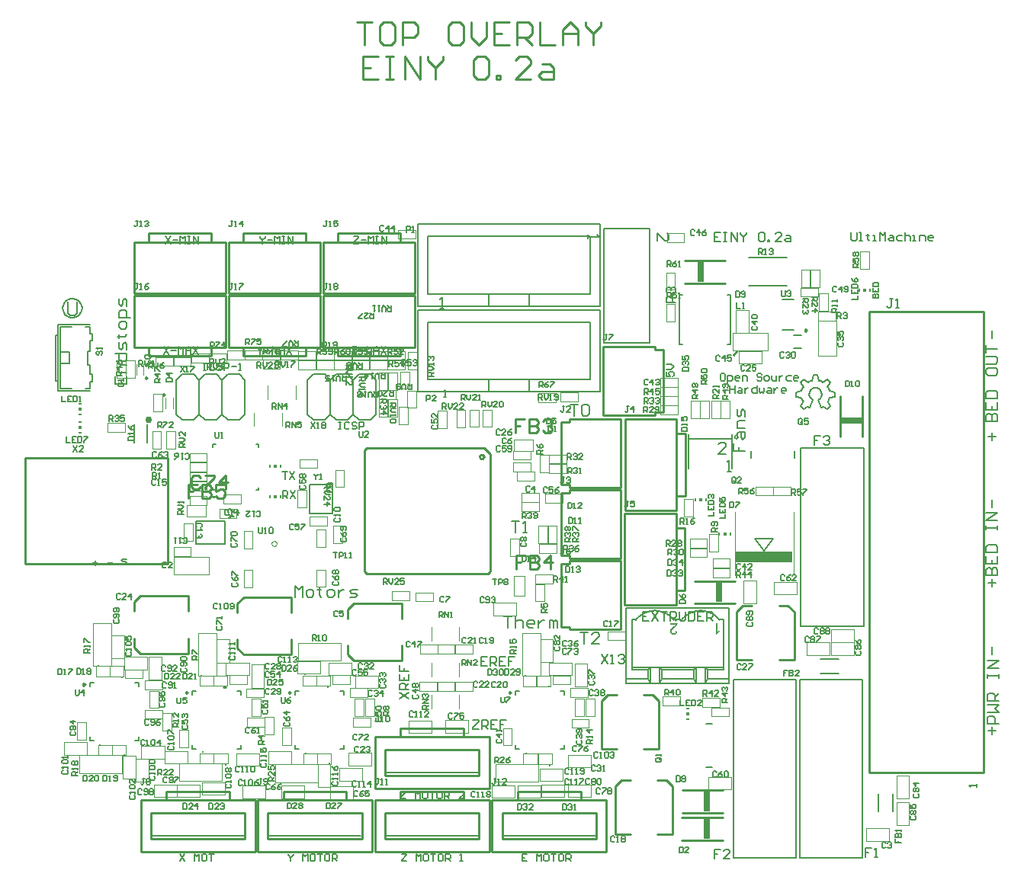
<source format=gto>
G04 Layer_Color=65535*
%FSLAX25Y25*%
%MOIN*%
G70*
G01*
G75*
%ADD11C,0.00800*%
%ADD64C,0.00700*%
%ADD67C,0.01000*%
%ADD110C,0.03000*%
%ADD133C,0.00984*%
%ADD134C,0.00394*%
%ADD135C,0.00600*%
%ADD136C,0.00000*%
%ADD137C,0.00500*%
%ADD138C,0.01000*%
%ADD139C,0.00787*%
%ADD140C,0.00200*%
%ADD141C,0.00400*%
%ADD142C,0.00197*%
%ADD143R,0.02953X0.08790*%
%ADD144R,0.24505X0.04921*%
%ADD145R,0.01190X0.01200*%
%ADD146R,0.00600X0.01200*%
%ADD147R,0.00590X0.01200*%
%ADD148R,0.08790X0.02953*%
%ADD149R,0.01200X0.01190*%
%ADD150R,0.01200X0.00600*%
%ADD151R,0.01200X0.00590*%
G36*
X272693Y104396D02*
Y104389D01*
Y104378D01*
Y104364D01*
Y104343D01*
X272689Y104321D01*
X272686Y104264D01*
X272678Y104203D01*
X272668Y104131D01*
X272650Y104056D01*
X272625Y103981D01*
Y103978D01*
X272618Y103967D01*
X272610Y103949D01*
X272600Y103924D01*
X272589Y103892D01*
X272571Y103856D01*
X272550Y103816D01*
X272528Y103773D01*
X272503Y103723D01*
X272471Y103673D01*
X272403Y103562D01*
X272321Y103444D01*
X272224Y103322D01*
X272220Y103319D01*
X272210Y103308D01*
X272195Y103290D01*
X272174Y103265D01*
X272145Y103233D01*
X272109Y103197D01*
X272070Y103154D01*
X272020Y103108D01*
X271966Y103054D01*
X271909Y102997D01*
X271844Y102936D01*
X271773Y102868D01*
X271694Y102800D01*
X271612Y102728D01*
X271522Y102653D01*
X271429Y102574D01*
X271426Y102571D01*
X271418Y102567D01*
X271408Y102556D01*
X271393Y102546D01*
X271375Y102528D01*
X271354Y102510D01*
X271300Y102463D01*
X271232Y102410D01*
X271161Y102341D01*
X271078Y102270D01*
X270992Y102191D01*
X270899Y102109D01*
X270810Y102023D01*
X270717Y101937D01*
X270631Y101848D01*
X270545Y101761D01*
X270470Y101679D01*
X270398Y101597D01*
X270341Y101522D01*
X270337Y101518D01*
X270330Y101504D01*
X270316Y101482D01*
X270294Y101457D01*
X270273Y101421D01*
X270251Y101382D01*
X270223Y101336D01*
X270198Y101285D01*
X270173Y101232D01*
X270144Y101174D01*
X270097Y101049D01*
X270079Y100985D01*
X270065Y100920D01*
X270058Y100856D01*
X270054Y100791D01*
Y100788D01*
Y100774D01*
Y100756D01*
X270058Y100731D01*
X270061Y100698D01*
X270069Y100663D01*
X270076Y100623D01*
X270087Y100580D01*
X270101Y100534D01*
X270119Y100484D01*
X270140Y100433D01*
X270165Y100383D01*
X270194Y100329D01*
X270230Y100279D01*
X270269Y100229D01*
X270316Y100183D01*
X270319Y100179D01*
X270326Y100172D01*
X270341Y100161D01*
X270362Y100143D01*
X270387Y100126D01*
X270420Y100104D01*
X270455Y100079D01*
X270495Y100057D01*
X270541Y100032D01*
X270591Y100011D01*
X270649Y99989D01*
X270706Y99971D01*
X270770Y99954D01*
X270838Y99943D01*
X270910Y99936D01*
X270985Y99932D01*
X271028D01*
X271057Y99936D01*
X271096Y99939D01*
X271139Y99946D01*
X271186Y99954D01*
X271239Y99964D01*
X271293Y99979D01*
X271350Y99997D01*
X271408Y100018D01*
X271468Y100043D01*
X271526Y100075D01*
X271583Y100111D01*
X271640Y100151D01*
X271690Y100197D01*
X271694Y100201D01*
X271701Y100208D01*
X271715Y100226D01*
X271730Y100244D01*
X271751Y100272D01*
X271773Y100304D01*
X271798Y100344D01*
X271819Y100387D01*
X271844Y100433D01*
X271869Y100491D01*
X271891Y100548D01*
X271912Y100612D01*
X271927Y100684D01*
X271941Y100759D01*
X271948Y100838D01*
X271952Y100924D01*
X272578Y100859D01*
Y100856D01*
Y100852D01*
X272575Y100841D01*
Y100827D01*
X272571Y100791D01*
X272560Y100745D01*
X272550Y100688D01*
X272535Y100619D01*
X272517Y100544D01*
X272496Y100466D01*
X272467Y100380D01*
X272435Y100294D01*
X272396Y100204D01*
X272349Y100115D01*
X272299Y100029D01*
X272238Y99946D01*
X272174Y99868D01*
X272099Y99796D01*
X272095Y99792D01*
X272081Y99782D01*
X272056Y99760D01*
X272023Y99739D01*
X271980Y99710D01*
X271930Y99678D01*
X271869Y99646D01*
X271801Y99610D01*
X271723Y99578D01*
X271640Y99546D01*
X271547Y99513D01*
X271447Y99485D01*
X271340Y99460D01*
X271225Y99442D01*
X271103Y99431D01*
X270974Y99427D01*
X270942D01*
X270906Y99431D01*
X270856Y99435D01*
X270795Y99438D01*
X270727Y99449D01*
X270649Y99460D01*
X270566Y99477D01*
X270477Y99499D01*
X270387Y99524D01*
X270291Y99556D01*
X270198Y99596D01*
X270105Y99642D01*
X270015Y99692D01*
X269929Y99753D01*
X269847Y99825D01*
X269843Y99828D01*
X269829Y99843D01*
X269807Y99864D01*
X269782Y99896D01*
X269750Y99932D01*
X269714Y99979D01*
X269675Y100032D01*
X269636Y100093D01*
X269600Y100161D01*
X269560Y100236D01*
X269525Y100319D01*
X269492Y100405D01*
X269467Y100498D01*
X269446Y100594D01*
X269431Y100698D01*
X269428Y100806D01*
Y100809D01*
Y100820D01*
Y100834D01*
Y100856D01*
X269431Y100884D01*
X269435Y100913D01*
X269439Y100949D01*
X269442Y100988D01*
X269457Y101078D01*
X269478Y101178D01*
X269510Y101282D01*
X269550Y101389D01*
Y101393D01*
X269557Y101403D01*
X269564Y101418D01*
X269575Y101439D01*
X269585Y101464D01*
X269603Y101497D01*
X269621Y101532D01*
X269646Y101572D01*
X269671Y101615D01*
X269700Y101661D01*
X269772Y101765D01*
X269811Y101819D01*
X269854Y101876D01*
X269904Y101933D01*
X269954Y101994D01*
X269958Y101998D01*
X269969Y102009D01*
X269983Y102026D01*
X270008Y102051D01*
X270040Y102084D01*
X270079Y102123D01*
X270122Y102170D01*
X270176Y102223D01*
X270237Y102281D01*
X270309Y102345D01*
X270384Y102417D01*
X270470Y102495D01*
X270563Y102578D01*
X270663Y102667D01*
X270774Y102764D01*
X270892Y102864D01*
X270899Y102868D01*
X270917Y102886D01*
X270942Y102907D01*
X270978Y102939D01*
X271025Y102975D01*
X271071Y103018D01*
X271125Y103065D01*
X271182Y103115D01*
X271304Y103219D01*
X271361Y103272D01*
X271418Y103322D01*
X271472Y103373D01*
X271519Y103416D01*
X271562Y103455D01*
X271594Y103491D01*
X271601Y103498D01*
X271619Y103519D01*
X271648Y103551D01*
X271683Y103591D01*
X271723Y103641D01*
X271766Y103695D01*
X271809Y103756D01*
X271848Y103816D01*
X269421D01*
Y104400D01*
X272693D01*
Y104396D01*
D02*
G37*
G36*
X289983Y100526D02*
X289986Y100530D01*
X289994Y100537D01*
X290004Y100548D01*
X290022Y100562D01*
X290044Y100580D01*
X290072Y100605D01*
X290105Y100630D01*
X290137Y100659D01*
X290180Y100688D01*
X290223Y100723D01*
X290269Y100756D01*
X290319Y100795D01*
X290377Y100831D01*
X290434Y100870D01*
X290563Y100949D01*
X290566Y100952D01*
X290577Y100960D01*
X290599Y100970D01*
X290624Y100981D01*
X290652Y100999D01*
X290688Y101021D01*
X290731Y101042D01*
X290774Y101067D01*
X290874Y101117D01*
X290982Y101167D01*
X291093Y101217D01*
X291200Y101260D01*
Y100673D01*
X291193Y100670D01*
X291178Y100663D01*
X291150Y100648D01*
X291114Y100630D01*
X291071Y100609D01*
X291017Y100580D01*
X290960Y100548D01*
X290899Y100512D01*
X290831Y100469D01*
X290760Y100426D01*
X290609Y100326D01*
X290455Y100215D01*
X290309Y100093D01*
X290305Y100090D01*
X290291Y100079D01*
X290273Y100061D01*
X290248Y100036D01*
X290215Y100004D01*
X290180Y99968D01*
X290140Y99925D01*
X290097Y99882D01*
X290054Y99832D01*
X290008Y99778D01*
X289918Y99667D01*
X289836Y99549D01*
X289800Y99488D01*
X289768Y99427D01*
X289374D01*
Y104400D01*
X289983D01*
Y100526D01*
D02*
G37*
G54D11*
X334200Y202100D02*
X334983Y202676D01*
X335514Y203490D01*
X335726Y204438D01*
X335592Y205401D01*
X335129Y206256D01*
X334396Y206894D01*
X333486Y207235D01*
X332514D01*
X331604Y206894D01*
X330871Y206256D01*
X330408Y205401D01*
X330274Y204438D01*
X330486Y203490D01*
X331017Y202676D01*
X331800Y202100D01*
X326900Y203000D02*
X327228Y202068D01*
X327700Y201200D01*
X327700Y207800D02*
X327226Y206933D01*
X326900Y206000D01*
X331500Y210500D02*
X330623Y210215D01*
X329800Y209800D01*
X336200Y209800D02*
X335331Y210270D01*
X334400Y210600D01*
X339200Y206000D02*
X338828Y206939D01*
X338300Y207800D01*
Y201200D02*
X338786Y202166D01*
X339100Y203200D01*
X299105Y185816D02*
X298561Y186565D01*
X297681Y186279D01*
Y185353D01*
X298561Y185067D01*
X299105Y185816D01*
X323713Y176700D02*
Y179554D01*
X304765Y176700D02*
Y179554D01*
X285004Y60268D02*
X287858D01*
X285004Y41319D02*
X287858D01*
X330300Y198700D02*
X331800Y202100D01*
X329600Y199100D02*
X330300Y198700D01*
X327800Y197900D02*
X329600Y199100D01*
X326400Y199300D02*
X327800Y197900D01*
X326400Y199300D02*
X327600Y201100D01*
X324600Y203500D02*
X326800Y203100D01*
X324600Y203500D02*
Y205500D01*
X326900Y205900D01*
X326400Y209700D02*
X327700Y207800D01*
X326400Y209700D02*
X327800Y211100D01*
X329700Y209800D01*
X331500Y210500D02*
X332000Y212900D01*
X333900D01*
X334400Y210500D01*
X336200Y209800D02*
X338200Y211100D01*
X339600Y209700D01*
X338200Y207800D02*
X339600Y209700D01*
X339100Y205900D02*
X341300Y205500D01*
Y203500D02*
Y205500D01*
X339100Y203100D02*
X341300Y203500D01*
X338300Y201100D02*
X339600Y199300D01*
X338200Y197900D02*
X339600Y199300D01*
X336400Y199100D02*
X338200Y197900D01*
X335600Y198700D02*
X336400Y199100D01*
X334200Y202100D02*
X335600Y198700D01*
X306533Y141419D02*
X314470D01*
X310533Y135951D02*
X314470Y141419D01*
X306533D02*
X310533Y135951D01*
X277400Y185127D02*
X296349D01*
Y172115D02*
Y185127D01*
Y187096D01*
X277400Y185127D02*
Y187096D01*
Y172115D02*
Y185127D01*
X168800Y242000D02*
X170466D01*
X169633D01*
Y246998D01*
X168800Y246165D01*
X263935Y271567D02*
Y274899D01*
X267267Y271567D01*
X268100D01*
X268933Y272400D01*
Y274066D01*
X268100Y274899D01*
X233423Y274309D02*
Y272642D01*
Y273476D01*
X238421D01*
X237588Y274309D01*
X196900Y107498D02*
X200232D01*
X198566D01*
Y102500D01*
X201898Y107498D02*
Y102500D01*
Y104999D01*
X202731Y105832D01*
X204398D01*
X205231Y104999D01*
Y102500D01*
X209396D02*
X207730D01*
X206897Y103333D01*
Y104999D01*
X207730Y105832D01*
X209396D01*
X210229Y104999D01*
Y104166D01*
X206897D01*
X211895Y105832D02*
Y102500D01*
Y104166D01*
X212728Y104999D01*
X213561Y105832D01*
X214394D01*
X216894Y102500D02*
Y105832D01*
X217727D01*
X218560Y104999D01*
Y102500D01*
Y104999D01*
X219393Y105832D01*
X220226Y104999D01*
Y102500D01*
X26802Y212332D02*
Y209000D01*
X31800D01*
Y212332D01*
X29301Y209000D02*
Y210666D01*
X31800Y213998D02*
X28468D01*
Y216498D01*
X29301Y217331D01*
X31800D01*
X26802Y222329D02*
X31800D01*
Y219830D01*
X30967Y218997D01*
X29301D01*
X28468Y219830D01*
Y222329D01*
X31800Y223995D02*
Y226494D01*
X30967Y227327D01*
X30134Y226494D01*
Y224828D01*
X29301Y223995D01*
X28468Y224828D01*
Y227327D01*
X27635Y229827D02*
X28468D01*
Y228994D01*
Y230660D01*
Y229827D01*
X30967D01*
X31800Y230660D01*
Y233992D02*
Y235658D01*
X30967Y236491D01*
X29301D01*
X28468Y235658D01*
Y233992D01*
X29301Y233159D01*
X30967D01*
X31800Y233992D01*
X33466Y238157D02*
X28468D01*
Y240656D01*
X29301Y241490D01*
X30967D01*
X31800Y240656D01*
Y238157D01*
Y243156D02*
Y245655D01*
X30967Y246488D01*
X30134Y245655D01*
Y243989D01*
X29301Y243156D01*
X28468Y243989D01*
Y246488D01*
X105300Y115700D02*
Y120698D01*
X106966Y119032D01*
X108632Y120698D01*
Y115700D01*
X111131D02*
X112798D01*
X113631Y116533D01*
Y118199D01*
X112798Y119032D01*
X111131D01*
X110298Y118199D01*
Y116533D01*
X111131Y115700D01*
X116130Y119865D02*
Y119032D01*
X115297D01*
X116963D01*
X116130D01*
Y116533D01*
X116963Y115700D01*
X120295D02*
X121961D01*
X122794Y116533D01*
Y118199D01*
X121961Y119032D01*
X120295D01*
X119462Y118199D01*
Y116533D01*
X120295Y115700D01*
X124460Y119032D02*
Y115700D01*
Y117366D01*
X125294Y118199D01*
X126127Y119032D01*
X126960D01*
X129459Y115700D02*
X131958D01*
X132791Y116533D01*
X131958Y117366D01*
X130292D01*
X129459Y118199D01*
X130292Y119032D01*
X132791D01*
X410101Y55700D02*
Y59032D01*
X408435Y57366D02*
X411767D01*
X410101Y90689D02*
Y94021D01*
X230200Y100198D02*
X233532D01*
X231866D01*
Y95200D01*
X238531D02*
X235198D01*
X238531Y98532D01*
Y99365D01*
X237698Y100198D01*
X236031D01*
X235198Y99365D01*
X200200Y148898D02*
X203532D01*
X201866D01*
Y143900D01*
X205198D02*
X206865D01*
X206031D01*
Y148898D01*
X205198Y148065D01*
X225700Y200098D02*
X229032D01*
X227366D01*
Y195100D01*
X230698Y199265D02*
X231531Y200098D01*
X233198D01*
X234031Y199265D01*
Y195933D01*
X233198Y195100D01*
X231531D01*
X230698Y195933D01*
Y199265D01*
X291566Y275199D02*
X288900D01*
Y271200D01*
X291566D01*
X288900Y273199D02*
X290233D01*
X292899Y275199D02*
X294232D01*
X293565D01*
Y271200D01*
X292899D01*
X294232D01*
X296231D02*
Y275199D01*
X298897Y271200D01*
Y275199D01*
X300230D02*
Y274532D01*
X301563Y273199D01*
X302895Y274532D01*
Y275199D01*
X301563Y273199D02*
Y271200D01*
X308227Y274532D02*
X308894Y275199D01*
X310226D01*
X310893Y274532D01*
Y271866D01*
X310226Y271200D01*
X308894D01*
X308227Y271866D01*
Y274532D01*
X312226Y271200D02*
Y271866D01*
X312892D01*
Y271200D01*
X312226D01*
X318224D02*
X315558D01*
X318224Y273866D01*
Y274532D01*
X317557Y275199D01*
X316225D01*
X315558Y274532D01*
X320223Y273866D02*
X321556D01*
X322223Y273199D01*
Y271200D01*
X320223D01*
X319557Y271866D01*
X320223Y272533D01*
X322223D01*
X413000Y60400D02*
X408002D01*
Y62899D01*
X408835Y63732D01*
X410501D01*
X411334Y62899D01*
Y60400D01*
X408002Y65398D02*
X413000D01*
X411334Y67064D01*
X413000Y68731D01*
X408002D01*
X413000Y70397D02*
X408002D01*
Y72896D01*
X408835Y73729D01*
X410501D01*
X411334Y72896D01*
Y70397D01*
Y72063D02*
X413000Y73729D01*
X408002Y80393D02*
Y82060D01*
Y81227D01*
X413000D01*
Y80393D01*
Y82060D01*
Y84559D02*
X408002D01*
X413000Y87891D01*
X408002D01*
X407602Y125300D02*
X412600D01*
Y127799D01*
X411767Y128632D01*
X410934D01*
X410101Y127799D01*
Y125300D01*
Y127799D01*
X409268Y128632D01*
X408435D01*
X407602Y127799D01*
Y125300D01*
Y133631D02*
Y130298D01*
X412600D01*
Y133631D01*
X410101Y130298D02*
Y131965D01*
X407602Y135297D02*
X412600D01*
Y137796D01*
X411767Y138629D01*
X408435D01*
X407602Y137796D01*
Y135297D01*
Y145293D02*
Y146960D01*
Y146127D01*
X412600D01*
Y145293D01*
Y146960D01*
Y149459D02*
X407602D01*
X412600Y152791D01*
X407602D01*
X293909Y178372D02*
X290576D01*
X293909Y181704D01*
Y182537D01*
X293076Y183370D01*
X291409D01*
X290576Y182537D01*
X297102Y183032D02*
Y179700D01*
X299601D01*
Y181366D01*
Y179700D01*
X302100D01*
X298768Y185531D02*
Y187198D01*
X299601Y188031D01*
X302100D01*
Y185531D01*
X301267Y184698D01*
X300434Y185531D01*
Y188031D01*
X302100Y189697D02*
X298768D01*
Y192196D01*
X299601Y193029D01*
X302100D01*
Y194695D02*
Y197194D01*
X301267Y198027D01*
X300434Y197194D01*
Y195528D01*
X299601Y194695D01*
X298768Y195528D01*
Y198027D01*
X294300Y170800D02*
X295966D01*
X295133D01*
Y175798D01*
X294300Y174965D01*
X410101Y120200D02*
Y123532D01*
X408435Y121866D02*
X411767D01*
X410101Y155189D02*
Y158521D01*
Y184200D02*
Y187532D01*
X408435Y185866D02*
X411767D01*
X410101Y229185D02*
Y232518D01*
X407602Y192800D02*
X412600D01*
Y195299D01*
X411767Y196132D01*
X410934D01*
X410101Y195299D01*
Y192800D01*
Y195299D01*
X409268Y196132D01*
X408435D01*
X407602Y195299D01*
Y192800D01*
Y201131D02*
Y197798D01*
X412600D01*
Y201131D01*
X410101Y197798D02*
Y199464D01*
X407602Y202797D02*
X412600D01*
Y205296D01*
X411767Y206129D01*
X408435D01*
X407602Y205296D01*
Y202797D01*
Y215293D02*
Y213627D01*
X408435Y212793D01*
X411767D01*
X412600Y213627D01*
Y215293D01*
X411767Y216126D01*
X408435D01*
X407602Y215293D01*
Y217792D02*
X411767D01*
X412600Y218625D01*
Y220291D01*
X411767Y221124D01*
X407602D01*
Y222790D02*
Y226122D01*
Y224456D01*
X412600D01*
G54D64*
X357566Y5899D02*
X354900D01*
Y3899D01*
X356233D01*
X354900D01*
Y1900D01*
X358899D02*
X360232D01*
X359565D01*
Y5899D01*
X358899Y5232D01*
X291466Y5499D02*
X288800D01*
Y3499D01*
X290133D01*
X288800D01*
Y1500D01*
X295464D02*
X292799D01*
X295464Y4166D01*
Y4832D01*
X294798Y5499D01*
X293465D01*
X292799Y4832D01*
X335266Y186199D02*
X332600D01*
Y184199D01*
X333933D01*
X332600D01*
Y182200D01*
X336599Y185532D02*
X337265Y186199D01*
X338598D01*
X339264Y185532D01*
Y184866D01*
X338598Y184199D01*
X337932D01*
X338598D01*
X339264Y183533D01*
Y182867D01*
X338598Y182200D01*
X337265D01*
X336599Y182867D01*
X271800Y244800D02*
X267801D01*
Y246799D01*
X268468Y247466D01*
X269801D01*
X270467Y246799D01*
Y244800D01*
X268468Y248799D02*
X267801Y249465D01*
Y250798D01*
X268468Y251465D01*
X269134D01*
X269801Y250798D01*
Y250132D01*
Y250798D01*
X270467Y251465D01*
X271134D01*
X271800Y250798D01*
Y249465D01*
X271134Y248799D01*
X366766Y246299D02*
X365433D01*
X366099D01*
Y242966D01*
X365433Y242300D01*
X364766D01*
X364100Y242966D01*
X368099Y242300D02*
X369432D01*
X368765D01*
Y246299D01*
X368099Y245632D01*
X239400Y90799D02*
X242066Y86800D01*
Y90799D02*
X239400Y86800D01*
X243399D02*
X244732D01*
X244065D01*
Y90799D01*
X243399Y90132D01*
X246731D02*
X247397Y90799D01*
X248730D01*
X249397Y90132D01*
Y89466D01*
X248730Y88799D01*
X248064D01*
X248730D01*
X249397Y88133D01*
Y87466D01*
X248730Y86800D01*
X247397D01*
X246731Y87466D01*
X189566Y89799D02*
X186900D01*
Y85800D01*
X189566D01*
X186900Y87799D02*
X188233D01*
X190899Y85800D02*
Y89799D01*
X192898D01*
X193564Y89132D01*
Y87799D01*
X192898Y87133D01*
X190899D01*
X192232D02*
X193564Y85800D01*
X197563Y89799D02*
X194897D01*
Y85800D01*
X197563D01*
X194897Y87799D02*
X196230D01*
X201562Y89799D02*
X198896D01*
Y87799D01*
X200229D01*
X198896D01*
Y85800D01*
X183000Y62099D02*
X185666D01*
Y61432D01*
X183000Y58766D01*
Y58100D01*
X185666D01*
X186999D02*
Y62099D01*
X188998D01*
X189664Y61432D01*
Y60099D01*
X188998Y59433D01*
X186999D01*
X188332D02*
X189664Y58100D01*
X193663Y62099D02*
X190997D01*
Y58100D01*
X193663D01*
X190997Y60099D02*
X192330D01*
X197662Y62099D02*
X194996D01*
Y60099D01*
X196329D01*
X194996D01*
Y58100D01*
X151101Y71200D02*
X155100Y73866D01*
X151101D02*
X155100Y71200D01*
Y75199D02*
X151101D01*
Y77198D01*
X151768Y77864D01*
X153101D01*
X153767Y77198D01*
Y75199D01*
Y76532D02*
X155100Y77864D01*
X151101Y81863D02*
Y79197D01*
X155100D01*
Y81863D01*
X153101Y79197D02*
Y80530D01*
X151101Y85862D02*
Y83196D01*
X153101D01*
Y84529D01*
Y83196D01*
X155100D01*
X348600Y275299D02*
Y272300D01*
X349200Y271700D01*
X350399D01*
X350999Y272300D01*
Y275299D01*
X352199Y271700D02*
X353398D01*
X352799D01*
Y275299D01*
X352199D01*
X355798Y274699D02*
Y274099D01*
X355198D01*
X356398D01*
X355798D01*
Y272300D01*
X356398Y271700D01*
X358197D02*
X359397D01*
X358797D01*
Y274099D01*
X358197D01*
X361196Y271700D02*
Y275299D01*
X362396Y274099D01*
X363595Y275299D01*
Y271700D01*
X365395Y274099D02*
X366594D01*
X367194Y273499D01*
Y271700D01*
X365395D01*
X364795Y272300D01*
X365395Y272900D01*
X367194D01*
X370793Y274099D02*
X368993D01*
X368394Y273499D01*
Y272300D01*
X368993Y271700D01*
X370793D01*
X371992Y275299D02*
Y271700D01*
Y273499D01*
X372592Y274099D01*
X373792D01*
X374392Y273499D01*
Y271700D01*
X375591D02*
X376791D01*
X376191D01*
Y274099D01*
X375591D01*
X378590Y271700D02*
Y274099D01*
X380390D01*
X380990Y273499D01*
Y271700D01*
X383989D02*
X382789D01*
X382189Y272300D01*
Y273499D01*
X382789Y274099D01*
X383989D01*
X384588Y273499D01*
Y272900D01*
X382189D01*
X260266Y109399D02*
X257600D01*
Y105400D01*
X260266D01*
X257600Y107399D02*
X258933D01*
X261599Y109399D02*
X264264Y105400D01*
Y109399D02*
X261599Y105400D01*
X265597Y109399D02*
X268263D01*
X266930D01*
Y105400D01*
X269596D02*
Y109399D01*
X271596D01*
X272262Y108732D01*
Y107399D01*
X271596Y106733D01*
X269596D01*
X270929D02*
X272262Y105400D01*
X273595Y109399D02*
Y106067D01*
X274261Y105400D01*
X275594D01*
X276261Y106067D01*
Y109399D01*
X277594D02*
Y105400D01*
X279593D01*
X280259Y106067D01*
Y108732D01*
X279593Y109399D01*
X277594D01*
X284258D02*
X281592D01*
Y105400D01*
X284258D01*
X281592Y107399D02*
X282925D01*
X285591Y105400D02*
Y109399D01*
X287590D01*
X288257Y108732D01*
Y107399D01*
X287590Y106733D01*
X285591D01*
X286924D02*
X288257Y105400D01*
X170500Y203300D02*
X171566D01*
X171033D01*
Y206499D01*
X170500Y205966D01*
G54D67*
X40698Y211657D02*
X40037Y212038D01*
Y211276D01*
X40698Y211657D01*
X187979Y177222D02*
X187479Y178088D01*
X186479D01*
X185979Y177222D01*
X186479Y176356D01*
X187479D01*
X187979Y177222D01*
X74968Y76400D02*
X74232D01*
X74968D01*
X48300Y204356D02*
X47640Y204737D01*
Y203975D01*
X48300Y204356D01*
X-12376Y176797D02*
X49684D01*
X-12376Y130269D02*
Y176797D01*
Y130269D02*
X49684D01*
Y176797D01*
X356300Y39050D02*
X406300D01*
Y240550D01*
X356300D02*
X406300D01*
X356300Y39050D02*
Y240550D01*
X275742Y253179D02*
X293500D01*
X275742Y263100D02*
X293500D01*
X280100Y122821D02*
X297858D01*
X280100Y112900D02*
X297858D01*
X187979Y181159D02*
X190879Y178206D01*
Y127000D02*
Y178206D01*
X189879Y126000D02*
X190879Y127000D01*
X136704Y126000D02*
X189879D01*
X135720Y127000D02*
X136704Y126000D01*
X135720Y127000D02*
Y180175D01*
X136704Y181159D01*
X187979D01*
X35089Y113542D02*
X37845Y116298D01*
Y116298D02*
X58711D01*
X35089Y109606D02*
Y113542D01*
X37845Y91102D02*
X58711D01*
X35089Y93858D02*
X37845Y91102D01*
X35089Y93858D02*
Y97795D01*
X58711Y91102D02*
Y97795D01*
Y109606D02*
Y116298D01*
X240200Y225300D02*
X262750D01*
X240200Y195300D02*
Y225300D01*
Y195300D02*
X262750D01*
Y196550D01*
X266500D01*
Y224100D01*
X262750D02*
X266500D01*
X262750D02*
Y225300D01*
X191600Y27063D02*
X202800D01*
Y30813D01*
X230350Y27063D02*
X241600D01*
Y4513D02*
Y27063D01*
X191600Y4513D02*
X241600D01*
X191600D02*
Y27063D01*
X237112Y10013D02*
Y21521D01*
X196000Y10013D02*
X237112D01*
X196000D02*
Y21521D01*
X237112D01*
X202727Y27035D02*
X230277D01*
X202800Y30813D02*
X230350D01*
Y27063D02*
Y30813D01*
X124071Y224996D02*
X151620D01*
X157820D02*
Y247546D01*
X117821D02*
X157820D01*
X117821Y224996D02*
Y247546D01*
Y224996D02*
X124071D01*
Y221246D02*
Y224996D01*
Y221246D02*
X151620D01*
Y224996D01*
X157820D01*
X140380Y54582D02*
X151579D01*
Y58332D01*
X179130Y54582D02*
X190380D01*
Y32032D02*
Y54582D01*
X140380Y32032D02*
X190380D01*
X140380D02*
Y54582D01*
X185891Y37532D02*
Y49041D01*
X144780Y37532D02*
X185891D01*
X144780D02*
Y49041D01*
X185891D01*
X151506Y54555D02*
X179056D01*
X151579Y58332D02*
X179130D01*
Y54582D02*
Y58332D01*
X140380Y27023D02*
X151579D01*
Y30773D01*
X179130Y27023D02*
X190380D01*
Y4473D02*
Y27023D01*
X140380Y4473D02*
X190380D01*
X140380D02*
Y27023D01*
X185891Y9973D02*
Y21482D01*
X144780Y9973D02*
X185891D01*
X144780D02*
Y21482D01*
X185891D01*
X151506Y26996D02*
X179056D01*
X151579Y30773D02*
X179130D01*
Y27023D02*
Y30773D01*
X89198Y27023D02*
X100398D01*
Y30773D01*
X127948Y27023D02*
X139198D01*
Y4473D02*
Y27023D01*
X89198Y4473D02*
X139198D01*
X89198D02*
Y27023D01*
X134710Y9973D02*
Y21482D01*
X93598Y9973D02*
X134710D01*
X93598D02*
Y21482D01*
X134710D01*
X100325Y26996D02*
X127875D01*
X100398Y30773D02*
X127948D01*
Y27023D02*
Y30773D01*
X38017Y27023D02*
X49217D01*
Y30773D01*
X76767Y27023D02*
X88017D01*
Y4473D02*
Y27023D01*
X38017Y4473D02*
X88017D01*
X38017D02*
Y27023D01*
X83529Y9973D02*
Y21482D01*
X42417Y9973D02*
X83529D01*
X42417D02*
Y21482D01*
X83529D01*
X49144Y26996D02*
X76694D01*
X49217Y30773D02*
X76767D01*
Y27023D02*
Y30773D01*
X225389Y163765D02*
X247939D01*
Y193765D01*
X225389D02*
X247939D01*
X225389Y192515D02*
Y193765D01*
X221639Y192515D02*
X225389D01*
X221639Y164965D02*
Y192515D01*
Y164965D02*
X225389D01*
Y163765D02*
Y164965D01*
Y132663D02*
X247939D01*
Y162663D01*
X225389D02*
X247939D01*
X225389Y161413D02*
Y162663D01*
X221639Y161413D02*
X225389D01*
X221639Y133863D02*
Y161413D01*
Y133863D02*
X225389D01*
Y132663D02*
Y133863D01*
X272250Y159950D02*
Y187500D01*
X249700Y193700D02*
X272250D01*
X249700Y153700D02*
Y193700D01*
Y153700D02*
X272250D01*
Y159950D01*
X276000D01*
Y187500D01*
X272250D02*
X276000D01*
X272250D02*
Y193700D01*
X272150Y118550D02*
Y146100D01*
X249600Y152300D02*
X272150D01*
X249600Y112300D02*
Y152300D01*
Y112300D02*
X272150D01*
Y118550D01*
X275900D01*
Y146100D01*
X272150D02*
X275900D01*
X272150D02*
Y152300D01*
X225389Y101561D02*
X247939D01*
Y131561D01*
X225389D02*
X247939D01*
X225389Y130311D02*
Y131561D01*
X221639Y130311D02*
X225389D01*
X221639Y102761D02*
Y130311D01*
Y102761D02*
X225389D01*
Y101561D02*
Y102761D01*
X124021Y271118D02*
X151570D01*
X117821Y248568D02*
Y271118D01*
Y248568D02*
X157820D01*
Y271118D01*
X151570D02*
X157820D01*
X151570D02*
Y274868D01*
X124021D02*
X151570D01*
X124021Y271118D02*
Y274868D01*
X117821Y271118D02*
X124021D01*
X82682D02*
X110232D01*
X76482Y248568D02*
Y271118D01*
Y248568D02*
X116482D01*
Y271118D01*
X110232D02*
X116482D01*
X110232D02*
Y274868D01*
X82682D02*
X110232D01*
X82682Y271118D02*
Y274868D01*
X76482Y271118D02*
X82682D01*
X41343D02*
X68893D01*
X35143Y248568D02*
Y271118D01*
Y248568D02*
X75143D01*
Y271118D01*
X68893D02*
X75143D01*
X68893D02*
Y274868D01*
X41343D02*
X68893D01*
X41343Y271118D02*
Y274868D01*
X35143Y271118D02*
X41343D01*
X41393Y224996D02*
X68943D01*
X75143D02*
Y247546D01*
X35143D02*
X75143D01*
X35143Y224996D02*
Y247546D01*
Y224996D02*
X41393D01*
Y221246D02*
Y224996D01*
Y221246D02*
X68943D01*
Y224996D01*
X75143D01*
X82732D02*
X110282D01*
X116482D02*
Y247546D01*
X76482D02*
X116482D01*
X76482Y224996D02*
Y247546D01*
Y224996D02*
X82732D01*
Y221246D02*
Y224996D01*
Y221246D02*
X110282D01*
Y224996D01*
X116482D01*
X297000Y221800D02*
X298300Y223200D01*
X274672Y31289D02*
X292430D01*
X274672Y21368D02*
X292430D01*
X274581Y19304D02*
X292339D01*
X274581Y9383D02*
X292339D01*
X353621Y185942D02*
Y203700D01*
X343700Y185942D02*
Y203700D01*
X128453Y110343D02*
X131209Y113098D01*
Y113098D02*
X152075D01*
X128453Y106405D02*
Y110343D01*
X131209Y87902D02*
X152075D01*
X128453Y90658D02*
X131209Y87902D01*
X128453Y90658D02*
Y94595D01*
X152075Y87902D02*
Y94595D01*
Y106405D02*
Y113098D01*
X80289Y113042D02*
X83045Y115798D01*
Y115798D02*
X103911D01*
X80289Y109106D02*
Y113042D01*
X83045Y90602D02*
X103911D01*
X80289Y93357D02*
X83045Y90602D01*
X80289Y93357D02*
Y97294D01*
X103911Y90602D02*
Y97294D01*
Y109106D02*
Y115798D01*
X267742Y35811D02*
X270498Y33055D01*
X270498Y12189D02*
Y33055D01*
X263806Y35811D02*
X267742D01*
X245302Y12189D02*
Y33055D01*
X245302D02*
X248058Y35811D01*
X251994D01*
X245302Y12189D02*
X251994D01*
X263806D02*
X270498D01*
X261842Y73011D02*
X264598Y70255D01*
X264598Y49389D02*
Y70255D01*
X257906Y73011D02*
X261842D01*
X239402Y49389D02*
Y70255D01*
X239402D02*
X242158Y73011D01*
X246094D01*
X239402Y49389D02*
X246094D01*
X257906D02*
X264598D01*
X320942Y112011D02*
X323698Y109255D01*
X323698Y88389D02*
Y109255D01*
X317005Y112011D02*
X320942D01*
X298502Y88389D02*
Y109255D01*
X298502D02*
X301257Y112011D01*
X305194D01*
X298502Y88389D02*
X305194D01*
X317005D02*
X323698D01*
X62899Y164998D02*
X58900D01*
Y161999D01*
X60899D01*
X58900D01*
Y159000D01*
X64898Y164998D02*
Y159000D01*
X67897D01*
X68897Y160000D01*
Y160999D01*
X67897Y161999D01*
X64898D01*
X67897D01*
X68897Y162999D01*
Y163998D01*
X67897Y164998D01*
X64898D01*
X74895D02*
X70896D01*
Y161999D01*
X72895Y162999D01*
X73895D01*
X74895Y161999D01*
Y160000D01*
X73895Y159000D01*
X71896D01*
X70896Y160000D01*
X64199Y168098D02*
X63199Y169098D01*
X61200D01*
X60200Y168098D01*
Y164100D01*
X61200Y163100D01*
X63199D01*
X64199Y164100D01*
X66198Y169098D02*
X70197D01*
Y168098D01*
X66198Y164100D01*
Y163100D01*
X75195D02*
Y169098D01*
X72196Y166099D01*
X76195D01*
X205899Y193698D02*
X201900D01*
Y190699D01*
X203899D01*
X201900D01*
Y187700D01*
X207898Y193698D02*
Y187700D01*
X210897D01*
X211897Y188700D01*
Y189699D01*
X210897Y190699D01*
X207898D01*
X210897D01*
X211897Y191699D01*
Y192698D01*
X210897Y193698D01*
X207898D01*
X213896Y192698D02*
X214896Y193698D01*
X216895D01*
X217895Y192698D01*
Y191699D01*
X216895Y190699D01*
X215896D01*
X216895D01*
X217895Y189699D01*
Y188700D01*
X216895Y187700D01*
X214896D01*
X213896Y188700D01*
X205999Y134098D02*
X202000D01*
Y131099D01*
X203999D01*
X202000D01*
Y128100D01*
X207998Y134098D02*
Y128100D01*
X210997D01*
X211997Y129100D01*
Y130099D01*
X210997Y131099D01*
X207998D01*
X210997D01*
X211997Y132099D01*
Y133098D01*
X210997Y134098D01*
X207998D01*
X216995Y128100D02*
Y134098D01*
X213996Y131099D01*
X217995D01*
X141665Y352497D02*
X135000D01*
Y342500D01*
X141665D01*
X135000Y347498D02*
X138332D01*
X144997Y352497D02*
X148329D01*
X146663D01*
Y342500D01*
X144997D01*
X148329D01*
X153327D02*
Y352497D01*
X159992Y342500D01*
Y352497D01*
X163324D02*
Y350831D01*
X166656Y347498D01*
X169989Y350831D01*
Y352497D01*
X166656Y347498D02*
Y342500D01*
X183318Y350831D02*
X184984Y352497D01*
X188316D01*
X189982Y350831D01*
Y344166D01*
X188316Y342500D01*
X184984D01*
X183318Y344166D01*
Y350831D01*
X193315Y342500D02*
Y344166D01*
X194981D01*
Y342500D01*
X193315D01*
X208310D02*
X201645D01*
X208310Y349165D01*
Y350831D01*
X206644Y352497D01*
X203311D01*
X201645Y350831D01*
X213308Y349165D02*
X216640D01*
X218306Y347498D01*
Y342500D01*
X213308D01*
X211642Y344166D01*
X213308Y345832D01*
X218306D01*
X132500Y367497D02*
X139164D01*
X135832D01*
Y357500D01*
X147495Y367497D02*
X144163D01*
X142497Y365831D01*
Y359166D01*
X144163Y357500D01*
X147495D01*
X149161Y359166D01*
Y365831D01*
X147495Y367497D01*
X152494Y357500D02*
Y367497D01*
X157492D01*
X159158Y365831D01*
Y362498D01*
X157492Y360832D01*
X152494D01*
X177486Y367497D02*
X174153D01*
X172487Y365831D01*
Y359166D01*
X174153Y357500D01*
X177486D01*
X179152Y359166D01*
Y365831D01*
X177486Y367497D01*
X182484D02*
Y360832D01*
X185816Y357500D01*
X189148Y360832D01*
Y367497D01*
X199145D02*
X192481D01*
Y357500D01*
X199145D01*
X192481Y362498D02*
X195813D01*
X202477Y357500D02*
Y367497D01*
X207476D01*
X209142Y365831D01*
Y362498D01*
X207476Y360832D01*
X202477D01*
X205810D02*
X209142Y357500D01*
X212474Y367497D02*
Y357500D01*
X219139D01*
X222471D02*
Y364164D01*
X225803Y367497D01*
X229135Y364164D01*
Y357500D01*
Y362498D01*
X222471D01*
X232468Y367497D02*
Y365831D01*
X235800Y362498D01*
X239132Y365831D01*
Y367497D01*
X235800Y362498D02*
Y357500D01*
G54D110*
X41517Y193525D02*
D03*
G54D133*
X329041Y232564D02*
X328303Y232991D01*
Y232138D01*
X329041Y232564D01*
X199803Y74013D02*
X199065Y74440D01*
Y73587D01*
X199803Y74013D01*
X103403D02*
X102665Y74440D01*
Y73587D01*
X103403Y74013D01*
X58403D02*
X57665Y74440D01*
Y73587D01*
X58403Y74013D01*
X13665Y77613D02*
X12927Y78040D01*
Y77187D01*
X13665Y77613D01*
X70151Y159608D02*
X69364D01*
X70151D01*
G54D134*
X206430Y47854D02*
D03*
X216964Y42146D02*
D03*
X206230Y81954D02*
D03*
X216264Y76246D02*
D03*
X110230Y47954D02*
D03*
X120464Y42246D02*
D03*
X119964Y76346D02*
D03*
X109830Y82054D02*
D03*
X65030Y48054D02*
D03*
X75264Y42346D02*
D03*
X64830Y82054D02*
D03*
X74964Y76346D02*
D03*
X20530Y51654D02*
D03*
X30764Y45946D02*
D03*
X29764Y80546D02*
D03*
X19530Y86254D02*
D03*
X273441Y205066D02*
D03*
X279363Y128956D02*
D03*
X287631Y128044D02*
D03*
X273441Y195466D02*
D03*
X223631Y177744D02*
D03*
X215363Y187856D02*
D03*
X221031Y146744D02*
D03*
X212763Y156856D02*
D03*
X219884Y125244D02*
D03*
X211563Y135356D02*
D03*
G54D135*
X291100Y105700D02*
X290480Y106451D01*
X289794Y107141D01*
X289047Y107765D01*
X288245Y108316D01*
X287396Y108791D01*
X286506Y109186D01*
X285583Y109496D01*
X284636Y109720D01*
X283672Y109855D01*
X282700Y109900D01*
X281728Y109855D01*
X280764Y109720D01*
X279817Y109496D01*
X278894Y109186D01*
X278004Y108791D01*
X277155Y108316D01*
X276353Y107765D01*
X275606Y107141D01*
X274920Y106451D01*
X274300Y105700D01*
X271100D02*
X270480Y106451D01*
X269794Y107141D01*
X269047Y107765D01*
X268245Y108316D01*
X267396Y108791D01*
X266506Y109186D01*
X265583Y109496D01*
X264636Y109720D01*
X263672Y109855D01*
X262700Y109900D01*
X261728Y109855D01*
X260764Y109720D01*
X259817Y109496D01*
X258894Y109186D01*
X258004Y108791D01*
X257155Y108316D01*
X256353Y107765D01*
X255606Y107141D01*
X254920Y106451D01*
X254300Y105700D01*
X35261Y183525D02*
Y191462D01*
X40817Y183525D02*
Y191462D01*
X159197Y243087D02*
X238803D01*
Y278913D01*
X159197D02*
X238803D01*
X159197Y243087D02*
Y278913D01*
X190142Y243087D02*
Y248402D01*
X207858Y243087D02*
Y248402D01*
X250200Y110900D02*
X295200D01*
Y77900D02*
Y79900D01*
Y110900D01*
X292700Y84900D02*
Y105900D01*
Y83900D02*
Y84900D01*
X271200Y105900D02*
X274200D01*
X291000D02*
X292700D01*
X284700Y84900D02*
X292700D01*
X280700D02*
X284700D01*
X264700D02*
X280700D01*
X260700D02*
X264700D01*
X284700Y77900D02*
X295200D01*
X280700D02*
X284700D01*
X264700D02*
X280700D01*
X260700D02*
X264700D01*
X285700Y79900D02*
X295200D01*
X265700D02*
X279700D01*
X265700Y83900D02*
X279700D01*
X285700D02*
X292700D01*
X280700Y77900D02*
Y84900D01*
X284700Y77900D02*
Y84900D01*
X285700Y79900D02*
Y83900D01*
X279700Y79900D02*
Y83900D01*
Y79900D02*
X280700Y77900D01*
X284700D02*
X285700Y79900D01*
X284700Y84900D02*
X285700Y83900D01*
X279700D02*
X280700Y84900D01*
X252700Y105900D02*
X254200D01*
X264700Y77900D02*
Y84900D01*
X260700Y77900D02*
Y84900D01*
X259700Y79900D02*
Y83900D01*
Y79900D02*
X260700Y77900D01*
X259700Y83900D02*
X260700Y84900D01*
X264700Y77900D02*
X265700Y79900D01*
Y83900D01*
X264700Y84900D02*
X265700Y83900D01*
X252700D02*
Y84900D01*
X259700Y83900D02*
X260700Y84900D01*
X259700Y79900D02*
X260700Y77900D01*
X252700Y83900D02*
X259700D01*
X250200Y79900D02*
X259700D01*
X252700Y84900D02*
X260700D01*
X252700Y105900D02*
X254400D01*
X252700Y84900D02*
Y105900D01*
X250200Y79900D02*
Y110900D01*
Y77900D02*
Y79900D01*
Y77900D02*
X260700D01*
X76053Y193356D02*
X81053D01*
X83553Y195856D02*
Y210856D01*
X81053Y213356D02*
X83553Y210856D01*
X76053Y213356D02*
X81053D01*
X73553Y210856D02*
X76053Y213356D01*
X81053Y193356D02*
X83553Y195856D01*
X73553D02*
X76053Y193356D01*
X56053D02*
X61053D01*
X66053D02*
X71053D01*
X73553Y195856D02*
Y210856D01*
X63553Y195856D02*
Y210856D01*
X71053Y213356D02*
X73553Y210856D01*
X66053Y213356D02*
X71053D01*
X63553Y210856D02*
X66053Y213356D01*
X61053D02*
X63553Y210856D01*
X56053Y213356D02*
X61053D01*
X53553Y210856D02*
X56053Y213356D01*
X53553Y195856D02*
Y210856D01*
X71053Y193356D02*
X73553Y195856D01*
X63553D02*
X66053Y193356D01*
X61053D02*
X63553Y195856D01*
X53553D02*
X56053Y193356D01*
X133313D02*
X138313D01*
X140813Y195856D02*
Y210856D01*
X138313Y213356D02*
X140813Y210856D01*
X133313Y213356D02*
X138313D01*
X130813Y210856D02*
X133313Y213356D01*
X138313Y193356D02*
X140813Y195856D01*
X130813D02*
X133313Y193356D01*
X113313D02*
X118313D01*
X123313D02*
X128313D01*
X130813Y195856D02*
Y210856D01*
X120813Y195856D02*
Y210856D01*
X128313Y213356D02*
X130813Y210856D01*
X123313Y213356D02*
X128313D01*
X120813Y210856D02*
X123313Y213356D01*
X118313D02*
X120813Y210856D01*
X113313Y213356D02*
X118313D01*
X110813Y210856D02*
X113313Y213356D01*
X110813Y195856D02*
Y210856D01*
X128313Y193356D02*
X130813Y195856D01*
X120813D02*
X123313Y193356D01*
X118313D02*
X120813Y195856D01*
X110813D02*
X113313Y193356D01*
X13773Y206998D02*
X15773D01*
X2773D02*
X7773D01*
X2773Y233998D02*
X7773D01*
X13773D02*
X15773D01*
Y206998D02*
Y209998D01*
X16773D01*
Y213498D01*
X15773D02*
X16773D01*
X15773D02*
Y217498D01*
X14773D02*
X15773D01*
X14773D02*
Y223498D01*
X15773D01*
Y227998D01*
X16773D01*
Y230998D01*
X15773D02*
X16773D01*
X15773D02*
Y233998D01*
X2773Y206998D02*
Y217998D01*
X6773D01*
Y222998D01*
X2773Y217998D02*
Y222998D01*
X6773D01*
X773Y210498D02*
Y215498D01*
Y225498D01*
X1773Y210498D02*
Y234998D01*
X773Y210498D02*
X1773D01*
X773Y225498D02*
Y230498D01*
X1773D01*
X2773Y222998D02*
Y233998D01*
X1773Y234998D02*
X15773D01*
X1773Y205998D02*
Y210498D01*
Y205998D02*
X15773D01*
X196500Y11413D02*
X236679D01*
X145280Y38932D02*
X185458D01*
X145280Y11373D02*
X185458D01*
X94098D02*
X134277D01*
X42917D02*
X83096D01*
X159197Y205587D02*
X238803D01*
Y241413D01*
X159197D02*
X238803D01*
X159197Y205587D02*
Y241413D01*
X190142Y205587D02*
Y210902D01*
X207858Y205587D02*
Y210902D01*
X403300Y32800D02*
Y33866D01*
Y33333D01*
X400101D01*
X400634Y32800D01*
X267801Y214433D02*
Y212300D01*
X269401D01*
X268867Y213366D01*
Y213899D01*
X269401Y214433D01*
X270467D01*
X271000Y213899D01*
Y212833D01*
X270467Y212300D01*
X267801Y215499D02*
X269934D01*
X271000Y216565D01*
X269934Y217632D01*
X267801D01*
X65380Y218185D02*
X66446D01*
X65913D01*
Y214986D01*
X65380D01*
X66446D01*
X70178Y217652D02*
X69645Y218185D01*
X68578D01*
X68045Y217652D01*
Y215519D01*
X68578Y214986D01*
X69645D01*
X70178Y215519D01*
X73377Y217652D02*
X72844Y218185D01*
X71777D01*
X71244Y217652D01*
Y217119D01*
X71777Y216585D01*
X72844D01*
X73377Y216052D01*
Y215519D01*
X72844Y214986D01*
X71777D01*
X71244Y215519D01*
X74443Y214986D02*
Y218185D01*
X76043D01*
X76576Y217652D01*
Y216585D01*
X76043Y216052D01*
X74443D01*
X77642Y216585D02*
X79775D01*
X80841Y214986D02*
X81907D01*
X81374D01*
Y218185D01*
X80841Y217652D01*
X124435Y192397D02*
X125501D01*
X124968D01*
Y189198D01*
X124435D01*
X125501D01*
X129233Y191864D02*
X128700Y192397D01*
X127634D01*
X127101Y191864D01*
Y189732D01*
X127634Y189198D01*
X128700D01*
X129233Y189732D01*
X132432Y191864D02*
X131899Y192397D01*
X130833D01*
X130299Y191864D01*
Y191331D01*
X130833Y190798D01*
X131899D01*
X132432Y190265D01*
Y189732D01*
X131899Y189198D01*
X130833D01*
X130299Y189732D01*
X133498Y189198D02*
Y192397D01*
X135098D01*
X135631Y191864D01*
Y190798D01*
X135098Y190265D01*
X133498D01*
X130340Y225271D02*
X132473D01*
Y224738D01*
X130340Y222606D01*
Y222072D01*
X132473D01*
X133539Y223672D02*
X135672D01*
X136738Y222072D02*
Y225271D01*
X137804Y224205D01*
X138871Y225271D01*
Y222072D01*
X139937D02*
Y224205D01*
X141003Y225271D01*
X142070Y224205D01*
Y222072D01*
Y223672D01*
X139937D01*
X143136Y225271D02*
X145269Y222072D01*
Y225271D02*
X143136Y222072D01*
X89002Y225271D02*
Y224738D01*
X90068Y223672D01*
X91134Y224738D01*
Y225271D01*
X90068Y223672D02*
Y222072D01*
X92200Y223672D02*
X94333D01*
X95399Y222072D02*
Y225271D01*
X96466Y224205D01*
X97532Y225271D01*
Y222072D01*
X98598D02*
Y224205D01*
X99665Y225271D01*
X100731Y224205D01*
Y222072D01*
Y223672D01*
X98598D01*
X101797Y225271D02*
X103930Y222072D01*
Y225271D02*
X101797Y222072D01*
X48057Y225271D02*
X50189Y222072D01*
Y225271D02*
X48057Y222072D01*
X51256Y223672D02*
X53388D01*
X54455Y222072D02*
Y225271D01*
X55521Y224205D01*
X56587Y225271D01*
Y222072D01*
X57654D02*
Y224205D01*
X58720Y225271D01*
X59786Y224205D01*
Y222072D01*
Y223672D01*
X57654D01*
X60853Y225271D02*
X62985Y222072D01*
Y225271D02*
X60853Y222072D01*
X131128Y273697D02*
X133260D01*
Y273163D01*
X131128Y271031D01*
Y270498D01*
X133260D01*
X134327Y272097D02*
X136459D01*
X137525Y270498D02*
Y273697D01*
X138592Y272630D01*
X139658Y273697D01*
Y270498D01*
X140725Y273697D02*
X141791D01*
X141258D01*
Y270498D01*
X140725D01*
X141791D01*
X143390D02*
Y273697D01*
X145523Y270498D01*
Y273697D01*
X90183D02*
Y273163D01*
X91249Y272097D01*
X92315Y273163D01*
Y273697D01*
X91249Y272097D02*
Y270498D01*
X93382Y272097D02*
X95514D01*
X96581Y270498D02*
Y273697D01*
X97647Y272630D01*
X98713Y273697D01*
Y270498D01*
X99780Y273697D02*
X100846D01*
X100313D01*
Y270498D01*
X99780D01*
X100846D01*
X102445D02*
Y273697D01*
X104578Y270498D01*
Y273697D01*
X48844D02*
X50977Y270498D01*
Y273697D02*
X48844Y270498D01*
X52043Y272097D02*
X54176D01*
X55242Y270498D02*
Y273697D01*
X56308Y272630D01*
X57375Y273697D01*
Y270498D01*
X58441Y273697D02*
X59507D01*
X58974D01*
Y270498D01*
X58441D01*
X59507D01*
X61107D02*
Y273697D01*
X63239Y270498D01*
Y273697D01*
X100100Y159100D02*
Y162299D01*
X101699D01*
X102233Y161766D01*
Y160699D01*
X101699Y160166D01*
X100100D01*
X101166D02*
X102233Y159100D01*
X103299Y162299D02*
X105432Y159100D01*
Y162299D02*
X103299Y159100D01*
X99900Y170699D02*
X102033D01*
X100966D01*
Y167500D01*
X103099Y170699D02*
X105232Y167500D01*
Y170699D02*
X103099Y167500D01*
X6000Y244998D02*
Y240000D01*
X7000Y239000D01*
X8999D01*
X9999Y240000D01*
Y244998D01*
X16900Y130700D02*
X19033D01*
X17966Y131766D02*
Y129633D01*
X55100Y3399D02*
X57233Y200D01*
Y3399D02*
X55100Y200D01*
X61498D02*
Y3399D01*
X62564Y2333D01*
X63631Y3399D01*
Y200D01*
X66296Y3399D02*
X65230D01*
X64697Y2866D01*
Y733D01*
X65230Y200D01*
X66296D01*
X66830Y733D01*
Y2866D01*
X66296Y3399D01*
X67896D02*
X70029D01*
X68962D01*
Y200D01*
X29500Y130300D02*
X31100D01*
X31633Y130833D01*
X31100Y131366D01*
X30033D01*
X29500Y131899D01*
X30033Y132433D01*
X31633D01*
X151600Y30783D02*
X153733D01*
Y30250D01*
X151600Y28117D01*
Y27584D01*
X153733D01*
X157998D02*
Y30783D01*
X159064Y29717D01*
X160131Y30783D01*
Y27584D01*
X162796Y30783D02*
X161730D01*
X161197Y30250D01*
Y28117D01*
X161730Y27584D01*
X162796D01*
X163330Y28117D01*
Y30250D01*
X162796Y30783D01*
X164396D02*
X166528D01*
X165462D01*
Y27584D01*
X169194Y30783D02*
X168128D01*
X167595Y30250D01*
Y28117D01*
X168128Y27584D01*
X169194D01*
X169728Y28117D01*
Y30250D01*
X169194Y30783D01*
X170794Y27584D02*
Y30783D01*
X172393D01*
X172926Y30250D01*
Y29184D01*
X172393Y28651D01*
X170794D01*
X171860D02*
X172926Y27584D01*
X179324D02*
X177192D01*
X179324Y29717D01*
Y30250D01*
X178791Y30783D01*
X177725D01*
X177192Y30250D01*
X152000Y3399D02*
X154133D01*
Y2866D01*
X152000Y733D01*
Y200D01*
X154133D01*
X158398D02*
Y3399D01*
X159464Y2333D01*
X160531Y3399D01*
Y200D01*
X163196Y3399D02*
X162130D01*
X161597Y2866D01*
Y733D01*
X162130Y200D01*
X163196D01*
X163730Y733D01*
Y2866D01*
X163196Y3399D01*
X164796D02*
X166929D01*
X165862D01*
Y200D01*
X169594Y3399D02*
X168528D01*
X167995Y2866D01*
Y733D01*
X168528Y200D01*
X169594D01*
X170127Y733D01*
Y2866D01*
X169594Y3399D01*
X171194Y200D02*
Y3399D01*
X172793D01*
X173327Y2866D01*
Y1799D01*
X172793Y1266D01*
X171194D01*
X172260D02*
X173327Y200D01*
X177592D02*
X178658D01*
X178125D01*
Y3399D01*
X177592Y2866D01*
X23500Y130799D02*
X25633D01*
X102500Y3399D02*
Y2866D01*
X103566Y1799D01*
X104633Y2866D01*
Y3399D01*
X103566Y1799D02*
Y200D01*
X108898D02*
Y3399D01*
X109964Y2333D01*
X111031Y3399D01*
Y200D01*
X113696Y3399D02*
X112630D01*
X112097Y2866D01*
Y733D01*
X112630Y200D01*
X113696D01*
X114230Y733D01*
Y2866D01*
X113696Y3399D01*
X115296D02*
X117429D01*
X116362D01*
Y200D01*
X120094Y3399D02*
X119028D01*
X118495Y2866D01*
Y733D01*
X119028Y200D01*
X120094D01*
X120627Y733D01*
Y2866D01*
X120094Y3399D01*
X121694Y200D02*
Y3399D01*
X123293D01*
X123827Y2866D01*
Y1799D01*
X123293Y1266D01*
X121694D01*
X122760D02*
X123827Y200D01*
X295600Y208299D02*
Y205100D01*
Y206699D01*
X297733D01*
Y208299D01*
Y205100D01*
X299332Y207233D02*
X300398D01*
X300932Y206699D01*
Y205100D01*
X299332D01*
X298799Y205633D01*
X299332Y206166D01*
X300932D01*
X301998Y207233D02*
Y205100D01*
Y206166D01*
X302531Y206699D01*
X303064Y207233D01*
X303597D01*
X307330Y208299D02*
Y205100D01*
X305730D01*
X305197Y205633D01*
Y206699D01*
X305730Y207233D01*
X307330D01*
X308396D02*
Y205633D01*
X308929Y205100D01*
X309462Y205633D01*
X309995Y205100D01*
X310528Y205633D01*
Y207233D01*
X312128D02*
X313194D01*
X313727Y206699D01*
Y205100D01*
X312128D01*
X311595Y205633D01*
X312128Y206166D01*
X313727D01*
X314794Y207233D02*
Y205100D01*
Y206166D01*
X315327Y206699D01*
X315860Y207233D01*
X316393D01*
X319592Y205100D02*
X318526D01*
X317993Y205633D01*
Y206699D01*
X318526Y207233D01*
X319592D01*
X320125Y206699D01*
Y206166D01*
X317993D01*
X293000Y213699D02*
X291933D01*
X291400Y213166D01*
Y211033D01*
X291933Y210500D01*
X293000D01*
X293533Y211033D01*
Y213166D01*
X293000Y213699D01*
X294599Y209434D02*
Y212633D01*
X296199D01*
X296732Y212100D01*
Y211033D01*
X296199Y210500D01*
X294599D01*
X299397D02*
X298331D01*
X297798Y211033D01*
Y212100D01*
X298331Y212633D01*
X299397D01*
X299931Y212100D01*
Y211566D01*
X297798D01*
X300997Y210500D02*
Y212633D01*
X302596D01*
X303130Y212100D01*
Y210500D01*
X309527Y213166D02*
X308994Y213699D01*
X307928D01*
X307395Y213166D01*
Y212633D01*
X307928Y212100D01*
X308994D01*
X309527Y211566D01*
Y211033D01*
X308994Y210500D01*
X307928D01*
X307395Y211033D01*
X311127Y210500D02*
X312193D01*
X312726Y211033D01*
Y212100D01*
X312193Y212633D01*
X311127D01*
X310594Y212100D01*
Y211033D01*
X311127Y210500D01*
X313793Y212633D02*
Y211033D01*
X314326Y210500D01*
X315925D01*
Y212633D01*
X316992D02*
Y210500D01*
Y211566D01*
X317525Y212100D01*
X318058Y212633D01*
X318591D01*
X322323D02*
X320724D01*
X320191Y212100D01*
Y211033D01*
X320724Y210500D01*
X322323D01*
X324989D02*
X323923D01*
X323390Y211033D01*
Y212100D01*
X323923Y212633D01*
X324989D01*
X325522Y212100D01*
Y211566D01*
X323390D01*
X206833Y3399D02*
X204700D01*
Y200D01*
X206833D01*
X204700Y1799D02*
X205766D01*
X211098Y200D02*
Y3399D01*
X212164Y2333D01*
X213231Y3399D01*
Y200D01*
X215896Y3399D02*
X214830D01*
X214297Y2866D01*
Y733D01*
X214830Y200D01*
X215896D01*
X216430Y733D01*
Y2866D01*
X215896Y3399D01*
X217496D02*
X219629D01*
X218562D01*
Y200D01*
X222294Y3399D02*
X221228D01*
X220695Y2866D01*
Y733D01*
X221228Y200D01*
X222294D01*
X222828Y733D01*
Y2866D01*
X222294Y3399D01*
X223894Y200D02*
Y3399D01*
X225493D01*
X226027Y2866D01*
Y1799D01*
X225493Y1266D01*
X223894D01*
X224960D02*
X226027Y200D01*
G54D136*
X97613Y139304D02*
X97261Y140153D01*
X96413Y140504D01*
X95564Y140153D01*
X95213Y139304D01*
X95564Y138455D01*
X96413Y138104D01*
X97261Y138455D01*
X97613Y139304D01*
G54D137*
X12300Y242200D02*
X12178Y243205D01*
X11819Y244152D01*
X11244Y244985D01*
X10486Y245656D01*
X9589Y246127D01*
X8606Y246369D01*
X7594D01*
X6611Y246127D01*
X5714Y245656D01*
X4956Y244985D01*
X4381Y244152D01*
X4022Y243205D01*
X3900Y242200D01*
X4022Y241195D01*
X4381Y240248D01*
X4956Y239415D01*
X5714Y238743D01*
X6611Y238273D01*
X7594Y238031D01*
X8606D01*
X9589Y238273D01*
X10486Y238743D01*
X11244Y239415D01*
X11819Y240248D01*
X12178Y241195D01*
X12300Y242200D01*
X326050Y1600D02*
Y79600D01*
Y1600D02*
X353550D01*
Y79600D01*
X326050D02*
X353550D01*
X62101Y149100D02*
X74700D01*
X62101Y139179D02*
Y149100D01*
Y139179D02*
X74700D01*
Y149100D01*
X69600Y182600D02*
X70781D01*
X88419D02*
X89600D01*
Y181419D02*
Y182600D01*
Y162600D02*
Y163781D01*
X69600Y162600D02*
X70781D01*
X88419D02*
X89600D01*
X69600Y181419D02*
Y182600D01*
Y162600D02*
Y163781D01*
X111714Y152300D02*
Y164899D01*
Y152300D02*
X121636D01*
Y164899D01*
X111714D02*
X121636D01*
X297045Y79639D02*
X324545D01*
Y1639D02*
Y79639D01*
X297045Y1639D02*
X324545D01*
X297045D02*
Y79639D01*
X354050Y102900D02*
Y180900D01*
X326550D02*
X354050D01*
X326550Y102900D02*
Y180900D01*
Y102900D02*
X354050D01*
X122200Y135399D02*
X123866D01*
X123033D01*
Y132900D01*
X124699D02*
Y135399D01*
X125949D01*
X126365Y134983D01*
Y134150D01*
X125949Y133733D01*
X124699D01*
X127198Y132900D02*
X128031D01*
X127615D01*
Y135399D01*
X127198Y134983D01*
X129281Y132900D02*
X130114D01*
X129698D01*
Y135399D01*
X129281Y134983D01*
X91700Y222200D02*
Y224699D01*
X92950D01*
X93366Y224283D01*
Y223450D01*
X92950Y223033D01*
X91700D01*
X92533D02*
X93366Y222200D01*
X94199Y224699D02*
X95865D01*
Y224283D01*
X94199Y222617D01*
Y222200D01*
X98365Y224699D02*
X97531Y224283D01*
X96698Y223450D01*
Y222617D01*
X97115Y222200D01*
X97948D01*
X98365Y222617D01*
Y223033D01*
X97948Y223450D01*
X96698D01*
X83900Y226300D02*
Y228799D01*
X85150D01*
X85566Y228383D01*
Y227550D01*
X85150Y227133D01*
X83900D01*
X84733D02*
X85566Y226300D01*
X86399Y228799D02*
X88065D01*
Y228383D01*
X86399Y226716D01*
Y226300D01*
X90565Y228799D02*
X88898D01*
Y227550D01*
X89731Y227966D01*
X90148D01*
X90565Y227550D01*
Y226716D01*
X90148Y226300D01*
X89315D01*
X88898Y226716D01*
X68300Y224800D02*
Y227299D01*
X69550D01*
X69966Y226883D01*
Y226050D01*
X69550Y225633D01*
X68300D01*
X69133D02*
X69966Y224800D01*
X70799Y227299D02*
X72465D01*
Y226883D01*
X70799Y225217D01*
Y224800D01*
X74548D02*
Y227299D01*
X73298Y226050D01*
X74964D01*
X212100Y207600D02*
Y210099D01*
X213350D01*
X213766Y209683D01*
Y208850D01*
X213350Y208433D01*
X212100D01*
X212933D02*
X213766Y207600D01*
X216265Y210099D02*
X215432Y209683D01*
X214599Y208850D01*
Y208016D01*
X215016Y207600D01*
X215849D01*
X216265Y208016D01*
Y208433D01*
X215849Y208850D01*
X214599D01*
X217098Y210099D02*
X218764D01*
Y209683D01*
X217098Y208016D01*
Y207600D01*
X122900Y222000D02*
Y224499D01*
X124150D01*
X124566Y224083D01*
Y223250D01*
X124150Y222833D01*
X122900D01*
X123733D02*
X124566Y222000D01*
X127065Y224499D02*
X126232Y224083D01*
X125399Y223250D01*
Y222416D01*
X125816Y222000D01*
X126649D01*
X127065Y222416D01*
Y222833D01*
X126649Y223250D01*
X125399D01*
X127898Y224083D02*
X128315Y224499D01*
X129148D01*
X129564Y224083D01*
Y222416D01*
X129148Y222000D01*
X128315D01*
X127898Y222416D01*
Y224083D01*
X115100Y222000D02*
Y224499D01*
X116350D01*
X116766Y224083D01*
Y223250D01*
X116350Y222833D01*
X115100D01*
X115933D02*
X116766Y222000D01*
X119265Y224499D02*
X117599D01*
Y223250D01*
X118432Y223666D01*
X118849D01*
X119265Y223250D01*
Y222416D01*
X118849Y222000D01*
X118016D01*
X117599Y222416D01*
X120098D02*
X120515Y222000D01*
X121348D01*
X121765Y222416D01*
Y224083D01*
X121348Y224499D01*
X120515D01*
X120098Y224083D01*
Y223666D01*
X120515Y223250D01*
X121765D01*
X130700Y222000D02*
Y224499D01*
X131950D01*
X132366Y224083D01*
Y223250D01*
X131950Y222833D01*
X130700D01*
X131533D02*
X132366Y222000D01*
X134865Y224499D02*
X133199D01*
Y223250D01*
X134032Y223666D01*
X134449D01*
X134865Y223250D01*
Y222416D01*
X134449Y222000D01*
X133616D01*
X133199Y222416D01*
X137364Y224499D02*
X135698D01*
Y223250D01*
X136531Y223666D01*
X136948D01*
X137364Y223250D01*
Y222416D01*
X136948Y222000D01*
X136115D01*
X135698Y222416D01*
X146500Y216700D02*
Y219199D01*
X147750D01*
X148166Y218783D01*
Y217950D01*
X147750Y217533D01*
X146500D01*
X147333D02*
X148166Y216700D01*
X150665Y219199D02*
X148999D01*
Y217950D01*
X149832Y218366D01*
X150249D01*
X150665Y217950D01*
Y217116D01*
X150249Y216700D01*
X149416D01*
X148999Y217116D01*
X152748Y216700D02*
Y219199D01*
X151498Y217950D01*
X153165D01*
X152000Y217100D02*
Y219599D01*
X153250D01*
X153666Y219183D01*
Y218350D01*
X153250Y217933D01*
X152000D01*
X152833D02*
X153666Y217100D01*
X156165Y219599D02*
X154499D01*
Y218350D01*
X155332Y218766D01*
X155749D01*
X156165Y218350D01*
Y217516D01*
X155749Y217100D01*
X154916D01*
X154499Y217516D01*
X156998Y219183D02*
X157415Y219599D01*
X158248D01*
X158665Y219183D01*
Y218766D01*
X158248Y218350D01*
X157831D01*
X158248D01*
X158665Y217933D01*
Y217516D01*
X158248Y217100D01*
X157415D01*
X156998Y217516D01*
X146200Y222000D02*
Y224499D01*
X147450D01*
X147866Y224083D01*
Y223250D01*
X147450Y222833D01*
X146200D01*
X147033D02*
X147866Y222000D01*
X150365Y224499D02*
X148699D01*
Y223250D01*
X149532Y223666D01*
X149949D01*
X150365Y223250D01*
Y222416D01*
X149949Y222000D01*
X149116D01*
X148699Y222416D01*
X152865Y222000D02*
X151198D01*
X152865Y223666D01*
Y224083D01*
X152448Y224499D01*
X151615D01*
X151198Y224083D01*
X119466Y252999D02*
X118633D01*
X119050D01*
Y250917D01*
X118633Y250500D01*
X118217D01*
X117800Y250917D01*
X120299Y250500D02*
X121132D01*
X120716D01*
Y252999D01*
X120299Y252583D01*
X122382D02*
X122798Y252999D01*
X123631D01*
X124048Y252583D01*
Y252166D01*
X123631Y251750D01*
X124048Y251333D01*
Y250917D01*
X123631Y250500D01*
X122798D01*
X122382Y250917D01*
Y251333D01*
X122798Y251750D01*
X122382Y252166D01*
Y252583D01*
X122798Y251750D02*
X123631D01*
X78166Y252999D02*
X77333D01*
X77750D01*
Y250917D01*
X77333Y250500D01*
X76916D01*
X76500Y250917D01*
X78999Y250500D02*
X79832D01*
X79416D01*
Y252999D01*
X78999Y252583D01*
X81082Y252999D02*
X82748D01*
Y252583D01*
X81082Y250917D01*
Y250500D01*
X36766Y252999D02*
X35933D01*
X36350D01*
Y250917D01*
X35933Y250500D01*
X35517D01*
X35100Y250917D01*
X37599Y250500D02*
X38432D01*
X38016D01*
Y252999D01*
X37599Y252583D01*
X41348Y252999D02*
X40515Y252583D01*
X39682Y251750D01*
Y250917D01*
X40098Y250500D01*
X40931D01*
X41348Y250917D01*
Y251333D01*
X40931Y251750D01*
X39682D01*
X119466Y280399D02*
X118633D01*
X119050D01*
Y278316D01*
X118633Y277900D01*
X118217D01*
X117800Y278316D01*
X120299Y277900D02*
X121132D01*
X120716D01*
Y280399D01*
X120299Y279983D01*
X124048Y280399D02*
X122382D01*
Y279150D01*
X123215Y279566D01*
X123631D01*
X124048Y279150D01*
Y278316D01*
X123631Y277900D01*
X122798D01*
X122382Y278316D01*
X78166Y280399D02*
X77333D01*
X77750D01*
Y278316D01*
X77333Y277900D01*
X76916D01*
X76500Y278316D01*
X78999Y277900D02*
X79832D01*
X79416D01*
Y280399D01*
X78999Y279983D01*
X82331Y277900D02*
Y280399D01*
X81082Y279150D01*
X82748D01*
X36766Y280399D02*
X35933D01*
X36350D01*
Y278316D01*
X35933Y277900D01*
X35517D01*
X35100Y278316D01*
X37599Y277900D02*
X38432D01*
X38016D01*
Y280399D01*
X37599Y279983D01*
X39682D02*
X40098Y280399D01*
X40931D01*
X41348Y279983D01*
Y279566D01*
X40931Y279150D01*
X40515D01*
X40931D01*
X41348Y278733D01*
Y278316D01*
X40931Y277900D01*
X40098D01*
X39682Y278316D01*
X193266Y36299D02*
X192433D01*
X192850D01*
Y34216D01*
X192433Y33800D01*
X192016D01*
X191600Y34216D01*
X194099Y33800D02*
X194932D01*
X194516D01*
Y36299D01*
X194099Y35883D01*
X197848Y33800D02*
X196182D01*
X197848Y35466D01*
Y35883D01*
X197431Y36299D01*
X196598D01*
X196182Y35883D01*
X142066Y36299D02*
X141233D01*
X141650D01*
Y34216D01*
X141233Y33800D01*
X140816D01*
X140400Y34216D01*
X142899Y33800D02*
X143732D01*
X143316D01*
Y36299D01*
X142899Y35883D01*
X144982Y33800D02*
X145815D01*
X145398D01*
Y36299D01*
X144982Y35883D01*
X142066Y63799D02*
X141233D01*
X141650D01*
Y61717D01*
X141233Y61300D01*
X140816D01*
X140400Y61717D01*
X142899Y61300D02*
X143732D01*
X143316D01*
Y63799D01*
X142899Y63383D01*
X144982D02*
X145398Y63799D01*
X146231D01*
X146648Y63383D01*
Y61717D01*
X146231Y61300D01*
X145398D01*
X144982Y61717D01*
Y63383D01*
X90866Y36299D02*
X90033D01*
X90450D01*
Y34216D01*
X90033Y33800D01*
X89617D01*
X89200Y34216D01*
X91699D02*
X92116Y33800D01*
X92949D01*
X93365Y34216D01*
Y35883D01*
X92949Y36299D01*
X92116D01*
X91699Y35883D01*
Y35466D01*
X92116Y35050D01*
X93365D01*
X39666Y36299D02*
X38833D01*
X39250D01*
Y34216D01*
X38833Y33800D01*
X38416D01*
X38000Y34216D01*
X40499Y35883D02*
X40916Y36299D01*
X41749D01*
X42165Y35883D01*
Y35466D01*
X41749Y35050D01*
X42165Y34633D01*
Y34216D01*
X41749Y33800D01*
X40916D01*
X40499Y34216D01*
Y34633D01*
X40916Y35050D01*
X40499Y35466D01*
Y35883D01*
X40916Y35050D02*
X41749D01*
X241866Y230799D02*
X241033D01*
X241450D01*
Y228716D01*
X241033Y228300D01*
X240616D01*
X240200Y228716D01*
X242699Y230799D02*
X244365D01*
Y230383D01*
X242699Y228716D01*
Y228300D01*
X223266Y137099D02*
X222433D01*
X222850D01*
Y135017D01*
X222433Y134600D01*
X222017D01*
X221600Y135017D01*
X225765Y137099D02*
X224932Y136683D01*
X224099Y135850D01*
Y135017D01*
X224516Y134600D01*
X225349D01*
X225765Y135017D01*
Y135433D01*
X225349Y135850D01*
X224099D01*
X251266Y157799D02*
X250433D01*
X250850D01*
Y155717D01*
X250433Y155300D01*
X250016D01*
X249600Y155717D01*
X253765Y157799D02*
X252099D01*
Y156550D01*
X252932Y156966D01*
X253349D01*
X253765Y156550D01*
Y155717D01*
X253349Y155300D01*
X252516D01*
X252099Y155717D01*
X251366Y199199D02*
X250533D01*
X250950D01*
Y197116D01*
X250533Y196700D01*
X250116D01*
X249700Y197116D01*
X253449Y196700D02*
Y199199D01*
X252199Y197950D01*
X253865D01*
X223266Y168199D02*
X222433D01*
X222850D01*
Y166116D01*
X222433Y165700D01*
X222017D01*
X221600Y166116D01*
X224099Y167783D02*
X224516Y168199D01*
X225349D01*
X225765Y167783D01*
Y167366D01*
X225349Y166950D01*
X224932D01*
X225349D01*
X225765Y166533D01*
Y166116D01*
X225349Y165700D01*
X224516D01*
X224099Y166116D01*
X223266Y199299D02*
X222433D01*
X222850D01*
Y197216D01*
X222433Y196800D01*
X222017D01*
X221600Y197216D01*
X225765Y196800D02*
X224099D01*
X225765Y198466D01*
Y198883D01*
X225349Y199299D01*
X224516D01*
X224099Y198883D01*
X280166Y276183D02*
X279750Y276599D01*
X278917D01*
X278500Y276183D01*
Y274517D01*
X278917Y274100D01*
X279750D01*
X280166Y274517D01*
X282249Y274100D02*
Y276599D01*
X280999Y275350D01*
X282665D01*
X285164Y276599D02*
X284331Y276183D01*
X283498Y275350D01*
Y274517D01*
X283915Y274100D01*
X284748D01*
X285164Y274517D01*
Y274933D01*
X284748Y275350D01*
X283498D01*
X144266Y277883D02*
X143850Y278299D01*
X143017D01*
X142600Y277883D01*
Y276217D01*
X143017Y275800D01*
X143850D01*
X144266Y276217D01*
X146349Y275800D02*
Y278299D01*
X145099Y277050D01*
X146765D01*
X148848Y275800D02*
Y278299D01*
X147598Y277050D01*
X149265D01*
X291101Y150200D02*
X293600D01*
Y151866D01*
X291101Y154365D02*
Y152699D01*
X293600D01*
Y154365D01*
X292350Y152699D02*
Y153532D01*
X291101Y155198D02*
X293600D01*
Y156448D01*
X293183Y156865D01*
X291517D01*
X291101Y156448D01*
Y155198D01*
Y159364D02*
Y157698D01*
X292350D01*
X291934Y158531D01*
Y158947D01*
X292350Y159364D01*
X293183D01*
X293600Y158947D01*
Y158114D01*
X293183Y157698D01*
X258000Y200500D02*
Y202999D01*
X259250D01*
X259666Y202583D01*
Y201750D01*
X259250Y201333D01*
X258000D01*
X258833D02*
X259666Y200500D01*
X260499Y202583D02*
X260916Y202999D01*
X261749D01*
X262165Y202583D01*
Y202166D01*
X261749Y201750D01*
X261332D01*
X261749D01*
X262165Y201333D01*
Y200917D01*
X261749Y200500D01*
X260916D01*
X260499Y200917D01*
X262998Y202583D02*
X263415Y202999D01*
X264248D01*
X264665Y202583D01*
Y202166D01*
X264248Y201750D01*
X263831D01*
X264248D01*
X264665Y201333D01*
Y200917D01*
X264248Y200500D01*
X263415D01*
X262998Y200917D01*
X274901Y214700D02*
X277400D01*
Y215950D01*
X276983Y216366D01*
X275317D01*
X274901Y215950D01*
Y214700D01*
X275317Y217199D02*
X274901Y217616D01*
Y218449D01*
X275317Y218865D01*
X275734D01*
X276150Y218449D01*
Y218032D01*
Y218449D01*
X276567Y218865D01*
X276983D01*
X277400Y218449D01*
Y217616D01*
X276983Y217199D01*
X274901Y221364D02*
Y219698D01*
X276150D01*
X275734Y220531D01*
Y220948D01*
X276150Y221364D01*
X276983D01*
X277400Y220948D01*
Y220115D01*
X276983Y219698D01*
X268400Y132199D02*
Y129700D01*
X269650D01*
X270066Y130116D01*
Y131783D01*
X269650Y132199D01*
X268400D01*
X270899Y131783D02*
X271316Y132199D01*
X272149D01*
X272565Y131783D01*
Y131366D01*
X272149Y130950D01*
X271732D01*
X272149D01*
X272565Y130533D01*
Y130116D01*
X272149Y129700D01*
X271316D01*
X270899Y130116D01*
X274648Y129700D02*
Y132199D01*
X273398Y130950D01*
X275064D01*
X268100Y127599D02*
Y125100D01*
X269350D01*
X269766Y125516D01*
Y127183D01*
X269350Y127599D01*
X268100D01*
X270599Y127183D02*
X271016Y127599D01*
X271849D01*
X272265Y127183D01*
Y126766D01*
X271849Y126350D01*
X271432D01*
X271849D01*
X272265Y125933D01*
Y125516D01*
X271849Y125100D01*
X271016D01*
X270599Y125516D01*
X273098Y127183D02*
X273515Y127599D01*
X274348D01*
X274764Y127183D01*
Y126766D01*
X274348Y126350D01*
X273931D01*
X274348D01*
X274764Y125933D01*
Y125516D01*
X274348Y125100D01*
X273515D01*
X273098Y125516D01*
X274301Y188400D02*
X276800D01*
Y189650D01*
X276383Y190066D01*
X274717D01*
X274301Y189650D01*
Y188400D01*
X276800Y190899D02*
Y191732D01*
Y191316D01*
X274301D01*
X274717Y190899D01*
X274301Y194648D02*
Y192982D01*
X275550D01*
X275134Y193815D01*
Y194231D01*
X275550Y194648D01*
X276383D01*
X276800Y194231D01*
Y193398D01*
X276383Y192982D01*
X204700Y133999D02*
Y131500D01*
X205950D01*
X206366Y131916D01*
Y133583D01*
X205950Y133999D01*
X204700D01*
X207199Y131500D02*
X208032D01*
X207616D01*
Y133999D01*
X207199Y133583D01*
X210531Y131500D02*
Y133999D01*
X209282Y132750D01*
X210948D01*
X297966Y166116D02*
Y167783D01*
X297550Y168199D01*
X296716D01*
X296300Y167783D01*
Y166116D01*
X296716Y165700D01*
X297550D01*
X297133Y166533D02*
X297966Y165700D01*
X297550D02*
X297966Y166116D01*
X300465Y165700D02*
X298799D01*
X300465Y167366D01*
Y167783D01*
X300049Y168199D01*
X299216D01*
X298799Y167783D01*
X285600Y209000D02*
X283101D01*
Y210250D01*
X283517Y210666D01*
X284350D01*
X284767Y210250D01*
Y209000D01*
Y209833D02*
X285600Y210666D01*
X283101Y213165D02*
Y211499D01*
X284350D01*
X283934Y212332D01*
Y212749D01*
X284350Y213165D01*
X285184D01*
X285600Y212749D01*
Y211916D01*
X285184Y211499D01*
X283517Y213998D02*
X283101Y214415D01*
Y215248D01*
X283517Y215665D01*
X285184D01*
X285600Y215248D01*
Y214415D01*
X285184Y213998D01*
X283517D01*
X294800Y202500D02*
X292301D01*
Y203750D01*
X292717Y204166D01*
X293550D01*
X293967Y203750D01*
Y202500D01*
Y203333D02*
X294800Y204166D01*
Y206249D02*
X292301D01*
X293550Y204999D01*
Y206665D01*
X294384Y207498D02*
X294800Y207915D01*
Y208748D01*
X294384Y209165D01*
X292717D01*
X292301Y208748D01*
Y207915D01*
X292717Y207498D01*
X293134D01*
X293550Y207915D01*
Y209165D01*
X281600Y202600D02*
X279101D01*
Y203850D01*
X279517Y204266D01*
X280350D01*
X280767Y203850D01*
Y202600D01*
Y203433D02*
X281600Y204266D01*
Y206349D02*
X279101D01*
X280350Y205099D01*
Y206765D01*
X279517Y207598D02*
X279101Y208015D01*
Y208848D01*
X279517Y209264D01*
X279934D01*
X280350Y208848D01*
X280767Y209264D01*
X281184D01*
X281600Y208848D01*
Y208015D01*
X281184Y207598D01*
X280767D01*
X280350Y208015D01*
X279934Y207598D01*
X279517D01*
X280350Y208015D02*
Y208848D01*
X242066Y104983D02*
X241650Y105399D01*
X240816D01*
X240400Y104983D01*
Y103316D01*
X240816Y102900D01*
X241650D01*
X242066Y103316D01*
X242899Y102900D02*
X243732D01*
X243316D01*
Y105399D01*
X242899Y104983D01*
X244982Y105399D02*
X246648D01*
Y104983D01*
X244982Y103316D01*
Y102900D01*
X265183Y45366D02*
X263517D01*
X263101Y44950D01*
Y44117D01*
X263517Y43700D01*
X265183D01*
X265600Y44117D01*
Y44950D01*
X264767Y44533D02*
X265600Y45366D01*
Y44950D02*
X265183Y45366D01*
X265600Y46199D02*
Y47032D01*
Y46616D01*
X263101D01*
X263517Y46199D01*
X55917Y84766D02*
X55501Y84350D01*
Y83517D01*
X55917Y83100D01*
X57583D01*
X58000Y83517D01*
Y84350D01*
X57583Y84766D01*
Y85599D02*
X58000Y86016D01*
Y86849D01*
X57583Y87265D01*
X55917D01*
X55501Y86849D01*
Y86016D01*
X55917Y85599D01*
X56334D01*
X56750Y86016D01*
Y87265D01*
X55917Y88098D02*
X55501Y88515D01*
Y89348D01*
X55917Y89764D01*
X57583D01*
X58000Y89348D01*
Y88515D01*
X57583Y88098D01*
X55917D01*
X49166Y78183D02*
X48750Y78599D01*
X47916D01*
X47500Y78183D01*
Y76516D01*
X47916Y76100D01*
X48750D01*
X49166Y76516D01*
X49999D02*
X50416Y76100D01*
X51249D01*
X51665Y76516D01*
Y78183D01*
X51249Y78599D01*
X50416D01*
X49999Y78183D01*
Y77766D01*
X50416Y77350D01*
X51665D01*
X52498Y76100D02*
X53331D01*
X52915D01*
Y78599D01*
X52498Y78183D01*
X48866Y85483D02*
X48450Y85899D01*
X47616D01*
X47200Y85483D01*
Y83816D01*
X47616Y83400D01*
X48450D01*
X48866Y83816D01*
X49699D02*
X50116Y83400D01*
X50949D01*
X51365Y83816D01*
Y85483D01*
X50949Y85899D01*
X50116D01*
X49699Y85483D01*
Y85066D01*
X50116Y84650D01*
X51365D01*
X53865Y83400D02*
X52198D01*
X53865Y85066D01*
Y85483D01*
X53448Y85899D01*
X52615D01*
X52198Y85483D01*
X187966Y115483D02*
X187550Y115899D01*
X186716D01*
X186300Y115483D01*
Y113816D01*
X186716Y113400D01*
X187550D01*
X187966Y113816D01*
X188799D02*
X189216Y113400D01*
X190049D01*
X190465Y113816D01*
Y115483D01*
X190049Y115899D01*
X189216D01*
X188799Y115483D01*
Y115066D01*
X189216Y114650D01*
X190465D01*
X191298Y115483D02*
X191715Y115899D01*
X192548D01*
X192964Y115483D01*
Y115066D01*
X192548Y114650D01*
X192131D01*
X192548D01*
X192964Y114233D01*
Y113816D01*
X192548Y113400D01*
X191715D01*
X191298Y113816D01*
X7517Y56866D02*
X7101Y56450D01*
Y55616D01*
X7517Y55200D01*
X9183D01*
X9600Y55616D01*
Y56450D01*
X9183Y56866D01*
Y57699D02*
X9600Y58116D01*
Y58949D01*
X9183Y59365D01*
X7517D01*
X7101Y58949D01*
Y58116D01*
X7517Y57699D01*
X7934D01*
X8350Y58116D01*
Y59365D01*
X9600Y61448D02*
X7101D01*
X8350Y60198D01*
Y61865D01*
X46517Y69366D02*
X46101Y68950D01*
Y68116D01*
X46517Y67700D01*
X48184D01*
X48600Y68116D01*
Y68950D01*
X48184Y69366D01*
Y70199D02*
X48600Y70616D01*
Y71449D01*
X48184Y71865D01*
X46517D01*
X46101Y71449D01*
Y70616D01*
X46517Y70199D01*
X46934D01*
X47350Y70616D01*
Y71865D01*
X46101Y74365D02*
Y72698D01*
X47350D01*
X46934Y73531D01*
Y73948D01*
X47350Y74365D01*
X48184D01*
X48600Y73948D01*
Y73115D01*
X48184Y72698D01*
X41466Y61883D02*
X41050Y62299D01*
X40216D01*
X39800Y61883D01*
Y60216D01*
X40216Y59800D01*
X41050D01*
X41466Y60216D01*
X42299D02*
X42716Y59800D01*
X43549D01*
X43965Y60216D01*
Y61883D01*
X43549Y62299D01*
X42716D01*
X42299Y61883D01*
Y61466D01*
X42716Y61050D01*
X43965D01*
X46464Y62299D02*
X45631Y61883D01*
X44798Y61050D01*
Y60216D01*
X45215Y59800D01*
X46048D01*
X46464Y60216D01*
Y60633D01*
X46048Y61050D01*
X44798D01*
X49566Y36683D02*
X49150Y37099D01*
X48316D01*
X47900Y36683D01*
Y35017D01*
X48316Y34600D01*
X49150D01*
X49566Y35017D01*
X50399D02*
X50816Y34600D01*
X51649D01*
X52065Y35017D01*
Y36683D01*
X51649Y37099D01*
X50816D01*
X50399Y36683D01*
Y36266D01*
X50816Y35850D01*
X52065D01*
X52898Y37099D02*
X54564D01*
Y36683D01*
X52898Y35017D01*
Y34600D01*
X38466Y31483D02*
X38050Y31899D01*
X37216D01*
X36800Y31483D01*
Y29816D01*
X37216Y29400D01*
X38050D01*
X38466Y29816D01*
X39299D02*
X39716Y29400D01*
X40549D01*
X40965Y29816D01*
Y31483D01*
X40549Y31899D01*
X39716D01*
X39299Y31483D01*
Y31066D01*
X39716Y30650D01*
X40965D01*
X41798Y31483D02*
X42215Y31899D01*
X43048D01*
X43464Y31483D01*
Y31066D01*
X43048Y30650D01*
X43464Y30233D01*
Y29816D01*
X43048Y29400D01*
X42215D01*
X41798Y29816D01*
Y30233D01*
X42215Y30650D01*
X41798Y31066D01*
Y31483D01*
X42215Y30650D02*
X43048D01*
X26517Y105966D02*
X26101Y105550D01*
Y104717D01*
X26517Y104300D01*
X28183D01*
X28600Y104717D01*
Y105550D01*
X28183Y105966D01*
Y106799D02*
X28600Y107216D01*
Y108049D01*
X28183Y108465D01*
X26517D01*
X26101Y108049D01*
Y107216D01*
X26517Y106799D01*
X26934D01*
X27350Y107216D01*
Y108465D01*
X28183Y109298D02*
X28600Y109715D01*
Y110548D01*
X28183Y110965D01*
X26517D01*
X26101Y110548D01*
Y109715D01*
X26517Y109298D01*
X26934D01*
X27350Y109715D01*
Y110965D01*
X42117Y37466D02*
X41701Y37050D01*
Y36217D01*
X42117Y35800D01*
X43784D01*
X44200Y36217D01*
Y37050D01*
X43784Y37466D01*
X44200Y38299D02*
Y39132D01*
Y38716D01*
X41701D01*
X42117Y38299D01*
Y40382D02*
X41701Y40798D01*
Y41631D01*
X42117Y42048D01*
X43784D01*
X44200Y41631D01*
Y40798D01*
X43784Y40382D01*
X42117D01*
Y42881D02*
X41701Y43298D01*
Y44131D01*
X42117Y44547D01*
X43784D01*
X44200Y44131D01*
Y43298D01*
X43784Y42881D01*
X42117D01*
X4017Y39966D02*
X3601Y39550D01*
Y38717D01*
X4017Y38300D01*
X5683D01*
X6100Y38717D01*
Y39550D01*
X5683Y39966D01*
X6100Y40799D02*
Y41632D01*
Y41216D01*
X3601D01*
X4017Y40799D01*
Y42882D02*
X3601Y43298D01*
Y44131D01*
X4017Y44548D01*
X5683D01*
X6100Y44131D01*
Y43298D01*
X5683Y42882D01*
X4017D01*
X6100Y45381D02*
Y46214D01*
Y45798D01*
X3601D01*
X4017Y45381D01*
X33417Y28966D02*
X33001Y28550D01*
Y27716D01*
X33417Y27300D01*
X35083D01*
X35500Y27716D01*
Y28550D01*
X35083Y28966D01*
X35500Y29799D02*
Y30632D01*
Y30216D01*
X33001D01*
X33417Y29799D01*
Y31882D02*
X33001Y32298D01*
Y33132D01*
X33417Y33548D01*
X35083D01*
X35500Y33132D01*
Y32298D01*
X35083Y31882D01*
X33417D01*
X35500Y36047D02*
Y34381D01*
X33834Y36047D01*
X33417D01*
X33001Y35631D01*
Y34798D01*
X33417Y34381D01*
X29066Y116883D02*
X28650Y117299D01*
X27817D01*
X27400Y116883D01*
Y115217D01*
X27817Y114800D01*
X28650D01*
X29066Y115217D01*
X31565Y114800D02*
X29899D01*
X31565Y116466D01*
Y116883D01*
X31149Y117299D01*
X30316D01*
X29899Y116883D01*
X33648Y114800D02*
Y117299D01*
X32398Y116050D01*
X34064D01*
X39666Y52983D02*
X39250Y53399D01*
X38416D01*
X38000Y52983D01*
Y51316D01*
X38416Y50900D01*
X39250D01*
X39666Y51316D01*
X40499Y50900D02*
X41332D01*
X40916D01*
Y53399D01*
X40499Y52983D01*
X42582D02*
X42998Y53399D01*
X43832D01*
X44248Y52983D01*
Y51316D01*
X43832Y50900D01*
X42998D01*
X42582Y51316D01*
Y52983D01*
X46331Y50900D02*
Y53399D01*
X45081Y52150D01*
X46747D01*
X31717Y91666D02*
X31301Y91250D01*
Y90417D01*
X31717Y90000D01*
X33384D01*
X33800Y90417D01*
Y91250D01*
X33384Y91666D01*
X33800Y92499D02*
Y93332D01*
Y92916D01*
X31301D01*
X31717Y92499D01*
Y94582D02*
X31301Y94998D01*
Y95831D01*
X31717Y96248D01*
X33384D01*
X33800Y95831D01*
Y94998D01*
X33384Y94582D01*
X31717D01*
X31301Y98747D02*
Y97081D01*
X32550D01*
X32134Y97914D01*
Y98331D01*
X32550Y98747D01*
X33384D01*
X33800Y98331D01*
Y97498D01*
X33384Y97081D01*
X54600Y58900D02*
X52101D01*
Y60150D01*
X52517Y60566D01*
X53350D01*
X53767Y60150D01*
Y58900D01*
Y59733D02*
X54600Y60566D01*
Y61399D02*
Y62232D01*
Y61816D01*
X52101D01*
X52517Y61399D01*
X54600Y65148D02*
Y63482D01*
X52934Y65148D01*
X52517D01*
X52101Y64731D01*
Y63898D01*
X52517Y63482D01*
X15700Y91400D02*
X13201D01*
Y92650D01*
X13617Y93066D01*
X14450D01*
X14867Y92650D01*
Y91400D01*
Y92233D02*
X15700Y93066D01*
Y93899D02*
Y94732D01*
Y94316D01*
X13201D01*
X13617Y93899D01*
X13201Y95982D02*
Y97648D01*
X13617D01*
X15283Y95982D01*
X15700D01*
X10400Y37800D02*
X7901D01*
Y39050D01*
X8317Y39466D01*
X9150D01*
X9567Y39050D01*
Y37800D01*
Y38633D02*
X10400Y39466D01*
Y40299D02*
Y41132D01*
Y40716D01*
X7901D01*
X8317Y40299D01*
Y42382D02*
X7901Y42798D01*
Y43632D01*
X8317Y44048D01*
X8734D01*
X9150Y43632D01*
X9567Y44048D01*
X9984D01*
X10400Y43632D01*
Y42798D01*
X9984Y42382D01*
X9567D01*
X9150Y42798D01*
X8734Y42382D01*
X8317D01*
X9150Y42798D02*
Y43632D01*
X9300Y75299D02*
Y73216D01*
X9717Y72800D01*
X10550D01*
X10966Y73216D01*
Y75299D01*
X13049Y72800D02*
Y75299D01*
X11799Y74050D01*
X13465D01*
X308100Y265700D02*
Y268199D01*
X309350D01*
X309766Y267783D01*
Y266950D01*
X309350Y266533D01*
X308100D01*
X308933D02*
X309766Y265700D01*
X310599D02*
X311432D01*
X311016D01*
Y268199D01*
X310599Y267783D01*
X312682D02*
X313098Y268199D01*
X313931D01*
X314348Y267783D01*
Y267366D01*
X313931Y266950D01*
X313515D01*
X313931D01*
X314348Y266533D01*
Y266116D01*
X313931Y265700D01*
X313098D01*
X312682Y266116D01*
X32601Y184400D02*
X35100D01*
Y185650D01*
X34683Y186066D01*
X33017D01*
X32601Y185650D01*
Y184400D01*
X35100Y186899D02*
Y187732D01*
Y187316D01*
X32601D01*
X33017Y186899D01*
X32601Y190648D02*
X33017Y189815D01*
X33850Y188982D01*
X34683D01*
X35100Y189398D01*
Y190231D01*
X34683Y190648D01*
X34267D01*
X33850Y190231D01*
Y188982D01*
X19017Y223466D02*
X18601Y223050D01*
Y222217D01*
X19017Y221800D01*
X19434D01*
X19850Y222217D01*
Y223050D01*
X20267Y223466D01*
X20684D01*
X21100Y223050D01*
Y222217D01*
X20684Y221800D01*
X21100Y224299D02*
Y225132D01*
Y224716D01*
X18601D01*
X19017Y224299D01*
X8584Y181968D02*
X10250Y179469D01*
Y181968D02*
X8584Y179469D01*
X12750D02*
X11083D01*
X12750Y181135D01*
Y181551D01*
X12333Y181968D01*
X11500D01*
X11083Y181551D01*
X133400Y188299D02*
Y186216D01*
X133817Y185800D01*
X134650D01*
X135066Y186216D01*
Y188299D01*
X137565Y185800D02*
X135899D01*
X137565Y187466D01*
Y187883D01*
X137149Y188299D01*
X136316D01*
X135899Y187883D01*
X112600Y192199D02*
X114266Y189700D01*
Y192199D02*
X112600Y189700D01*
X115099D02*
X115932D01*
X115516D01*
Y192199D01*
X115099Y191783D01*
X117182D02*
X117598Y192199D01*
X118431D01*
X118848Y191783D01*
Y191366D01*
X118431Y190950D01*
X118848Y190533D01*
Y190117D01*
X118431Y189700D01*
X117598D01*
X117182Y190117D01*
Y190533D01*
X117598Y190950D01*
X117182Y191366D01*
Y191783D01*
X117598Y190950D02*
X118431D01*
X5537Y185989D02*
Y183490D01*
X7203D01*
X9702Y185989D02*
X8036D01*
Y183490D01*
X9702D01*
X8036Y184739D02*
X8869D01*
X10535Y185989D02*
Y183490D01*
X11785D01*
X12201Y183906D01*
Y185572D01*
X11785Y185989D01*
X10535D01*
X13035D02*
X14701D01*
Y185572D01*
X13035Y183906D01*
Y183490D01*
X197666Y185083D02*
X197250Y185499D01*
X196416D01*
X196000Y185083D01*
Y183416D01*
X196416Y183000D01*
X197250D01*
X197666Y183416D01*
X200165Y185499D02*
X199332Y185083D01*
X198499Y184250D01*
Y183416D01*
X198916Y183000D01*
X199749D01*
X200165Y183416D01*
Y183833D01*
X199749Y184250D01*
X198499D01*
X119865Y163264D02*
X119448Y162847D01*
Y162014D01*
X119865Y161598D01*
X121531D01*
X121947Y162014D01*
Y162847D01*
X121531Y163264D01*
Y164097D02*
X121947Y164513D01*
Y165346D01*
X121531Y165763D01*
X119865D01*
X119448Y165346D01*
Y164513D01*
X119865Y164097D01*
X120281D01*
X120698Y164513D01*
Y165763D01*
X204517Y139566D02*
X204101Y139150D01*
Y138317D01*
X204517Y137900D01*
X206184D01*
X206600Y138317D01*
Y139150D01*
X206184Y139566D01*
X204517Y140399D02*
X204101Y140816D01*
Y141649D01*
X204517Y142065D01*
X204934D01*
X205350Y141649D01*
X205767Y142065D01*
X206184D01*
X206600Y141649D01*
Y140816D01*
X206184Y140399D01*
X205767D01*
X205350Y140816D01*
X204934Y140399D01*
X204517D01*
X205350Y140816D02*
Y141649D01*
X170614Y115697D02*
X170198Y116113D01*
X169365D01*
X168948Y115697D01*
Y114031D01*
X169365Y113614D01*
X170198D01*
X170614Y114031D01*
X171447Y116113D02*
X173113D01*
Y115697D01*
X171447Y114031D01*
Y113614D01*
X28427Y209579D02*
X28010Y209163D01*
Y208330D01*
X28427Y207913D01*
X30093D01*
X30509Y208330D01*
Y209163D01*
X30093Y209579D01*
X30509Y210413D02*
Y211246D01*
Y210829D01*
X28010D01*
X28427Y210413D01*
X56485Y139698D02*
X56902Y139282D01*
X57735D01*
X58151Y139698D01*
Y141365D01*
X57735Y141781D01*
X56902D01*
X56485Y141365D01*
X55652Y141781D02*
X54819D01*
X55235D01*
Y139282D01*
X55652Y139698D01*
X53569Y141781D02*
X52736D01*
X53153D01*
Y139282D01*
X53569Y139698D01*
X44566Y166883D02*
X44150Y167299D01*
X43317D01*
X42900Y166883D01*
Y165217D01*
X43317Y164800D01*
X44150D01*
X44566Y165217D01*
X45399Y164800D02*
X46232D01*
X45816D01*
Y167299D01*
X45399Y166883D01*
X49148Y167299D02*
X47482D01*
Y166050D01*
X48315Y166466D01*
X48731D01*
X49148Y166050D01*
Y165217D01*
X48731Y164800D01*
X47898D01*
X47482Y165217D01*
X3568Y203706D02*
Y201206D01*
X5235D01*
X7734Y203706D02*
X6068D01*
Y201206D01*
X7734D01*
X6068Y202456D02*
X6901D01*
X8567Y203706D02*
Y201206D01*
X9816D01*
X10233Y201623D01*
Y203289D01*
X9816Y203706D01*
X8567D01*
X11066Y201206D02*
X11899D01*
X11483D01*
Y203706D01*
X11066Y203289D01*
X123017Y150366D02*
X122601Y149950D01*
Y149117D01*
X123017Y148700D01*
X124683D01*
X125100Y149117D01*
Y149950D01*
X124683Y150366D01*
X125100Y151199D02*
Y152032D01*
Y151616D01*
X122601D01*
X123017Y151199D01*
Y153282D02*
X122601Y153698D01*
Y154531D01*
X123017Y154948D01*
X124683D01*
X125100Y154531D01*
Y153698D01*
X124683Y153282D01*
X123017D01*
X57363Y176597D02*
X57780Y176180D01*
X58613D01*
X59029Y176597D01*
Y178263D01*
X58613Y178680D01*
X57780D01*
X57363Y178263D01*
X56530Y178680D02*
X55697D01*
X56113D01*
Y176180D01*
X56530Y176597D01*
X52781Y176180D02*
X53614Y176597D01*
X54447Y177430D01*
Y178263D01*
X54031Y178680D01*
X53198D01*
X52781Y178263D01*
Y177847D01*
X53198Y177430D01*
X54447D01*
X70498Y187958D02*
Y185875D01*
X70914Y185458D01*
X71747D01*
X72164Y185875D01*
Y187958D01*
X72997Y185458D02*
X73830D01*
X73413D01*
Y187958D01*
X72997Y187541D01*
X55300Y216799D02*
X56966Y214300D01*
Y216799D02*
X55300Y214300D01*
X57799D02*
X58632D01*
X58216D01*
Y216799D01*
X57799Y216383D01*
X59882Y216799D02*
X61548D01*
Y216383D01*
X59882Y214717D01*
Y214300D01*
X56718Y151994D02*
X54219D01*
Y153243D01*
X54636Y153660D01*
X55468D01*
X55885Y153243D01*
Y151994D01*
Y152827D02*
X56718Y153660D01*
X54219Y154493D02*
X55885D01*
X56718Y155326D01*
X55885Y156159D01*
X54219D01*
X56718Y156992D02*
Y157825D01*
Y157409D01*
X54219D01*
X54636Y156992D01*
X57300Y181300D02*
X54801D01*
Y182550D01*
X55217Y182966D01*
X56050D01*
X56467Y182550D01*
Y181300D01*
Y182133D02*
X57300Y182966D01*
X54801Y183799D02*
X56467D01*
X57300Y184632D01*
X56467Y185465D01*
X54801D01*
X57300Y187964D02*
Y186298D01*
X55634Y187964D01*
X55217D01*
X54801Y187548D01*
Y186715D01*
X55217Y186298D01*
X101600Y190000D02*
Y192499D01*
X102850D01*
X103266Y192083D01*
Y191250D01*
X102850Y190833D01*
X101600D01*
X102433D02*
X103266Y190000D01*
X104099D02*
Y192499D01*
X105765Y190000D01*
Y192499D01*
X108265D02*
X106598D01*
Y191250D01*
X107431Y191666D01*
X107848D01*
X108265Y191250D01*
Y190417D01*
X107848Y190000D01*
X107015D01*
X106598Y190417D01*
X64231Y146371D02*
X64647Y146787D01*
Y147620D01*
X64231Y148037D01*
X62565D01*
X62148Y147620D01*
Y146787D01*
X62565Y146371D01*
X62148Y145538D02*
Y144705D01*
Y145121D01*
X64647D01*
X64231Y145538D01*
Y143455D02*
X64647Y143039D01*
Y142206D01*
X64231Y141789D01*
X63814D01*
X63398Y142206D01*
Y142622D01*
Y142206D01*
X62981Y141789D01*
X62565D01*
X62148Y142206D01*
Y143039D01*
X62565Y143455D01*
X88610Y151326D02*
X89027Y150909D01*
X89860D01*
X90276Y151326D01*
Y152992D01*
X89860Y153409D01*
X89027D01*
X88610Y152992D01*
X87777Y153409D02*
X86944D01*
X87361D01*
Y150909D01*
X87777Y151326D01*
X84028Y153409D02*
X85694D01*
X84028Y151742D01*
Y151326D01*
X84445Y150909D01*
X85278D01*
X85694Y151326D01*
X76466Y153683D02*
X76050Y154099D01*
X75217D01*
X74800Y153683D01*
Y152016D01*
X75217Y151600D01*
X76050D01*
X76466Y152016D01*
X77299Y151600D02*
X78132D01*
X77716D01*
Y154099D01*
X77299Y153683D01*
X80631Y151600D02*
Y154099D01*
X79382Y152850D01*
X81048D01*
X76154Y150252D02*
X76570D01*
X77403Y151085D01*
X76570Y151918D01*
X76154D01*
X77403Y151085D02*
X78653D01*
Y154417D02*
Y152751D01*
X76987Y154417D01*
X76570D01*
X76154Y154001D01*
Y153168D01*
X76570Y152751D01*
X327297Y191782D02*
Y193448D01*
X326880Y193865D01*
X326047D01*
X325631Y193448D01*
Y191782D01*
X326047Y191365D01*
X326880D01*
X326464Y192198D02*
X327297Y191365D01*
X326880D02*
X327297Y191782D01*
X329796Y193865D02*
X328130D01*
Y192615D01*
X328963Y193032D01*
X329380D01*
X329796Y192615D01*
Y191782D01*
X329380Y191365D01*
X328546D01*
X328130Y191782D01*
X224700Y169900D02*
Y172399D01*
X225950D01*
X226366Y171983D01*
Y171150D01*
X225950Y170733D01*
X224700D01*
X225533D02*
X226366Y169900D01*
X227199Y171983D02*
X227616Y172399D01*
X228449D01*
X228865Y171983D01*
Y171566D01*
X228449Y171150D01*
X228032D01*
X228449D01*
X228865Y170733D01*
Y170317D01*
X228449Y169900D01*
X227616D01*
X227199Y170317D01*
X229698Y169900D02*
X230531D01*
X230115D01*
Y172399D01*
X229698Y171983D01*
X104766Y147383D02*
X104350Y147799D01*
X103516D01*
X103100Y147383D01*
Y145717D01*
X103516Y145300D01*
X104350D01*
X104766Y145717D01*
X107265Y147799D02*
X105599D01*
Y146550D01*
X106432Y146966D01*
X106849D01*
X107265Y146550D01*
Y145717D01*
X106849Y145300D01*
X106016D01*
X105599Y145717D01*
X108098Y147799D02*
X109765D01*
Y147383D01*
X108098Y145717D01*
Y145300D01*
X107907Y164759D02*
X107491Y164342D01*
Y163509D01*
X107907Y163093D01*
X109573D01*
X109990Y163509D01*
Y164342D01*
X109573Y164759D01*
X107491Y167258D02*
Y165592D01*
X108740D01*
X108324Y166425D01*
Y166842D01*
X108740Y167258D01*
X109573D01*
X109990Y166842D01*
Y166009D01*
X109573Y165592D01*
X107907Y168091D02*
X107491Y168508D01*
Y169341D01*
X107907Y169757D01*
X108324D01*
X108740Y169341D01*
X109157Y169757D01*
X109573D01*
X109990Y169341D01*
Y168508D01*
X109573Y168091D01*
X109157D01*
X108740Y168508D01*
X108324Y168091D01*
X107907D01*
X108740Y168508D02*
Y169341D01*
X195166Y181583D02*
X194750Y181999D01*
X193916D01*
X193500Y181583D01*
Y179917D01*
X193916Y179500D01*
X194750D01*
X195166Y179917D01*
X197665Y181999D02*
X195999D01*
Y180750D01*
X196832Y181166D01*
X197249D01*
X197665Y180750D01*
Y179917D01*
X197249Y179500D01*
X196416D01*
X195999Y179917D01*
X198498D02*
X198915Y179500D01*
X199748D01*
X200165Y179917D01*
Y181583D01*
X199748Y181999D01*
X198915D01*
X198498Y181583D01*
Y181166D01*
X198915Y180750D01*
X200165D01*
X24200Y192700D02*
Y195199D01*
X25450D01*
X25866Y194783D01*
Y193950D01*
X25450Y193533D01*
X24200D01*
X25033D02*
X25866Y192700D01*
X26699Y194783D02*
X27116Y195199D01*
X27949D01*
X28365Y194783D01*
Y194366D01*
X27949Y193950D01*
X27532D01*
X27949D01*
X28365Y193533D01*
Y193116D01*
X27949Y192700D01*
X27116D01*
X26699Y193116D01*
X30865Y195199D02*
X29198D01*
Y193950D01*
X30031Y194366D01*
X30448D01*
X30865Y193950D01*
Y193116D01*
X30448Y192700D01*
X29615D01*
X29198Y193116D01*
X222800Y135800D02*
Y138299D01*
X224050D01*
X224466Y137883D01*
Y137050D01*
X224050Y136633D01*
X222800D01*
X223633D02*
X224466Y135800D01*
X225299Y137883D02*
X225716Y138299D01*
X226549D01*
X226965Y137883D01*
Y137466D01*
X226549Y137050D01*
X226132D01*
X226549D01*
X226965Y136633D01*
Y136216D01*
X226549Y135800D01*
X225716D01*
X225299Y136216D01*
X229465Y138299D02*
X228631Y137883D01*
X227798Y137050D01*
Y136216D01*
X228215Y135800D01*
X229048D01*
X229465Y136216D01*
Y136633D01*
X229048Y137050D01*
X227798D01*
X215666Y163483D02*
X215250Y163899D01*
X214417D01*
X214000Y163483D01*
Y161817D01*
X214417Y161400D01*
X215250D01*
X215666Y161817D01*
X218165Y163899D02*
X216499D01*
Y162650D01*
X217332Y163066D01*
X217749D01*
X218165Y162650D01*
Y161817D01*
X217749Y161400D01*
X216916D01*
X216499Y161817D01*
X220665Y163899D02*
X219831Y163483D01*
X218998Y162650D01*
Y161817D01*
X219415Y161400D01*
X220248D01*
X220665Y161817D01*
Y162233D01*
X220248Y162650D01*
X218998D01*
X273900Y70799D02*
Y68300D01*
X275566D01*
X278065Y70799D02*
X276399D01*
Y68300D01*
X278065D01*
X276399Y69550D02*
X277232D01*
X278898Y70799D02*
Y68300D01*
X280148D01*
X280564Y68717D01*
Y70383D01*
X280148Y70799D01*
X278898D01*
X283064Y68300D02*
X281398D01*
X283064Y69966D01*
Y70383D01*
X282647Y70799D01*
X281814D01*
X281398Y70383D01*
X267000Y72900D02*
Y75399D01*
X268250D01*
X268666Y74983D01*
Y74150D01*
X268250Y73733D01*
X267000D01*
X267833D02*
X268666Y72900D01*
X270749D02*
Y75399D01*
X269499Y74150D01*
X271165D01*
X271998Y74983D02*
X272415Y75399D01*
X273248D01*
X273664Y74983D01*
Y73317D01*
X273248Y72900D01*
X272415D01*
X271998Y73317D01*
Y74983D01*
X283900Y72500D02*
Y74999D01*
X285150D01*
X285566Y74583D01*
Y73750D01*
X285150Y73333D01*
X283900D01*
X284733D02*
X285566Y72500D01*
X287649D02*
Y74999D01*
X286399Y73750D01*
X288065D01*
X290564Y72500D02*
X288898D01*
X290564Y74166D01*
Y74583D01*
X290148Y74999D01*
X289315D01*
X288898Y74583D01*
X294600Y69800D02*
X292101D01*
Y71050D01*
X292517Y71466D01*
X293350D01*
X293767Y71050D01*
Y69800D01*
Y70633D02*
X294600Y71466D01*
Y73549D02*
X292101D01*
X293350Y72299D01*
Y73965D01*
X292517Y74798D02*
X292101Y75215D01*
Y76048D01*
X292517Y76464D01*
X292934D01*
X293350Y76048D01*
Y75631D01*
Y76048D01*
X293767Y76464D01*
X294183D01*
X294600Y76048D01*
Y75215D01*
X294183Y74798D01*
X29857Y212644D02*
X27358D01*
Y213894D01*
X27774Y214310D01*
X28607D01*
X29024Y213894D01*
Y212644D01*
Y213477D02*
X29857Y214310D01*
Y216393D02*
X27358D01*
X28607Y215143D01*
Y216809D01*
X27358Y219309D02*
X27774Y218476D01*
X28607Y217642D01*
X29440D01*
X29857Y218059D01*
Y218892D01*
X29440Y219309D01*
X29024D01*
X28607Y218892D01*
Y217642D01*
X46600Y209600D02*
X44101D01*
Y210850D01*
X44517Y211266D01*
X45350D01*
X45767Y210850D01*
Y209600D01*
Y210433D02*
X46600Y211266D01*
Y213349D02*
X44101D01*
X45350Y212099D01*
Y213765D01*
X44101Y214598D02*
Y216265D01*
X44517D01*
X46183Y214598D01*
X46600D01*
X299400Y161000D02*
Y163499D01*
X300650D01*
X301066Y163083D01*
Y162250D01*
X300650Y161833D01*
X299400D01*
X300233D02*
X301066Y161000D01*
X303565Y163499D02*
X301899D01*
Y162250D01*
X302732Y162666D01*
X303149D01*
X303565Y162250D01*
Y161416D01*
X303149Y161000D01*
X302316D01*
X301899Y161416D01*
X306065Y163499D02*
X305231Y163083D01*
X304398Y162250D01*
Y161416D01*
X304815Y161000D01*
X305648D01*
X306065Y161416D01*
Y161833D01*
X305648Y162250D01*
X304398D01*
X322500Y160500D02*
Y162999D01*
X323750D01*
X324166Y162583D01*
Y161750D01*
X323750Y161333D01*
X322500D01*
X323333D02*
X324166Y160500D01*
X326665Y162999D02*
X324999D01*
Y161750D01*
X325832Y162166D01*
X326249D01*
X326665Y161750D01*
Y160916D01*
X326249Y160500D01*
X325416D01*
X324999Y160916D01*
X327498Y162999D02*
X329165D01*
Y162583D01*
X327498Y160916D01*
Y160500D01*
X348801Y246100D02*
X351300D01*
Y247766D01*
X348801Y250265D02*
Y248599D01*
X351300D01*
Y250265D01*
X350050Y248599D02*
Y249432D01*
X348801Y251098D02*
X351300D01*
Y252348D01*
X350884Y252765D01*
X349217D01*
X348801Y252348D01*
Y251098D01*
Y255264D02*
X349217Y254431D01*
X350050Y253598D01*
X350884D01*
X351300Y254014D01*
Y254847D01*
X350884Y255264D01*
X350467D01*
X350050Y254847D01*
Y253598D01*
X351800Y260000D02*
X349301D01*
Y261250D01*
X349717Y261666D01*
X350550D01*
X350967Y261250D01*
Y260000D01*
Y260833D02*
X351800Y261666D01*
X349301Y264165D02*
Y262499D01*
X350550D01*
X350134Y263332D01*
Y263749D01*
X350550Y264165D01*
X351383D01*
X351800Y263749D01*
Y262916D01*
X351383Y262499D01*
X349717Y264998D02*
X349301Y265415D01*
Y266248D01*
X349717Y266665D01*
X350134D01*
X350550Y266248D01*
X350967Y266665D01*
X351383D01*
X351800Y266248D01*
Y265415D01*
X351383Y264998D01*
X350967D01*
X350550Y265415D01*
X350134Y264998D01*
X349717D01*
X350550Y265415D02*
Y266248D01*
X113724Y169828D02*
Y169412D01*
X114557Y168579D01*
X115390Y169412D01*
Y169828D01*
X114557Y168579D02*
Y167329D01*
X116223D02*
X117056D01*
X116639D01*
Y169828D01*
X116223Y169412D01*
X43200Y167700D02*
Y170199D01*
X44450D01*
X44866Y169783D01*
Y168950D01*
X44450Y168533D01*
X43200D01*
X44033D02*
X44866Y167700D01*
X45699D02*
X46532D01*
X46116D01*
Y170199D01*
X45699Y169783D01*
X42900Y171500D02*
Y173999D01*
X44150D01*
X44566Y173583D01*
Y172750D01*
X44150Y172333D01*
X42900D01*
X43733D02*
X44566Y171500D01*
X47065D02*
X45399D01*
X47065Y173166D01*
Y173583D01*
X46649Y173999D01*
X45816D01*
X45399Y173583D01*
X49187Y130718D02*
X48770Y131135D01*
X47937D01*
X47521Y130718D01*
Y129052D01*
X47937Y128635D01*
X48770D01*
X49187Y129052D01*
X51686Y128635D02*
X50020D01*
X51686Y130302D01*
Y130718D01*
X51269Y131135D01*
X50436D01*
X50020Y130718D01*
X295600Y157499D02*
Y155000D01*
X296850D01*
X297266Y155417D01*
Y157083D01*
X296850Y157499D01*
X295600D01*
X298099D02*
X299765D01*
Y157083D01*
X298099Y155417D01*
Y155000D01*
X195116Y188798D02*
X194700Y189215D01*
X193867D01*
X193450Y188798D01*
Y187132D01*
X193867Y186716D01*
X194700D01*
X195116Y187132D01*
X197616Y186716D02*
X195950D01*
X197616Y188382D01*
Y188798D01*
X197199Y189215D01*
X196366D01*
X195950Y188798D01*
X200115Y189215D02*
X199282Y188798D01*
X198449Y187965D01*
Y187132D01*
X198865Y186716D01*
X199698D01*
X200115Y187132D01*
Y187549D01*
X199698Y187965D01*
X198449D01*
X165707Y191078D02*
X165291Y190661D01*
Y189828D01*
X165707Y189412D01*
X167373D01*
X167790Y189828D01*
Y190661D01*
X167373Y191078D01*
X165291Y193577D02*
Y191911D01*
X166540D01*
X166124Y192744D01*
Y193161D01*
X166540Y193577D01*
X167373D01*
X167790Y193161D01*
Y192327D01*
X167373Y191911D01*
X167790Y196076D02*
Y194410D01*
X166124Y196076D01*
X165707D01*
X165291Y195660D01*
Y194827D01*
X165707Y194410D01*
X289666Y39183D02*
X289250Y39599D01*
X288417D01*
X288000Y39183D01*
Y37516D01*
X288417Y37100D01*
X289250D01*
X289666Y37516D01*
X292165Y39599D02*
X291332Y39183D01*
X290499Y38350D01*
Y37516D01*
X290916Y37100D01*
X291749D01*
X292165Y37516D01*
Y37933D01*
X291749Y38350D01*
X290499D01*
X292998Y39183D02*
X293415Y39599D01*
X294248D01*
X294665Y39183D01*
Y37516D01*
X294248Y37100D01*
X293415D01*
X292998Y37516D01*
Y39183D01*
X319466Y125183D02*
X319050Y125599D01*
X318216D01*
X317800Y125183D01*
Y123516D01*
X318216Y123100D01*
X319050D01*
X319466Y123516D01*
X321965Y125599D02*
X321132Y125183D01*
X320299Y124350D01*
Y123516D01*
X320716Y123100D01*
X321549D01*
X321965Y123516D01*
Y123933D01*
X321549Y124350D01*
X320299D01*
X324465Y123100D02*
X322798D01*
X324465Y124766D01*
Y125183D01*
X324048Y125599D01*
X323215D01*
X322798Y125183D01*
X290100Y144500D02*
X287601D01*
Y145750D01*
X288017Y146166D01*
X288850D01*
X289267Y145750D01*
Y144500D01*
Y145333D02*
X290100Y146166D01*
X289684Y146999D02*
X290100Y147416D01*
Y148249D01*
X289684Y148665D01*
X288017D01*
X287601Y148249D01*
Y147416D01*
X288017Y146999D01*
X288434D01*
X288850Y147416D01*
Y148665D01*
X273800Y147800D02*
Y150299D01*
X275050D01*
X275466Y149883D01*
Y149050D01*
X275050Y148633D01*
X273800D01*
X274633D02*
X275466Y147800D01*
X276299D02*
X277132D01*
X276716D01*
Y150299D01*
X276299Y149883D01*
X280048Y150299D02*
X279215Y149883D01*
X278382Y149050D01*
Y148216D01*
X278798Y147800D01*
X279631D01*
X280048Y148216D01*
Y148633D01*
X279631Y149050D01*
X278382D01*
X273501Y112900D02*
X276000D01*
Y114150D01*
X275584Y114566D01*
X273917D01*
X273501Y114150D01*
Y112900D01*
Y117065D02*
X273917Y116232D01*
X274750Y115399D01*
X275584D01*
X276000Y115816D01*
Y116649D01*
X275584Y117065D01*
X275167D01*
X274750Y116649D01*
Y115399D01*
X346000Y210499D02*
Y208000D01*
X347250D01*
X347666Y208417D01*
Y210083D01*
X347250Y210499D01*
X346000D01*
X348499Y208000D02*
X349332D01*
X348916D01*
Y210499D01*
X348499Y210083D01*
X350582D02*
X350998Y210499D01*
X351831D01*
X352248Y210083D01*
Y208417D01*
X351831Y208000D01*
X350998D01*
X350582Y208417D01*
Y210083D01*
X89592Y146225D02*
Y144142D01*
X90009Y143726D01*
X90842D01*
X91258Y144142D01*
Y146225D01*
X92091Y143726D02*
X92924D01*
X92508D01*
Y146225D01*
X92091Y145809D01*
X94174D02*
X94591Y146225D01*
X95424D01*
X95840Y145809D01*
Y144142D01*
X95424Y143726D01*
X94591D01*
X94174Y144142D01*
Y145809D01*
X45400Y190000D02*
Y192499D01*
X46650D01*
X47066Y192083D01*
Y191250D01*
X46650Y190833D01*
X45400D01*
X46233D02*
X47066Y190000D01*
X47899Y192499D02*
X49565D01*
Y192083D01*
X47899Y190417D01*
Y190000D01*
X52065D02*
X50398D01*
X52065Y191666D01*
Y192083D01*
X51648Y192499D01*
X50815D01*
X50398Y192083D01*
X78217Y122066D02*
X77801Y121650D01*
Y120817D01*
X78217Y120400D01*
X79883D01*
X80300Y120817D01*
Y121650D01*
X79883Y122066D01*
X77801Y124565D02*
X78217Y123732D01*
X79050Y122899D01*
X79883D01*
X80300Y123316D01*
Y124149D01*
X79883Y124565D01*
X79467D01*
X79050Y124149D01*
Y122899D01*
X77801Y125398D02*
Y127065D01*
X78217D01*
X79883Y125398D01*
X80300D01*
X122317Y122566D02*
X121901Y122150D01*
Y121317D01*
X122317Y120900D01*
X123984D01*
X124400Y121317D01*
Y122150D01*
X123984Y122566D01*
X121901Y125065D02*
X122317Y124232D01*
X123150Y123399D01*
X123984D01*
X124400Y123816D01*
Y124649D01*
X123984Y125065D01*
X123567D01*
X123150Y124649D01*
Y123399D01*
X122317Y125898D02*
X121901Y126315D01*
Y127148D01*
X122317Y127565D01*
X122734D01*
X123150Y127148D01*
X123567Y127565D01*
X123984D01*
X124400Y127148D01*
Y126315D01*
X123984Y125898D01*
X123567D01*
X123150Y126315D01*
X122734Y125898D01*
X122317D01*
X123150Y126315D02*
Y127148D01*
X125717Y141666D02*
X125301Y141250D01*
Y140417D01*
X125717Y140000D01*
X127383D01*
X127800Y140417D01*
Y141250D01*
X127383Y141666D01*
X125301Y144165D02*
X125717Y143332D01*
X126550Y142499D01*
X127383D01*
X127800Y142916D01*
Y143749D01*
X127383Y144165D01*
X126967D01*
X126550Y143749D01*
Y142499D01*
X127383Y144998D02*
X127800Y145415D01*
Y146248D01*
X127383Y146665D01*
X125717D01*
X125301Y146248D01*
Y145415D01*
X125717Y144998D01*
X126134D01*
X126550Y145415D01*
Y146665D01*
X77917Y139366D02*
X77501Y138950D01*
Y138117D01*
X77917Y137700D01*
X79584D01*
X80000Y138117D01*
Y138950D01*
X79584Y139366D01*
X77501Y140199D02*
Y141865D01*
X77917D01*
X79584Y140199D01*
X80000D01*
X77917Y142698D02*
X77501Y143115D01*
Y143948D01*
X77917Y144365D01*
X79584D01*
X80000Y143948D01*
Y143115D01*
X79584Y142698D01*
X77917D01*
X142800Y202300D02*
X145299D01*
Y201050D01*
X144883Y200634D01*
X144050D01*
X143633Y201050D01*
Y202300D01*
Y201467D02*
X142800Y200634D01*
X144883Y199801D02*
X145299Y199384D01*
Y198551D01*
X144883Y198135D01*
X144466D01*
X144050Y198551D01*
Y198968D01*
Y198551D01*
X143633Y198135D01*
X143217D01*
X142800Y198551D01*
Y199384D01*
X143217Y199801D01*
X142800Y196052D02*
X145299D01*
X144050Y197302D01*
Y195635D01*
X223800Y129199D02*
Y126700D01*
X225050D01*
X225466Y127117D01*
Y128783D01*
X225050Y129199D01*
X223800D01*
X226299Y126700D02*
X227132D01*
X226716D01*
Y129199D01*
X226299Y128783D01*
X228382D02*
X228798Y129199D01*
X229631D01*
X230048Y128783D01*
Y128366D01*
X229631Y127950D01*
X229215D01*
X229631D01*
X230048Y127533D01*
Y127117D01*
X229631Y126700D01*
X228798D01*
X228382Y127117D01*
X225000Y150599D02*
Y148100D01*
X226250D01*
X226666Y148516D01*
Y150183D01*
X226250Y150599D01*
X225000D01*
X227499Y148100D02*
X228332D01*
X227916D01*
Y150599D01*
X227499Y150183D01*
X229582Y148100D02*
X230415D01*
X229998D01*
Y150599D01*
X229582Y150183D01*
X224600Y176100D02*
Y178599D01*
X225850D01*
X226266Y178183D01*
Y177350D01*
X225850Y176933D01*
X224600D01*
X225433D02*
X226266Y176100D01*
X227099Y178183D02*
X227516Y178599D01*
X228349D01*
X228765Y178183D01*
Y177766D01*
X228349Y177350D01*
X227932D01*
X228349D01*
X228765Y176933D01*
Y176516D01*
X228349Y176100D01*
X227516D01*
X227099Y176516D01*
X231264Y176100D02*
X229598D01*
X231264Y177766D01*
Y178183D01*
X230848Y178599D01*
X230015D01*
X229598Y178183D01*
X229400Y139900D02*
X226901D01*
Y141150D01*
X227317Y141566D01*
X228150D01*
X228567Y141150D01*
Y139900D01*
Y140733D02*
X229400Y141566D01*
X227317Y142399D02*
X226901Y142816D01*
Y143649D01*
X227317Y144065D01*
X227734D01*
X228150Y143649D01*
Y143232D01*
Y143649D01*
X228567Y144065D01*
X228983D01*
X229400Y143649D01*
Y142816D01*
X228983Y142399D01*
X226901Y144898D02*
Y146564D01*
X227317D01*
X228983Y144898D01*
X229400D01*
X273400Y6499D02*
Y4000D01*
X274650D01*
X275066Y4417D01*
Y6083D01*
X274650Y6499D01*
X273400D01*
X277565Y4000D02*
X275899D01*
X277565Y5666D01*
Y6083D01*
X277149Y6499D01*
X276316D01*
X275899Y6083D01*
X272100Y37599D02*
Y35100D01*
X273350D01*
X273766Y35517D01*
Y37183D01*
X273350Y37599D01*
X272100D01*
X274599Y37183D02*
X275016Y37599D01*
X275849D01*
X276265Y37183D01*
Y36766D01*
X275849Y36350D01*
X276265Y35933D01*
Y35517D01*
X275849Y35100D01*
X275016D01*
X274599Y35517D01*
Y35933D01*
X275016Y36350D01*
X274599Y36766D01*
Y37183D01*
X275016Y36350D02*
X275849D01*
X44866Y178883D02*
X44450Y179299D01*
X43617D01*
X43200Y178883D01*
Y177216D01*
X43617Y176800D01*
X44450D01*
X44866Y177216D01*
X47365Y179299D02*
X46532Y178883D01*
X45699Y178050D01*
Y177216D01*
X46116Y176800D01*
X46949D01*
X47365Y177216D01*
Y177633D01*
X46949Y178050D01*
X45699D01*
X48198Y178883D02*
X48615Y179299D01*
X49448D01*
X49865Y178883D01*
Y178466D01*
X49448Y178050D01*
X49031D01*
X49448D01*
X49865Y177633D01*
Y177216D01*
X49448Y176800D01*
X48615D01*
X48198Y177216D01*
X42372Y221780D02*
X39872D01*
Y220531D01*
X40289Y220114D01*
X41955D01*
X42372Y220531D01*
Y221780D01*
X41955Y219281D02*
X42372Y218865D01*
Y218032D01*
X41955Y217615D01*
X41539D01*
X41122Y218032D01*
Y218448D01*
Y218032D01*
X40705Y217615D01*
X40289D01*
X39872Y218032D01*
Y218865D01*
X40289Y219281D01*
X49201Y209900D02*
X51700D01*
Y211150D01*
X51284Y211566D01*
X49617D01*
X49201Y211150D01*
Y209900D01*
X51700Y213649D02*
X49201D01*
X50450Y212399D01*
Y214065D01*
X168300Y107000D02*
Y109499D01*
X169550D01*
X169966Y109083D01*
Y108250D01*
X169550Y107833D01*
X168300D01*
X169133D02*
X169966Y107000D01*
X170799D02*
Y109499D01*
X172465Y107000D01*
Y109499D01*
X173298Y107000D02*
X174131D01*
X173715D01*
Y109499D01*
X173298Y109083D01*
X187666Y97683D02*
X187250Y98099D01*
X186416D01*
X186000Y97683D01*
Y96017D01*
X186416Y95600D01*
X187250D01*
X187666Y96017D01*
X188499Y95600D02*
X189332D01*
X188916D01*
Y98099D01*
X188499Y97683D01*
X190582Y96017D02*
X190998Y95600D01*
X191831D01*
X192248Y96017D01*
Y97683D01*
X191831Y98099D01*
X190998D01*
X190582Y97683D01*
Y97266D01*
X190998Y96850D01*
X192248D01*
X193066Y78383D02*
X192650Y78799D01*
X191816D01*
X191400Y78383D01*
Y76717D01*
X191816Y76300D01*
X192650D01*
X193066Y76717D01*
X195565Y76300D02*
X193899D01*
X195565Y77966D01*
Y78383D01*
X195149Y78799D01*
X194316D01*
X193899Y78383D01*
X196398D02*
X196815Y78799D01*
X197648D01*
X198064Y78383D01*
Y76717D01*
X197648Y76300D01*
X196815D01*
X196398Y76717D01*
Y78383D01*
X178358Y85896D02*
Y88395D01*
X179607D01*
X180024Y87979D01*
Y87146D01*
X179607Y86729D01*
X178358D01*
X179191D02*
X180024Y85896D01*
X180857D02*
Y88395D01*
X182523Y85896D01*
Y88395D01*
X185022Y85896D02*
X183356D01*
X185022Y87562D01*
Y87979D01*
X184606Y88395D01*
X183772D01*
X183356Y87979D01*
X163700Y66800D02*
X161201D01*
Y68050D01*
X161617Y68466D01*
X162450D01*
X162867Y68050D01*
Y66800D01*
Y67633D02*
X163700Y68466D01*
Y69299D02*
X161201D01*
X163700Y70965D01*
X161201D01*
X161617Y71798D02*
X161201Y72215D01*
Y73048D01*
X161617Y73465D01*
X162034D01*
X162450Y73048D01*
Y72631D01*
Y73048D01*
X162867Y73465D01*
X163284D01*
X163700Y73048D01*
Y72215D01*
X163284Y71798D01*
X180266Y97683D02*
X179850Y98099D01*
X179016D01*
X178600Y97683D01*
Y96017D01*
X179016Y95600D01*
X179850D01*
X180266Y96017D01*
X182765Y95600D02*
X181099D01*
X182765Y97266D01*
Y97683D01*
X182349Y98099D01*
X181516D01*
X181099Y97683D01*
X183598Y95600D02*
X184431D01*
X184015D01*
Y98099D01*
X183598Y97683D01*
X185266Y78483D02*
X184850Y78899D01*
X184017D01*
X183600Y78483D01*
Y76816D01*
X184017Y76400D01*
X184850D01*
X185266Y76816D01*
X187765Y76400D02*
X186099D01*
X187765Y78066D01*
Y78483D01*
X187349Y78899D01*
X186516D01*
X186099Y78483D01*
X190264Y76400D02*
X188598D01*
X190264Y78066D01*
Y78483D01*
X189848Y78899D01*
X189015D01*
X188598Y78483D01*
X155666Y96083D02*
X155250Y96499D01*
X154417D01*
X154000Y96083D01*
Y94416D01*
X154417Y94000D01*
X155250D01*
X155666Y94416D01*
X157749Y94000D02*
Y96499D01*
X156499Y95250D01*
X158165D01*
X158998Y96499D02*
X160664D01*
Y96083D01*
X158998Y94416D01*
Y94000D01*
X157217Y73066D02*
X156801Y72650D01*
Y71816D01*
X157217Y71400D01*
X158884D01*
X159300Y71816D01*
Y72650D01*
X158884Y73066D01*
X159300Y75149D02*
X156801D01*
X158050Y73899D01*
Y75565D01*
X157217Y76398D02*
X156801Y76815D01*
Y77648D01*
X157217Y78065D01*
X157634D01*
X158050Y77648D01*
X158467Y78065D01*
X158884D01*
X159300Y77648D01*
Y76815D01*
X158884Y76398D01*
X158467D01*
X158050Y76815D01*
X157634Y76398D01*
X157217D01*
X158050Y76815D02*
Y77648D01*
X208066Y163883D02*
X207650Y164299D01*
X206817D01*
X206400Y163883D01*
Y162216D01*
X206817Y161800D01*
X207650D01*
X208066Y162216D01*
X210149Y161800D02*
Y164299D01*
X208899Y163050D01*
X210565D01*
X216200Y190699D02*
Y188200D01*
X217450D01*
X217866Y188617D01*
Y190283D01*
X217450Y190699D01*
X216200D01*
X218699Y188200D02*
X219532D01*
X219116D01*
Y190699D01*
X218699Y190283D01*
X215300Y194099D02*
Y191600D01*
X216550D01*
X216966Y192016D01*
Y193683D01*
X216550Y194099D01*
X215300D01*
X219465D02*
X217799D01*
Y192850D01*
X218632Y193266D01*
X219049D01*
X219465Y192850D01*
Y192016D01*
X219049Y191600D01*
X218216D01*
X217799Y192016D01*
X215700Y108900D02*
X213201D01*
Y110150D01*
X213617Y110566D01*
X214450D01*
X214867Y110150D01*
Y108900D01*
Y109733D02*
X215700Y110566D01*
X213201Y113065D02*
Y111399D01*
X214450D01*
X214034Y112232D01*
Y112649D01*
X214450Y113065D01*
X215283D01*
X215700Y112649D01*
Y111816D01*
X215283Y111399D01*
X213700Y178500D02*
X211201D01*
Y179750D01*
X211617Y180166D01*
X212450D01*
X212867Y179750D01*
Y178500D01*
Y179333D02*
X213700Y180166D01*
X211201Y182665D02*
X211617Y181832D01*
X212450Y180999D01*
X213283D01*
X213700Y181416D01*
Y182249D01*
X213283Y182665D01*
X212867D01*
X212450Y182249D01*
Y180999D01*
X286101Y151500D02*
X288600D01*
Y153166D01*
X286101Y155665D02*
Y153999D01*
X288600D01*
Y155665D01*
X287350Y153999D02*
Y154832D01*
X286101Y156498D02*
X288600D01*
Y157748D01*
X288183Y158165D01*
X286517D01*
X286101Y157748D01*
Y156498D01*
X286517Y158998D02*
X286101Y159414D01*
Y160247D01*
X286517Y160664D01*
X286934D01*
X287350Y160247D01*
Y159831D01*
Y160247D01*
X287767Y160664D01*
X288183D01*
X288600Y160247D01*
Y159414D01*
X288183Y158998D01*
X290700Y202577D02*
X288200D01*
Y203827D01*
X288617Y204244D01*
X289450D01*
X289867Y203827D01*
Y202577D01*
Y203411D02*
X290700Y204244D01*
Y206743D02*
Y205077D01*
X289034Y206743D01*
X288617D01*
X288200Y206326D01*
Y205493D01*
X288617Y205077D01*
X290700Y207576D02*
Y208409D01*
Y207992D01*
X288200D01*
X288617Y207576D01*
X363666Y8183D02*
X363250Y8599D01*
X362417D01*
X362000Y8183D01*
Y6516D01*
X362417Y6100D01*
X363250D01*
X363666Y6516D01*
X364499Y8183D02*
X364916Y8599D01*
X365749D01*
X366165Y8183D01*
Y7766D01*
X365749Y7350D01*
X365332D01*
X365749D01*
X366165Y6933D01*
Y6516D01*
X365749Y6100D01*
X364916D01*
X364499Y6516D01*
X320766Y83799D02*
X319100D01*
Y82550D01*
X319933D01*
X319100D01*
Y81300D01*
X321599Y83799D02*
Y81300D01*
X322849D01*
X323265Y81717D01*
Y82133D01*
X322849Y82550D01*
X321599D01*
X322849D01*
X323265Y82966D01*
Y83383D01*
X322849Y83799D01*
X321599D01*
X325764Y81300D02*
X324098D01*
X325764Y82966D01*
Y83383D01*
X325348Y83799D01*
X324515D01*
X324098Y83383D01*
X367901Y9866D02*
Y8200D01*
X369150D01*
Y9033D01*
Y8200D01*
X370400D01*
X367901Y10699D02*
X370400D01*
Y11949D01*
X369984Y12365D01*
X369567D01*
X369150Y11949D01*
Y10699D01*
Y11949D01*
X368734Y12365D01*
X368317D01*
X367901Y11949D01*
Y10699D01*
X370400Y13198D02*
Y14031D01*
Y13615D01*
X367901D01*
X368317Y13198D01*
X301966Y216883D02*
X301550Y217299D01*
X300716D01*
X300300Y216883D01*
Y215216D01*
X300716Y214800D01*
X301550D01*
X301966Y215216D01*
X304465Y214800D02*
X302799D01*
X304465Y216466D01*
Y216883D01*
X304049Y217299D01*
X303216D01*
X302799Y216883D01*
X306964Y217299D02*
X305298D01*
Y216050D01*
X306131Y216466D01*
X306548D01*
X306964Y216050D01*
Y215216D01*
X306548Y214800D01*
X305715D01*
X305298Y215216D01*
X319166Y222583D02*
X318750Y222999D01*
X317916D01*
X317500Y222583D01*
Y220917D01*
X317916Y220500D01*
X318750D01*
X319166Y220917D01*
X319999Y222583D02*
X320416Y222999D01*
X321249D01*
X321665Y222583D01*
Y222166D01*
X321249Y221750D01*
X320832D01*
X321249D01*
X321665Y221333D01*
Y220917D01*
X321249Y220500D01*
X320416D01*
X319999Y220917D01*
X322498Y222583D02*
X322915Y222999D01*
X323748D01*
X324165Y222583D01*
Y220917D01*
X323748Y220500D01*
X322915D01*
X322498Y220917D01*
Y222583D01*
X343117Y227166D02*
X342701Y226750D01*
Y225917D01*
X343117Y225500D01*
X344783D01*
X345200Y225917D01*
Y226750D01*
X344783Y227166D01*
X343117Y227999D02*
X342701Y228416D01*
Y229249D01*
X343117Y229665D01*
X343534D01*
X343950Y229249D01*
Y228832D01*
Y229249D01*
X344367Y229665D01*
X344783D01*
X345200Y229249D01*
Y228416D01*
X344783Y227999D01*
X342701Y232165D02*
Y230498D01*
X343950D01*
X343534Y231331D01*
Y231748D01*
X343950Y232165D01*
X344783D01*
X345200Y231748D01*
Y230915D01*
X344783Y230498D01*
X305517Y234266D02*
X305101Y233850D01*
Y233016D01*
X305517Y232600D01*
X307184D01*
X307600Y233016D01*
Y233850D01*
X307184Y234266D01*
X307600Y236349D02*
X305101D01*
X306350Y235099D01*
Y236765D01*
X305517Y237598D02*
X305101Y238015D01*
Y238848D01*
X305517Y239264D01*
X307184D01*
X307600Y238848D01*
Y238015D01*
X307184Y237598D01*
X305517D01*
X291266Y221183D02*
X290850Y221599D01*
X290017D01*
X289600Y221183D01*
Y219516D01*
X290017Y219100D01*
X290850D01*
X291266Y219516D01*
X293349Y219100D02*
Y221599D01*
X292099Y220350D01*
X293765D01*
X296265Y221599D02*
X294598D01*
Y220350D01*
X295431Y220766D01*
X295848D01*
X296265Y220350D01*
Y219516D01*
X295848Y219100D01*
X295015D01*
X294598Y219516D01*
X342266Y251283D02*
X341850Y251699D01*
X341017D01*
X340600Y251283D01*
Y249617D01*
X341017Y249200D01*
X341850D01*
X342266Y249617D01*
X344349Y249200D02*
Y251699D01*
X343099Y250450D01*
X344765D01*
X345598Y249617D02*
X346015Y249200D01*
X346848D01*
X347265Y249617D01*
Y251283D01*
X346848Y251699D01*
X346015D01*
X345598Y251283D01*
Y250866D01*
X346015Y250450D01*
X347265D01*
X298100Y249599D02*
Y247100D01*
X299350D01*
X299766Y247516D01*
Y249183D01*
X299350Y249599D01*
X298100D01*
X300599Y247516D02*
X301016Y247100D01*
X301849D01*
X302265Y247516D01*
Y249183D01*
X301849Y249599D01*
X301016D01*
X300599Y249183D01*
Y248766D01*
X301016Y248350D01*
X302265D01*
X298600Y244676D02*
Y242177D01*
X300266D01*
X301099D02*
X301932D01*
X301516D01*
Y244676D01*
X301099Y244260D01*
X342600Y237700D02*
Y240199D01*
X343850D01*
X344266Y239783D01*
Y238950D01*
X343850Y238533D01*
X342600D01*
X343433D02*
X344266Y237700D01*
X345099Y239783D02*
X345516Y240199D01*
X346349D01*
X346765Y239783D01*
Y239366D01*
X346349Y238950D01*
X345932D01*
X346349D01*
X346765Y238533D01*
Y238117D01*
X346349Y237700D01*
X345516D01*
X345099Y238117D01*
X342600Y240500D02*
X340101D01*
Y241750D01*
X340517Y242166D01*
X341350D01*
X341767Y241750D01*
Y240500D01*
Y241333D02*
X342600Y242166D01*
Y242999D02*
Y243832D01*
Y243416D01*
X340101D01*
X340517Y242999D01*
X342600Y245082D02*
Y245915D01*
Y245498D01*
X340101D01*
X340517Y245082D01*
X327454Y246517D02*
X329954D01*
Y245268D01*
X329537Y244851D01*
X328704D01*
X328287Y245268D01*
Y246517D01*
Y245684D02*
X327454Y244851D01*
Y242352D02*
Y244018D01*
X329120Y242352D01*
X329537D01*
X329954Y242769D01*
Y243602D01*
X329537Y244018D01*
Y241519D02*
X329954Y241102D01*
Y240269D01*
X329537Y239853D01*
X329120D01*
X328704Y240269D01*
Y240686D01*
Y240269D01*
X328287Y239853D01*
X327871D01*
X327454Y240269D01*
Y241102D01*
X327871Y241519D01*
X331463Y247117D02*
X333962D01*
Y245867D01*
X333546Y245451D01*
X332713D01*
X332296Y245867D01*
Y247117D01*
Y246284D02*
X331463Y245451D01*
Y242951D02*
Y244618D01*
X333129Y242951D01*
X333546D01*
X333962Y243368D01*
Y244201D01*
X333546Y244618D01*
X331463Y240869D02*
X333962D01*
X332713Y242118D01*
Y240452D01*
X318100Y249899D02*
Y247816D01*
X318516Y247400D01*
X319350D01*
X319766Y247816D01*
Y249899D01*
X320599Y249483D02*
X321016Y249899D01*
X321849D01*
X322265Y249483D01*
Y249066D01*
X321849Y248650D01*
X321432D01*
X321849D01*
X322265Y248233D01*
Y247816D01*
X321849Y247400D01*
X321016D01*
X320599Y247816D01*
X376117Y29766D02*
X375701Y29350D01*
Y28517D01*
X376117Y28100D01*
X377783D01*
X378200Y28517D01*
Y29350D01*
X377783Y29766D01*
X376117Y30599D02*
X375701Y31016D01*
Y31849D01*
X376117Y32265D01*
X376534D01*
X376950Y31849D01*
X377367Y32265D01*
X377783D01*
X378200Y31849D01*
Y31016D01*
X377783Y30599D01*
X377367D01*
X376950Y31016D01*
X376534Y30599D01*
X376117D01*
X376950Y31016D02*
Y31849D01*
X378200Y34348D02*
X375701D01*
X376950Y33098D01*
Y34765D01*
X374817Y19966D02*
X374401Y19550D01*
Y18717D01*
X374817Y18300D01*
X376483D01*
X376900Y18717D01*
Y19550D01*
X376483Y19966D01*
X374817Y20799D02*
X374401Y21216D01*
Y22049D01*
X374817Y22465D01*
X375234D01*
X375650Y22049D01*
X376067Y22465D01*
X376483D01*
X376900Y22049D01*
Y21216D01*
X376483Y20799D01*
X376067D01*
X375650Y21216D01*
X375234Y20799D01*
X374817D01*
X375650Y21216D02*
Y22049D01*
X374401Y24964D02*
Y23298D01*
X375650D01*
X375234Y24131D01*
Y24548D01*
X375650Y24964D01*
X376483D01*
X376900Y24548D01*
Y23715D01*
X376483Y23298D01*
X350717Y92166D02*
X350301Y91750D01*
Y90917D01*
X350717Y90500D01*
X352383D01*
X352800Y90917D01*
Y91750D01*
X352383Y92166D01*
X350717Y92999D02*
X350301Y93416D01*
Y94249D01*
X350717Y94665D01*
X351134D01*
X351550Y94249D01*
X351967Y94665D01*
X352383D01*
X352800Y94249D01*
Y93416D01*
X352383Y92999D01*
X351967D01*
X351550Y93416D01*
X351134Y92999D01*
X350717D01*
X351550Y93416D02*
Y94249D01*
X350301Y97164D02*
X350717Y96331D01*
X351550Y95498D01*
X352383D01*
X352800Y95915D01*
Y96748D01*
X352383Y97164D01*
X351967D01*
X351550Y96748D01*
Y95498D01*
X330066Y98183D02*
X329650Y98599D01*
X328817D01*
X328400Y98183D01*
Y96517D01*
X328817Y96100D01*
X329650D01*
X330066Y96517D01*
X330899Y98183D02*
X331316Y98599D01*
X332149D01*
X332565Y98183D01*
Y97766D01*
X332149Y97350D01*
X332565Y96933D01*
Y96517D01*
X332149Y96100D01*
X331316D01*
X330899Y96517D01*
Y96933D01*
X331316Y97350D01*
X330899Y97766D01*
Y98183D01*
X331316Y97350D02*
X332149D01*
X333398Y98599D02*
X335065D01*
Y98183D01*
X333398Y96517D01*
Y96100D01*
X334166Y101783D02*
X333750Y102199D01*
X332916D01*
X332500Y101783D01*
Y100117D01*
X332916Y99700D01*
X333750D01*
X334166Y100117D01*
X334999Y101783D02*
X335416Y102199D01*
X336249D01*
X336665Y101783D01*
Y101366D01*
X336249Y100950D01*
X336665Y100533D01*
Y100117D01*
X336249Y99700D01*
X335416D01*
X334999Y100117D01*
Y100533D01*
X335416Y100950D01*
X334999Y101366D01*
Y101783D01*
X335416Y100950D02*
X336249D01*
X337498Y101783D02*
X337915Y102199D01*
X338748D01*
X339164Y101783D01*
Y101366D01*
X338748Y100950D01*
X339164Y100533D01*
Y100117D01*
X338748Y99700D01*
X337915D01*
X337498Y100117D01*
Y100533D01*
X337915Y100950D01*
X337498Y101366D01*
Y101783D01*
X337915Y100950D02*
X338748D01*
X303317Y104766D02*
X302901Y104350D01*
Y103516D01*
X303317Y103100D01*
X304983D01*
X305400Y103516D01*
Y104350D01*
X304983Y104766D01*
X303317Y105599D02*
X302901Y106016D01*
Y106849D01*
X303317Y107265D01*
X303734D01*
X304150Y106849D01*
X304567Y107265D01*
X304983D01*
X305400Y106849D01*
Y106016D01*
X304983Y105599D01*
X304567D01*
X304150Y106016D01*
X303734Y105599D01*
X303317D01*
X304150Y106016D02*
Y106849D01*
X304983Y108098D02*
X305400Y108515D01*
Y109348D01*
X304983Y109765D01*
X303317D01*
X302901Y109348D01*
Y108515D01*
X303317Y108098D01*
X303734D01*
X304150Y108515D01*
Y109765D01*
X300366Y86183D02*
X299950Y86599D01*
X299116D01*
X298700Y86183D01*
Y84517D01*
X299116Y84100D01*
X299950D01*
X300366Y84517D01*
X302865Y84100D02*
X301199D01*
X302865Y85766D01*
Y86183D01*
X302449Y86599D01*
X301616D01*
X301199Y86183D01*
X303698Y86599D02*
X305364D01*
Y86183D01*
X303698Y84517D01*
Y84100D01*
X237866Y47583D02*
X237450Y47999D01*
X236616D01*
X236200Y47583D01*
Y45917D01*
X236616Y45500D01*
X237450D01*
X237866Y45917D01*
X238699Y45500D02*
X239532D01*
X239116D01*
Y47999D01*
X238699Y47583D01*
X240782D02*
X241198Y47999D01*
X242031D01*
X242448Y47583D01*
Y45917D01*
X242031Y45500D01*
X241198D01*
X240782Y45917D01*
Y47583D01*
X243281D02*
X243698Y47999D01*
X244531D01*
X244947Y47583D01*
Y47166D01*
X244531Y46750D01*
X244114D01*
X244531D01*
X244947Y46333D01*
Y45917D01*
X244531Y45500D01*
X243698D01*
X243281Y45917D01*
X94166Y86383D02*
X93750Y86799D01*
X92917D01*
X92500Y86383D01*
Y84716D01*
X92917Y84300D01*
X93750D01*
X94166Y84716D01*
X96665Y84300D02*
X94999D01*
X96665Y85966D01*
Y86383D01*
X96249Y86799D01*
X95416D01*
X94999Y86383D01*
X97498D02*
X97915Y86799D01*
X98748D01*
X99164Y86383D01*
Y85966D01*
X98748Y85550D01*
X99164Y85133D01*
Y84716D01*
X98748Y84300D01*
X97915D01*
X97498Y84716D01*
Y85133D01*
X97915Y85550D01*
X97498Y85966D01*
Y86383D01*
X97915Y85550D02*
X98748D01*
X94266Y75283D02*
X93850Y75699D01*
X93016D01*
X92600Y75283D01*
Y73616D01*
X93016Y73200D01*
X93850D01*
X94266Y73616D01*
X96765Y73200D02*
X95099D01*
X96765Y74866D01*
Y75283D01*
X96349Y75699D01*
X95516D01*
X95099Y75283D01*
X97598Y73616D02*
X98015Y73200D01*
X98848D01*
X99265Y73616D01*
Y75283D01*
X98848Y75699D01*
X98015D01*
X97598Y75283D01*
Y74866D01*
X98015Y74450D01*
X99265D01*
X91517Y66466D02*
X91101Y66050D01*
Y65216D01*
X91517Y64800D01*
X93183D01*
X93600Y65216D01*
Y66050D01*
X93183Y66466D01*
X91101Y68965D02*
Y67299D01*
X92350D01*
X91934Y68132D01*
Y68549D01*
X92350Y68965D01*
X93183D01*
X93600Y68549D01*
Y67716D01*
X93183Y67299D01*
X93600Y69798D02*
Y70631D01*
Y70215D01*
X91101D01*
X91517Y69798D01*
X56417Y59666D02*
X56001Y59250D01*
Y58416D01*
X56417Y58000D01*
X58083D01*
X58500Y58416D01*
Y59250D01*
X58083Y59666D01*
X56001Y62165D02*
Y60499D01*
X57250D01*
X56834Y61332D01*
Y61749D01*
X57250Y62165D01*
X58083D01*
X58500Y61749D01*
Y60916D01*
X58083Y60499D01*
X56417Y62998D02*
X56001Y63415D01*
Y64248D01*
X56417Y64665D01*
X56834D01*
X57250Y64248D01*
Y63831D01*
Y64248D01*
X57667Y64665D01*
X58083D01*
X58500Y64248D01*
Y63415D01*
X58083Y62998D01*
X94066Y82783D02*
X93650Y83199D01*
X92817D01*
X92400Y82783D01*
Y81116D01*
X92817Y80700D01*
X93650D01*
X94066Y81116D01*
X96565Y83199D02*
X94899D01*
Y81950D01*
X95732Y82366D01*
X96149D01*
X96565Y81950D01*
Y81116D01*
X96149Y80700D01*
X95316D01*
X94899Y81116D01*
X98648Y80700D02*
Y83199D01*
X97398Y81950D01*
X99064D01*
X85566Y58283D02*
X85150Y58699D01*
X84316D01*
X83900Y58283D01*
Y56616D01*
X84316Y56200D01*
X85150D01*
X85566Y56616D01*
X88065Y58699D02*
X87232Y58283D01*
X86399Y57450D01*
Y56616D01*
X86816Y56200D01*
X87649D01*
X88065Y56616D01*
Y57033D01*
X87649Y57450D01*
X86399D01*
X88898Y56200D02*
X89731D01*
X89315D01*
Y58699D01*
X88898Y58283D01*
X132866Y30683D02*
X132450Y31099D01*
X131616D01*
X131200Y30683D01*
Y29017D01*
X131616Y28600D01*
X132450D01*
X132866Y29017D01*
X135365Y31099D02*
X134532Y30683D01*
X133699Y29850D01*
Y29017D01*
X134116Y28600D01*
X134949D01*
X135365Y29017D01*
Y29433D01*
X134949Y29850D01*
X133699D01*
X137864Y31099D02*
X136198D01*
Y29850D01*
X137031Y30266D01*
X137448D01*
X137864Y29850D01*
Y29017D01*
X137448Y28600D01*
X136615D01*
X136198Y29017D01*
X94366Y33683D02*
X93950Y34099D01*
X93116D01*
X92700Y33683D01*
Y32017D01*
X93116Y31600D01*
X93950D01*
X94366Y32017D01*
X96865Y34099D02*
X96032Y33683D01*
X95199Y32850D01*
Y32017D01*
X95616Y31600D01*
X96449D01*
X96865Y32017D01*
Y32433D01*
X96449Y32850D01*
X95199D01*
X99365Y34099D02*
X98531Y33683D01*
X97698Y32850D01*
Y32017D01*
X98115Y31600D01*
X98948D01*
X99365Y32017D01*
Y32433D01*
X98948Y32850D01*
X97698D01*
X71517Y103066D02*
X71101Y102650D01*
Y101816D01*
X71517Y101400D01*
X73184D01*
X73600Y101816D01*
Y102650D01*
X73184Y103066D01*
X71101Y103899D02*
Y105565D01*
X71517D01*
X73184Y103899D01*
X73600D01*
Y106398D02*
Y107231D01*
Y106815D01*
X71101D01*
X71517Y106398D01*
X82366Y35483D02*
X81950Y35899D01*
X81116D01*
X80700Y35483D01*
Y33816D01*
X81116Y33400D01*
X81950D01*
X82366Y33816D01*
X83199Y33400D02*
X84032D01*
X83616D01*
Y35899D01*
X83199Y35483D01*
X85282D02*
X85698Y35899D01*
X86531D01*
X86948Y35483D01*
Y33816D01*
X86531Y33400D01*
X85698D01*
X85282Y33816D01*
Y35483D01*
X89447Y35899D02*
X88614Y35483D01*
X87781Y34650D01*
Y33816D01*
X88198Y33400D01*
X89031D01*
X89447Y33816D01*
Y34233D01*
X89031Y34650D01*
X87781D01*
X50317Y50566D02*
X49901Y50150D01*
Y49316D01*
X50317Y48900D01*
X51983D01*
X52400Y49316D01*
Y50150D01*
X51983Y50566D01*
X52400Y51399D02*
Y52232D01*
Y51816D01*
X49901D01*
X50317Y51399D01*
Y53482D02*
X49901Y53898D01*
Y54731D01*
X50317Y55148D01*
X51983D01*
X52400Y54731D01*
Y53898D01*
X51983Y53482D01*
X50317D01*
X49901Y55981D02*
Y57647D01*
X50317D01*
X51983Y55981D01*
X52400D01*
X75517Y33866D02*
X75101Y33450D01*
Y32616D01*
X75517Y32200D01*
X77184D01*
X77600Y32616D01*
Y33450D01*
X77184Y33866D01*
X77600Y34699D02*
Y35532D01*
Y35116D01*
X75101D01*
X75517Y34699D01*
Y36782D02*
X75101Y37198D01*
Y38032D01*
X75517Y38448D01*
X77184D01*
X77600Y38032D01*
Y37198D01*
X77184Y36782D01*
X75517D01*
Y39281D02*
X75101Y39698D01*
Y40531D01*
X75517Y40947D01*
X75934D01*
X76350Y40531D01*
X76767Y40947D01*
X77184D01*
X77600Y40531D01*
Y39698D01*
X77184Y39281D01*
X76767D01*
X76350Y39698D01*
X75934Y39281D01*
X75517D01*
X76350Y39698D02*
Y40531D01*
X71566Y112683D02*
X71150Y113099D01*
X70316D01*
X69900Y112683D01*
Y111016D01*
X70316Y110600D01*
X71150D01*
X71566Y111016D01*
X72399Y110600D02*
X73232D01*
X72816D01*
Y113099D01*
X72399Y112683D01*
X74482D02*
X74898Y113099D01*
X75731D01*
X76148Y112683D01*
Y111016D01*
X75731Y110600D01*
X74898D01*
X74482Y111016D01*
Y112683D01*
X76981Y111016D02*
X77398Y110600D01*
X78231D01*
X78647Y111016D01*
Y112683D01*
X78231Y113099D01*
X77398D01*
X76981Y112683D01*
Y112266D01*
X77398Y111850D01*
X78647D01*
X81166Y41283D02*
X80750Y41699D01*
X79917D01*
X79500Y41283D01*
Y39617D01*
X79917Y39200D01*
X80750D01*
X81166Y39617D01*
X81999Y39200D02*
X82832D01*
X82416D01*
Y41699D01*
X81999Y41283D01*
X84082Y39200D02*
X84915D01*
X84498D01*
Y41699D01*
X84082Y41283D01*
X86164D02*
X86581Y41699D01*
X87414D01*
X87831Y41283D01*
Y39617D01*
X87414Y39200D01*
X86581D01*
X86164Y39617D01*
Y41283D01*
X77017Y90066D02*
X76601Y89650D01*
Y88816D01*
X77017Y88400D01*
X78684D01*
X79100Y88816D01*
Y89650D01*
X78684Y90066D01*
X79100Y90899D02*
Y91732D01*
Y91316D01*
X76601D01*
X77017Y90899D01*
X79100Y92982D02*
Y93815D01*
Y93398D01*
X76601D01*
X77017Y92982D01*
X79100Y95065D02*
Y95898D01*
Y95481D01*
X76601D01*
X77017Y95065D01*
X92000Y51300D02*
X89501D01*
Y52550D01*
X89917Y52966D01*
X90750D01*
X91167Y52550D01*
Y51300D01*
Y52133D02*
X92000Y52966D01*
Y55049D02*
X89501D01*
X90750Y53799D01*
Y55465D01*
X62900Y88500D02*
X60401D01*
Y89750D01*
X60817Y90166D01*
X61650D01*
X62067Y89750D01*
Y88500D01*
Y89333D02*
X62900Y90166D01*
X60401Y90999D02*
Y92665D01*
X60817D01*
X62484Y90999D01*
X62900D01*
X45500Y38000D02*
Y40499D01*
X46750D01*
X47166Y40083D01*
Y39250D01*
X46750Y38833D01*
X45500D01*
X46333D02*
X47166Y38000D01*
X49665D02*
X47999D01*
X49665Y39666D01*
Y40083D01*
X49249Y40499D01*
X48416D01*
X47999Y40083D01*
X52165Y38000D02*
X50498D01*
X52165Y39666D01*
Y40083D01*
X51748Y40499D01*
X50915D01*
X50498Y40083D01*
X53800Y71799D02*
Y69717D01*
X54216Y69300D01*
X55050D01*
X55466Y69717D01*
Y71799D01*
X57965D02*
X56299D01*
Y70550D01*
X57132Y70966D01*
X57549D01*
X57965Y70550D01*
Y69717D01*
X57549Y69300D01*
X56716D01*
X56299Y69717D01*
X1800Y84499D02*
Y82000D01*
X3050D01*
X3466Y82416D01*
Y84083D01*
X3050Y84499D01*
X1800D01*
X4299Y82000D02*
X5132D01*
X4716D01*
Y84499D01*
X4299Y84083D01*
X6382Y84499D02*
X8048D01*
Y84083D01*
X6382Y82416D01*
Y82000D01*
X10000Y84599D02*
Y82100D01*
X11250D01*
X11666Y82516D01*
Y84183D01*
X11250Y84599D01*
X10000D01*
X12499Y82100D02*
X13332D01*
X12916D01*
Y84599D01*
X12499Y84183D01*
X14582D02*
X14998Y84599D01*
X15832D01*
X16248Y84183D01*
Y83766D01*
X15832Y83350D01*
X16248Y82933D01*
Y82516D01*
X15832Y82100D01*
X14998D01*
X14582Y82516D01*
Y82933D01*
X14998Y83350D01*
X14582Y83766D01*
Y84183D01*
X14998Y83350D02*
X15832D01*
X21500Y37799D02*
Y35300D01*
X22750D01*
X23166Y35717D01*
Y37383D01*
X22750Y37799D01*
X21500D01*
X23999Y35300D02*
X24832D01*
X24416D01*
Y37799D01*
X23999Y37383D01*
X26082Y35717D02*
X26498Y35300D01*
X27332D01*
X27748Y35717D01*
Y37383D01*
X27332Y37799D01*
X26498D01*
X26082Y37383D01*
Y36966D01*
X26498Y36550D01*
X27748D01*
X12900Y37699D02*
Y35200D01*
X14150D01*
X14566Y35616D01*
Y37283D01*
X14150Y37699D01*
X12900D01*
X17065Y35200D02*
X15399D01*
X17065Y36866D01*
Y37283D01*
X16649Y37699D01*
X15816D01*
X15399Y37283D01*
X17898D02*
X18315Y37699D01*
X19148D01*
X19565Y37283D01*
Y35616D01*
X19148Y35200D01*
X18315D01*
X17898Y35616D01*
Y37283D01*
X56400Y82399D02*
Y79900D01*
X57650D01*
X58066Y80317D01*
Y81983D01*
X57650Y82399D01*
X56400D01*
X60565Y79900D02*
X58899D01*
X60565Y81566D01*
Y81983D01*
X60149Y82399D01*
X59316D01*
X58899Y81983D01*
X61398Y79900D02*
X62231D01*
X61815D01*
Y82399D01*
X61398Y81983D01*
X48500Y82399D02*
Y79900D01*
X49750D01*
X50166Y80317D01*
Y81983D01*
X49750Y82399D01*
X48500D01*
X52665Y79900D02*
X50999D01*
X52665Y81566D01*
Y81983D01*
X52249Y82399D01*
X51416D01*
X50999Y81983D01*
X55164Y79900D02*
X53498D01*
X55164Y81566D01*
Y81983D01*
X54748Y82399D01*
X53915D01*
X53498Y81983D01*
X67800Y25599D02*
Y23100D01*
X69050D01*
X69466Y23516D01*
Y25183D01*
X69050Y25599D01*
X67800D01*
X71965Y23100D02*
X70299D01*
X71965Y24766D01*
Y25183D01*
X71549Y25599D01*
X70716D01*
X70299Y25183D01*
X72798D02*
X73215Y25599D01*
X74048D01*
X74464Y25183D01*
Y24766D01*
X74048Y24350D01*
X73631D01*
X74048D01*
X74464Y23933D01*
Y23516D01*
X74048Y23100D01*
X73215D01*
X72798Y23516D01*
X56500Y25599D02*
Y23100D01*
X57750D01*
X58166Y23516D01*
Y25183D01*
X57750Y25599D01*
X56500D01*
X60665Y23100D02*
X58999D01*
X60665Y24766D01*
Y25183D01*
X60249Y25599D01*
X59416D01*
X58999Y25183D01*
X62748Y23100D02*
Y25599D01*
X61498Y24350D01*
X63165D01*
X124130Y109383D02*
X123713Y109799D01*
X122880D01*
X122464Y109383D01*
Y107717D01*
X122880Y107300D01*
X123713D01*
X124130Y107717D01*
X126629Y109799D02*
X124963D01*
Y108550D01*
X125796Y108966D01*
X126213D01*
X126629Y108550D01*
Y107717D01*
X126213Y107300D01*
X125380D01*
X124963Y107717D01*
X133266Y49983D02*
X132850Y50399D01*
X132017D01*
X131600Y49983D01*
Y48316D01*
X132017Y47900D01*
X132850D01*
X133266Y48316D01*
X135765Y47900D02*
X134099D01*
X135765Y49566D01*
Y49983D01*
X135349Y50399D01*
X134516D01*
X134099Y49983D01*
X136598D02*
X137015Y50399D01*
X137848D01*
X138265Y49983D01*
Y49566D01*
X137848Y49150D01*
X137431D01*
X137848D01*
X138265Y48733D01*
Y48316D01*
X137848Y47900D01*
X137015D01*
X136598Y48316D01*
X134866Y86483D02*
X134450Y86899D01*
X133616D01*
X133200Y86483D01*
Y84816D01*
X133616Y84400D01*
X134450D01*
X134866Y84816D01*
X135699Y86483D02*
X136116Y86899D01*
X136949D01*
X137365Y86483D01*
Y86066D01*
X136949Y85650D01*
X136532D01*
X136949D01*
X137365Y85233D01*
Y84816D01*
X136949Y84400D01*
X136116D01*
X135699Y84816D01*
X139865Y84400D02*
X138198D01*
X139865Y86066D01*
Y86483D01*
X139448Y86899D01*
X138615D01*
X138198Y86483D01*
X142917Y77666D02*
X142501Y77250D01*
Y76416D01*
X142917Y76000D01*
X144583D01*
X145000Y76416D01*
Y77250D01*
X144583Y77666D01*
X142917Y78499D02*
X142501Y78916D01*
Y79749D01*
X142917Y80165D01*
X143334D01*
X143750Y79749D01*
Y79332D01*
Y79749D01*
X144167Y80165D01*
X144583D01*
X145000Y79749D01*
Y78916D01*
X144583Y78499D01*
X142917Y80998D02*
X142501Y81415D01*
Y82248D01*
X142917Y82665D01*
X143334D01*
X143750Y82248D01*
Y81831D01*
Y82248D01*
X144167Y82665D01*
X144583D01*
X145000Y82248D01*
Y81415D01*
X144583Y80998D01*
X139166Y74583D02*
X138750Y74999D01*
X137917D01*
X137500Y74583D01*
Y72917D01*
X137917Y72500D01*
X138750D01*
X139166Y72917D01*
X139999Y74583D02*
X140416Y74999D01*
X141249D01*
X141665Y74583D01*
Y74166D01*
X141249Y73750D01*
X140832D01*
X141249D01*
X141665Y73333D01*
Y72917D01*
X141249Y72500D01*
X140416D01*
X139999Y72917D01*
X143748Y72500D02*
Y74999D01*
X142498Y73750D01*
X144165D01*
X141117Y63166D02*
X140701Y62750D01*
Y61917D01*
X141117Y61500D01*
X142783D01*
X143200Y61917D01*
Y62750D01*
X142783Y63166D01*
X140701Y65665D02*
Y63999D01*
X141950D01*
X141534Y64832D01*
Y65249D01*
X141950Y65665D01*
X142783D01*
X143200Y65249D01*
Y64416D01*
X142783Y63999D01*
X141117Y66498D02*
X140701Y66915D01*
Y67748D01*
X141117Y68164D01*
X142783D01*
X143200Y67748D01*
Y66915D01*
X142783Y66498D01*
X141117D01*
X132266Y83583D02*
X131850Y83999D01*
X131017D01*
X130600Y83583D01*
Y81916D01*
X131017Y81500D01*
X131850D01*
X132266Y81916D01*
X134765Y83999D02*
X133099D01*
Y82750D01*
X133932Y83166D01*
X134349D01*
X134765Y82750D01*
Y81916D01*
X134349Y81500D01*
X133516D01*
X133099Y81916D01*
X137265Y83999D02*
X135598D01*
Y82750D01*
X136431Y83166D01*
X136848D01*
X137265Y82750D01*
Y81916D01*
X136848Y81500D01*
X136015D01*
X135598Y81916D01*
X101017Y60866D02*
X100601Y60450D01*
Y59617D01*
X101017Y59200D01*
X102683D01*
X103100Y59617D01*
Y60450D01*
X102683Y60866D01*
X100601Y63365D02*
X101017Y62532D01*
X101850Y61699D01*
X102683D01*
X103100Y62116D01*
Y62949D01*
X102683Y63365D01*
X102267D01*
X101850Y62949D01*
Y61699D01*
X103100Y65448D02*
X100601D01*
X101850Y64198D01*
Y65864D01*
X132566Y55283D02*
X132150Y55699D01*
X131316D01*
X130900Y55283D01*
Y53616D01*
X131316Y53200D01*
X132150D01*
X132566Y53616D01*
X133399Y55699D02*
X135065D01*
Y55283D01*
X133399Y53616D01*
Y53200D01*
X137565D02*
X135898D01*
X137565Y54866D01*
Y55283D01*
X137148Y55699D01*
X136315D01*
X135898Y55283D01*
X174266Y64583D02*
X173850Y64999D01*
X173017D01*
X172600Y64583D01*
Y62916D01*
X173017Y62500D01*
X173850D01*
X174266Y62916D01*
X175099Y64999D02*
X176765D01*
Y64583D01*
X175099Y62916D01*
Y62500D01*
X179264Y64999D02*
X177598D01*
Y63750D01*
X178431Y64166D01*
X178848D01*
X179264Y63750D01*
Y62916D01*
X178848Y62500D01*
X178015D01*
X177598Y62916D01*
X157066Y65483D02*
X156650Y65899D01*
X155816D01*
X155400Y65483D01*
Y63816D01*
X155816Y63400D01*
X156650D01*
X157066Y63816D01*
X157899Y63400D02*
X158732D01*
X158316D01*
Y65899D01*
X157899Y65483D01*
X159982Y63400D02*
X160815D01*
X160398D01*
Y65899D01*
X159982Y65483D01*
X163731Y63400D02*
X162065D01*
X163731Y65066D01*
Y65483D01*
X163314Y65899D01*
X162481D01*
X162065Y65483D01*
X99666Y89283D02*
X99250Y89699D01*
X98417D01*
X98000Y89283D01*
Y87616D01*
X98417Y87200D01*
X99250D01*
X99666Y87616D01*
X100499Y87200D02*
X101332D01*
X100916D01*
Y89699D01*
X100499Y89283D01*
X102582Y87200D02*
X103415D01*
X102998D01*
Y89699D01*
X102582Y89283D01*
X104665D02*
X105081Y89699D01*
X105914D01*
X106331Y89283D01*
Y88866D01*
X105914Y88450D01*
X105498D01*
X105914D01*
X106331Y88033D01*
Y87616D01*
X105914Y87200D01*
X105081D01*
X104665Y87616D01*
X132266Y34883D02*
X131850Y35299D01*
X131017D01*
X130600Y34883D01*
Y33217D01*
X131017Y32800D01*
X131850D01*
X132266Y33217D01*
X133099Y32800D02*
X133932D01*
X133516D01*
Y35299D01*
X133099Y34883D01*
X135182Y32800D02*
X136015D01*
X135598D01*
Y35299D01*
X135182Y34883D01*
X138514Y32800D02*
Y35299D01*
X137265Y34050D01*
X138931D01*
X90817Y43066D02*
X90401Y42650D01*
Y41816D01*
X90817Y41400D01*
X92484D01*
X92900Y41816D01*
Y42650D01*
X92484Y43066D01*
X92900Y43899D02*
Y44732D01*
Y44316D01*
X90401D01*
X90817Y43899D01*
X92900Y45982D02*
Y46815D01*
Y46398D01*
X90401D01*
X90817Y45982D01*
X90401Y49731D02*
Y48065D01*
X91650D01*
X91234Y48898D01*
Y49314D01*
X91650Y49731D01*
X92484D01*
X92900Y49314D01*
Y48481D01*
X92484Y48065D01*
X122017Y35166D02*
X121601Y34750D01*
Y33917D01*
X122017Y33500D01*
X123684D01*
X124100Y33917D01*
Y34750D01*
X123684Y35166D01*
X124100Y35999D02*
Y36832D01*
Y36416D01*
X121601D01*
X122017Y35999D01*
X124100Y38082D02*
Y38915D01*
Y38498D01*
X121601D01*
X122017Y38082D01*
X121601Y41831D02*
X122017Y40998D01*
X122850Y40165D01*
X123684D01*
X124100Y40581D01*
Y41414D01*
X123684Y41831D01*
X123267D01*
X122850Y41414D01*
Y40165D01*
X93400Y79799D02*
Y77300D01*
X94650D01*
X95066Y77716D01*
Y79383D01*
X94650Y79799D01*
X93400D01*
X97565Y77300D02*
X95899D01*
X97565Y78966D01*
Y79383D01*
X97149Y79799D01*
X96316D01*
X95899Y79383D01*
X100065Y79799D02*
X98398D01*
Y78550D01*
X99231Y78966D01*
X99648D01*
X100065Y78550D01*
Y77716D01*
X99648Y77300D01*
X98815D01*
X98398Y77716D01*
X99700Y85999D02*
Y83500D01*
X100950D01*
X101366Y83916D01*
Y85583D01*
X100950Y85999D01*
X99700D01*
X103865Y83500D02*
X102199D01*
X103865Y85166D01*
Y85583D01*
X103449Y85999D01*
X102616D01*
X102199Y85583D01*
X106365Y85999D02*
X105531Y85583D01*
X104698Y84750D01*
Y83916D01*
X105115Y83500D01*
X105948D01*
X106365Y83916D01*
Y84333D01*
X105948Y84750D01*
X104698D01*
X119100Y25699D02*
Y23200D01*
X120350D01*
X120766Y23617D01*
Y25283D01*
X120350Y25699D01*
X119100D01*
X123265Y23200D02*
X121599D01*
X123265Y24866D01*
Y25283D01*
X122849Y25699D01*
X122016D01*
X121599Y25283D01*
X124098Y25699D02*
X125765D01*
Y25283D01*
X124098Y23617D01*
Y23200D01*
X102000Y25799D02*
Y23300D01*
X103250D01*
X103666Y23717D01*
Y25383D01*
X103250Y25799D01*
X102000D01*
X106165Y23300D02*
X104499D01*
X106165Y24966D01*
Y25383D01*
X105749Y25799D01*
X104916D01*
X104499Y25383D01*
X106998D02*
X107415Y25799D01*
X108248D01*
X108665Y25383D01*
Y24966D01*
X108248Y24550D01*
X108665Y24133D01*
Y23717D01*
X108248Y23300D01*
X107415D01*
X106998Y23717D01*
Y24133D01*
X107415Y24550D01*
X106998Y24966D01*
Y25383D01*
X107415Y24550D02*
X108248D01*
X146500Y64000D02*
X144001D01*
Y65250D01*
X144417Y65666D01*
X145250D01*
X145667Y65250D01*
Y64000D01*
Y64833D02*
X146500Y65666D01*
X144417Y66499D02*
X144001Y66916D01*
Y67749D01*
X144417Y68165D01*
X144834D01*
X145250Y67749D01*
X145667Y68165D01*
X146083D01*
X146500Y67749D01*
Y66916D01*
X146083Y66499D01*
X145667D01*
X145250Y66916D01*
X144834Y66499D01*
X144417D01*
X145250Y66916D02*
Y67749D01*
X113000Y96700D02*
Y99199D01*
X114250D01*
X114666Y98783D01*
Y97950D01*
X114250Y97533D01*
X113000D01*
X113833D02*
X114666Y96700D01*
X115499D02*
X116332D01*
X115916D01*
Y99199D01*
X115499Y98783D01*
X117582D02*
X117998Y99199D01*
X118831D01*
X119248Y98783D01*
Y97117D01*
X118831Y96700D01*
X117998D01*
X117582Y97117D01*
Y98783D01*
X96400Y35200D02*
X93901D01*
Y36450D01*
X94317Y36866D01*
X95150D01*
X95567Y36450D01*
Y35200D01*
Y36033D02*
X96400Y36866D01*
Y39365D02*
Y37699D01*
X94734Y39365D01*
X94317D01*
X93901Y38949D01*
Y38116D01*
X94317Y37699D01*
X93901Y41864D02*
Y40198D01*
X95150D01*
X94734Y41031D01*
Y41448D01*
X95150Y41864D01*
X95983D01*
X96400Y41448D01*
Y40615D01*
X95983Y40198D01*
X99400Y71999D02*
Y69916D01*
X99817Y69500D01*
X100650D01*
X101066Y69916D01*
Y71999D01*
X103565D02*
X102732Y71583D01*
X101899Y70750D01*
Y69916D01*
X102316Y69500D01*
X103149D01*
X103565Y69916D01*
Y70333D01*
X103149Y70750D01*
X101899D01*
X191800Y123699D02*
X193466D01*
X192633D01*
Y121200D01*
X194299D02*
Y123699D01*
X195549D01*
X195965Y123283D01*
Y122450D01*
X195549Y122033D01*
X194299D01*
X196798Y123283D02*
X197215Y123699D01*
X198048D01*
X198465Y123283D01*
Y122866D01*
X198048Y122450D01*
X198465Y122033D01*
Y121616D01*
X198048Y121200D01*
X197215D01*
X196798Y121616D01*
Y122033D01*
X197215Y122450D01*
X196798Y122866D01*
Y123283D01*
X197215Y122450D02*
X198048D01*
X245266Y10783D02*
X244850Y11199D01*
X244017D01*
X243600Y10783D01*
Y9116D01*
X244017Y8700D01*
X244850D01*
X245266Y9116D01*
X246099Y8700D02*
X246932D01*
X246516D01*
Y11199D01*
X246099Y10783D01*
X248182D02*
X248598Y11199D01*
X249431D01*
X249848Y10783D01*
Y10366D01*
X249431Y9950D01*
X249848Y9533D01*
Y9116D01*
X249431Y8700D01*
X248598D01*
X248182Y9116D01*
Y9533D01*
X248598Y9950D01*
X248182Y10366D01*
Y10783D01*
X248598Y9950D02*
X249431D01*
X236666Y41783D02*
X236250Y42199D01*
X235417D01*
X235000Y41783D01*
Y40117D01*
X235417Y39700D01*
X236250D01*
X236666Y40117D01*
X237499Y41783D02*
X237916Y42199D01*
X238749D01*
X239165Y41783D01*
Y41366D01*
X238749Y40950D01*
X238332D01*
X238749D01*
X239165Y40533D01*
Y40117D01*
X238749Y39700D01*
X237916D01*
X237499Y40117D01*
X239998Y39700D02*
X240831D01*
X240415D01*
Y42199D01*
X239998Y41783D01*
X224066Y96283D02*
X223650Y96699D01*
X222816D01*
X222400Y96283D01*
Y94617D01*
X222816Y94200D01*
X223650D01*
X224066Y94617D01*
X224899Y96283D02*
X225316Y96699D01*
X226149D01*
X226565Y96283D01*
Y95866D01*
X226149Y95450D01*
X225732D01*
X226149D01*
X226565Y95033D01*
Y94617D01*
X226149Y94200D01*
X225316D01*
X224899Y94617D01*
X229064Y96699D02*
X228231Y96283D01*
X227398Y95450D01*
Y94617D01*
X227815Y94200D01*
X228648D01*
X229064Y94617D01*
Y95033D01*
X228648Y95450D01*
X227398D01*
X234217Y79166D02*
X233801Y78750D01*
Y77917D01*
X234217Y77500D01*
X235883D01*
X236300Y77917D01*
Y78750D01*
X235883Y79166D01*
X234217Y79999D02*
X233801Y80416D01*
Y81249D01*
X234217Y81665D01*
X234634D01*
X235050Y81249D01*
Y80832D01*
Y81249D01*
X235467Y81665D01*
X235883D01*
X236300Y81249D01*
Y80416D01*
X235883Y79999D01*
X233801Y82498D02*
Y84165D01*
X234217D01*
X235883Y82498D01*
X236300D01*
X235666Y74783D02*
X235250Y75199D01*
X234417D01*
X234000Y74783D01*
Y73116D01*
X234417Y72700D01*
X235250D01*
X235666Y73116D01*
X236499Y74783D02*
X236916Y75199D01*
X237749D01*
X238165Y74783D01*
Y74366D01*
X237749Y73950D01*
X237332D01*
X237749D01*
X238165Y73533D01*
Y73116D01*
X237749Y72700D01*
X236916D01*
X236499Y73116D01*
X238998Y74783D02*
X239415Y75199D01*
X240248D01*
X240665Y74783D01*
Y74366D01*
X240248Y73950D01*
X240665Y73533D01*
Y73116D01*
X240248Y72700D01*
X239415D01*
X238998Y73116D01*
Y73533D01*
X239415Y73950D01*
X238998Y74366D01*
Y74783D01*
X239415Y73950D02*
X240248D01*
X228817Y53166D02*
X228401Y52750D01*
Y51916D01*
X228817Y51500D01*
X230484D01*
X230900Y51916D01*
Y52750D01*
X230484Y53166D01*
X228817Y53999D02*
X228401Y54416D01*
Y55249D01*
X228817Y55665D01*
X229234D01*
X229650Y55249D01*
Y54832D01*
Y55249D01*
X230067Y55665D01*
X230484D01*
X230900Y55249D01*
Y54416D01*
X230484Y53999D01*
Y56498D02*
X230900Y56915D01*
Y57748D01*
X230484Y58165D01*
X228817D01*
X228401Y57748D01*
Y56915D01*
X228817Y56498D01*
X229234D01*
X229650Y56915D01*
Y58165D01*
X193817Y53566D02*
X193401Y53150D01*
Y52316D01*
X193817Y51900D01*
X195484D01*
X195900Y52316D01*
Y53150D01*
X195484Y53566D01*
X195900Y55649D02*
X193401D01*
X194650Y54399D01*
Y56065D01*
X195900Y56898D02*
Y57731D01*
Y57315D01*
X193401D01*
X193817Y56898D01*
X224066Y92883D02*
X223650Y93299D01*
X222816D01*
X222400Y92883D01*
Y91216D01*
X222816Y90800D01*
X223650D01*
X224066Y91216D01*
X224899Y93299D02*
X226565D01*
Y92883D01*
X224899Y91216D01*
Y90800D01*
X227398Y92883D02*
X227815Y93299D01*
X228648D01*
X229064Y92883D01*
Y92466D01*
X228648Y92050D01*
X228231D01*
X228648D01*
X229064Y91633D01*
Y91216D01*
X228648Y90800D01*
X227815D01*
X227398Y91216D01*
X228566Y50383D02*
X228150Y50799D01*
X227316D01*
X226900Y50383D01*
Y48717D01*
X227316Y48300D01*
X228150D01*
X228566Y48717D01*
X229399Y50799D02*
X231065D01*
Y50383D01*
X229399Y48717D01*
Y48300D01*
X233564Y50799D02*
X232731Y50383D01*
X231898Y49550D01*
Y48717D01*
X232315Y48300D01*
X233148D01*
X233564Y48717D01*
Y49133D01*
X233148Y49550D01*
X231898D01*
X238866Y31783D02*
X238450Y32199D01*
X237616D01*
X237200Y31783D01*
Y30117D01*
X237616Y29700D01*
X238450D01*
X238866Y30117D01*
X239699Y32199D02*
X241365D01*
Y31783D01*
X239699Y30117D01*
Y29700D01*
X242198Y31783D02*
X242615Y32199D01*
X243448D01*
X243864Y31783D01*
Y31366D01*
X243448Y30950D01*
X243864Y30533D01*
Y30117D01*
X243448Y29700D01*
X242615D01*
X242198Y30117D01*
Y30533D01*
X242615Y30950D01*
X242198Y31366D01*
Y31783D01*
X242615Y30950D02*
X243448D01*
X234266Y35883D02*
X233850Y36299D01*
X233016D01*
X232600Y35883D01*
Y34216D01*
X233016Y33800D01*
X233850D01*
X234266Y34216D01*
X235099Y35883D02*
X235516Y36299D01*
X236349D01*
X236765Y35883D01*
Y35466D01*
X236349Y35050D01*
X236765Y34633D01*
Y34216D01*
X236349Y33800D01*
X235516D01*
X235099Y34216D01*
Y34633D01*
X235516Y35050D01*
X235099Y35466D01*
Y35883D01*
X235516Y35050D02*
X236349D01*
X237598Y35883D02*
X238015Y36299D01*
X238848D01*
X239264Y35883D01*
Y34216D01*
X238848Y33800D01*
X238015D01*
X237598Y34216D01*
Y35883D01*
X219117Y94166D02*
X218701Y93750D01*
Y92917D01*
X219117Y92500D01*
X220783D01*
X221200Y92917D01*
Y93750D01*
X220783Y94166D01*
X219117Y94999D02*
X218701Y95416D01*
Y96249D01*
X219117Y96665D01*
X219534D01*
X219950Y96249D01*
X220367Y96665D01*
X220783D01*
X221200Y96249D01*
Y95416D01*
X220783Y94999D01*
X220367D01*
X219950Y95416D01*
X219534Y94999D01*
X219117D01*
X219950Y95416D02*
Y96249D01*
X221200Y99164D02*
Y97498D01*
X219534Y99164D01*
X219117D01*
X218701Y98748D01*
Y97915D01*
X219117Y97498D01*
X224966Y35783D02*
X224550Y36199D01*
X223716D01*
X223300Y35783D01*
Y34117D01*
X223716Y33700D01*
X224550D01*
X224966Y34117D01*
X225799Y33700D02*
X226632D01*
X226216D01*
Y36199D01*
X225799Y35783D01*
X227882Y33700D02*
X228715D01*
X228298D01*
Y36199D01*
X227882Y35783D01*
X229964Y36199D02*
X231631D01*
Y35783D01*
X229964Y34117D01*
Y33700D01*
X184266Y30283D02*
X183850Y30699D01*
X183017D01*
X182600Y30283D01*
Y28616D01*
X183017Y28200D01*
X183850D01*
X184266Y28616D01*
X185099Y28200D02*
X185932D01*
X185516D01*
Y30699D01*
X185099Y30283D01*
X187182Y28200D02*
X188015D01*
X187598D01*
Y30699D01*
X187182Y30283D01*
X189265D02*
X189681Y30699D01*
X190514D01*
X190931Y30283D01*
Y29866D01*
X190514Y29450D01*
X190931Y29033D01*
Y28616D01*
X190514Y28200D01*
X189681D01*
X189265Y28616D01*
Y29033D01*
X189681Y29450D01*
X189265Y29866D01*
Y30283D01*
X189681Y29450D02*
X190514D01*
X225266Y40483D02*
X224850Y40899D01*
X224016D01*
X223600Y40483D01*
Y38816D01*
X224016Y38400D01*
X224850D01*
X225266Y38816D01*
X226099Y38400D02*
X226932D01*
X226516D01*
Y40899D01*
X226099Y40483D01*
X228182Y38400D02*
X229015D01*
X228598D01*
Y40899D01*
X228182Y40483D01*
X230264Y38816D02*
X230681Y38400D01*
X231514D01*
X231931Y38816D01*
Y40483D01*
X231514Y40899D01*
X230681D01*
X230264Y40483D01*
Y40066D01*
X230681Y39650D01*
X231931D01*
X197200Y84299D02*
Y81800D01*
X198450D01*
X198866Y82217D01*
Y83883D01*
X198450Y84299D01*
X197200D01*
X201365Y81800D02*
X199699D01*
X201365Y83466D01*
Y83883D01*
X200949Y84299D01*
X200116D01*
X199699Y83883D01*
X202198Y82217D02*
X202615Y81800D01*
X203448D01*
X203865Y82217D01*
Y83883D01*
X203448Y84299D01*
X202615D01*
X202198Y83883D01*
Y83466D01*
X202615Y83050D01*
X203865D01*
X189700Y84199D02*
Y81700D01*
X190950D01*
X191366Y82117D01*
Y83783D01*
X190950Y84199D01*
X189700D01*
X192199Y83783D02*
X192616Y84199D01*
X193449D01*
X193865Y83783D01*
Y83366D01*
X193449Y82950D01*
X193032D01*
X193449D01*
X193865Y82533D01*
Y82117D01*
X193449Y81700D01*
X192616D01*
X192199Y82117D01*
X194698Y83783D02*
X195115Y84199D01*
X195948D01*
X196364Y83783D01*
Y82117D01*
X195948Y81700D01*
X195115D01*
X194698Y82117D01*
Y83783D01*
X222300Y25199D02*
Y22700D01*
X223550D01*
X223966Y23117D01*
Y24783D01*
X223550Y25199D01*
X222300D01*
X224799Y24783D02*
X225216Y25199D01*
X226049D01*
X226465Y24783D01*
Y24366D01*
X226049Y23950D01*
X225632D01*
X226049D01*
X226465Y23533D01*
Y23117D01*
X226049Y22700D01*
X225216D01*
X224799Y23117D01*
X227298Y22700D02*
X228131D01*
X227715D01*
Y25199D01*
X227298Y24783D01*
X202700Y25299D02*
Y22800D01*
X203950D01*
X204366Y23216D01*
Y24883D01*
X203950Y25299D01*
X202700D01*
X205199Y24883D02*
X205616Y25299D01*
X206449D01*
X206865Y24883D01*
Y24466D01*
X206449Y24050D01*
X206032D01*
X206449D01*
X206865Y23633D01*
Y23216D01*
X206449Y22800D01*
X205616D01*
X205199Y23216D01*
X209365Y22800D02*
X207698D01*
X209365Y24466D01*
Y24883D01*
X208948Y25299D01*
X208115D01*
X207698Y24883D01*
X235400Y51800D02*
X232901D01*
Y53050D01*
X233317Y53466D01*
X234150D01*
X234567Y53050D01*
Y51800D01*
Y52633D02*
X235400Y53466D01*
Y54299D02*
Y55132D01*
Y54716D01*
X232901D01*
X233317Y54299D01*
X235400Y57631D02*
X232901D01*
X234150Y56382D01*
Y58048D01*
X202000Y91100D02*
X199501D01*
Y92350D01*
X199917Y92766D01*
X200750D01*
X201167Y92350D01*
Y91100D01*
Y91933D02*
X202000Y92766D01*
Y93599D02*
Y94432D01*
Y94016D01*
X199501D01*
X199917Y93599D01*
X199501Y97348D02*
Y95682D01*
X200750D01*
X200334Y96515D01*
Y96931D01*
X200750Y97348D01*
X201584D01*
X202000Y96931D01*
Y96098D01*
X201584Y95682D01*
X192700Y43300D02*
Y45799D01*
X193950D01*
X194366Y45383D01*
Y44550D01*
X193950Y44133D01*
X192700D01*
X193533D02*
X194366Y43300D01*
X196865D02*
X195199D01*
X196865Y44966D01*
Y45383D01*
X196449Y45799D01*
X195616D01*
X195199Y45383D01*
X199364Y45799D02*
X198531Y45383D01*
X197698Y44550D01*
Y43716D01*
X198115Y43300D01*
X198948D01*
X199364Y43716D01*
Y44133D01*
X198948Y44550D01*
X197698D01*
X195300Y72099D02*
Y70016D01*
X195717Y69600D01*
X196550D01*
X196966Y70016D01*
Y72099D01*
X197799D02*
X199465D01*
Y71683D01*
X197799Y70016D01*
Y69600D01*
X154100Y275500D02*
Y277999D01*
X155350D01*
X155766Y277583D01*
Y276750D01*
X155350Y276333D01*
X154100D01*
X156599Y275500D02*
X157432D01*
X157016D01*
Y277999D01*
X156599Y277583D01*
X162800Y201600D02*
Y204099D01*
X164050D01*
X164466Y203683D01*
Y202850D01*
X164050Y202433D01*
X162800D01*
X166965Y201600D02*
X165299D01*
X166965Y203266D01*
Y203683D01*
X166549Y204099D01*
X165716D01*
X165299Y203683D01*
X68200Y217600D02*
Y220099D01*
X69450D01*
X69866Y219683D01*
Y218850D01*
X69450Y218433D01*
X68200D01*
X69033D02*
X69866Y217600D01*
X70699Y220099D02*
Y218433D01*
X71532Y217600D01*
X72365Y218433D01*
Y220099D01*
X73198Y219683D02*
X73615Y220099D01*
X74448D01*
X74865Y219683D01*
Y219266D01*
X74448Y218850D01*
X74031D01*
X74448D01*
X74865Y218433D01*
Y218017D01*
X74448Y217600D01*
X73615D01*
X73198Y218017D01*
X37200Y216700D02*
Y219199D01*
X38450D01*
X38866Y218783D01*
Y217950D01*
X38450Y217533D01*
X37200D01*
X38033D02*
X38866Y216700D01*
X39699Y219199D02*
Y217533D01*
X40532Y216700D01*
X41365Y217533D01*
Y219199D01*
X43448Y216700D02*
Y219199D01*
X42198Y217950D01*
X43865D01*
X67230Y215400D02*
Y217899D01*
X68480D01*
X68896Y217483D01*
Y216650D01*
X68480Y216233D01*
X67230D01*
X68063D02*
X68896Y215400D01*
X69729Y217899D02*
Y216233D01*
X70562Y215400D01*
X71395Y216233D01*
Y217899D01*
X73895D02*
X72228D01*
Y216650D01*
X73061Y217066D01*
X73478D01*
X73895Y216650D01*
Y215816D01*
X73478Y215400D01*
X72645D01*
X72228Y215816D01*
X41400Y216000D02*
Y218499D01*
X42650D01*
X43066Y218083D01*
Y217250D01*
X42650Y216833D01*
X41400D01*
X42233D02*
X43066Y216000D01*
X43899Y218499D02*
Y216833D01*
X44732Y216000D01*
X45565Y216833D01*
Y218499D01*
X48065D02*
X47231Y218083D01*
X46398Y217250D01*
Y216417D01*
X46815Y216000D01*
X47648D01*
X48065Y216417D01*
Y216833D01*
X47648Y217250D01*
X46398D01*
X106940Y228000D02*
Y225501D01*
X105690D01*
X105274Y225917D01*
Y226750D01*
X105690Y227167D01*
X106940D01*
X106107D02*
X105274Y228000D01*
X104441Y225501D02*
Y227167D01*
X103608Y228000D01*
X102775Y227167D01*
Y225501D01*
X101942D02*
X100276D01*
Y225917D01*
X101942Y227584D01*
Y228000D01*
X134800Y218300D02*
Y215801D01*
X133550D01*
X133134Y216217D01*
Y217050D01*
X133550Y217467D01*
X134800D01*
X133967D02*
X133134Y218300D01*
X132301Y215801D02*
Y217467D01*
X131468Y218300D01*
X130635Y217467D01*
Y215801D01*
X129802Y216217D02*
X129385Y215801D01*
X128552D01*
X128136Y216217D01*
Y216634D01*
X128552Y217050D01*
X128136Y217467D01*
Y217883D01*
X128552Y218300D01*
X129385D01*
X129802Y217883D01*
Y217467D01*
X129385Y217050D01*
X129802Y216634D01*
Y216217D01*
X129385Y217050D02*
X128552D01*
X156400Y209170D02*
Y206671D01*
X155150D01*
X154734Y207087D01*
Y207920D01*
X155150Y208337D01*
X156400D01*
X155567D02*
X154734Y209170D01*
X153901Y206671D02*
Y208337D01*
X153068Y209170D01*
X152235Y208337D01*
Y206671D01*
X151402Y208753D02*
X150985Y209170D01*
X150152D01*
X149735Y208753D01*
Y207087D01*
X150152Y206671D01*
X150985D01*
X151402Y207087D01*
Y207504D01*
X150985Y207920D01*
X149735D01*
X147000Y200700D02*
X149499D01*
Y199450D01*
X149083Y199034D01*
X148250D01*
X147833Y199450D01*
Y200700D01*
Y199867D02*
X147000Y199034D01*
X149499Y198201D02*
X147833D01*
X147000Y197368D01*
X147833Y196535D01*
X149499D01*
X147000Y195702D02*
Y194869D01*
Y195285D01*
X149499D01*
X149083Y195702D01*
Y193619D02*
X149499Y193202D01*
Y192369D01*
X149083Y191953D01*
X147416D01*
X147000Y192369D01*
Y193202D01*
X147416Y193619D01*
X149083D01*
X147500Y243300D02*
Y240801D01*
X146250D01*
X145834Y241217D01*
Y242050D01*
X146250Y242467D01*
X147500D01*
X146667D02*
X145834Y243300D01*
X145001Y240801D02*
Y242467D01*
X144168Y243300D01*
X143335Y242467D01*
Y240801D01*
X142502Y243300D02*
X141669D01*
X142085D01*
Y240801D01*
X142502Y241217D01*
X140419Y243300D02*
X139586D01*
X140002D01*
Y240801D01*
X140419Y241217D01*
X127900Y217400D02*
X130399D01*
Y216150D01*
X129983Y215734D01*
X129150D01*
X128733Y216150D01*
Y217400D01*
Y216567D02*
X127900Y215734D01*
X130399Y214901D02*
X128733D01*
X127900Y214068D01*
X128733Y213235D01*
X130399D01*
X127900Y212402D02*
Y211569D01*
Y211985D01*
X130399D01*
X129983Y212402D01*
X127900Y208653D02*
Y210319D01*
X129566Y208653D01*
X129983D01*
X130399Y209069D01*
Y209902D01*
X129983Y210319D01*
X166100Y212400D02*
X163601D01*
Y213650D01*
X164017Y214066D01*
X164850D01*
X165267Y213650D01*
Y212400D01*
Y213233D02*
X166100Y214066D01*
X163601Y214899D02*
X165267D01*
X166100Y215732D01*
X165267Y216565D01*
X163601D01*
X166100Y217398D02*
Y218231D01*
Y217815D01*
X163601D01*
X164017Y217398D01*
Y219481D02*
X163601Y219898D01*
Y220731D01*
X164017Y221147D01*
X164434D01*
X164850Y220731D01*
Y220314D01*
Y220731D01*
X165267Y221147D01*
X165683D01*
X166100Y220731D01*
Y219898D01*
X165683Y219481D01*
X144700Y213800D02*
Y211301D01*
X143450D01*
X143034Y211717D01*
Y212550D01*
X143450Y212967D01*
X144700D01*
X143867D02*
X143034Y213800D01*
X142201Y211301D02*
Y212967D01*
X141368Y213800D01*
X140535Y212967D01*
Y211301D01*
X139702Y213800D02*
X138869D01*
X139285D01*
Y211301D01*
X139702Y211717D01*
X136369Y213800D02*
Y211301D01*
X137619Y212550D01*
X135953D01*
X127700Y212800D02*
Y210301D01*
X126450D01*
X126034Y210717D01*
Y211550D01*
X126450Y211967D01*
X127700D01*
X126867D02*
X126034Y212800D01*
X125201Y210301D02*
Y211967D01*
X124368Y212800D01*
X123535Y211967D01*
Y210301D01*
X122702Y212800D02*
X121869D01*
X122285D01*
Y210301D01*
X122702Y210717D01*
X118953Y210301D02*
X120619D01*
Y211550D01*
X119786Y211134D01*
X119369D01*
X118953Y211550D01*
Y212384D01*
X119369Y212800D01*
X120202D01*
X120619Y212384D01*
X133500Y212000D02*
X135999D01*
Y210750D01*
X135583Y210334D01*
X134750D01*
X134333Y210750D01*
Y212000D01*
Y211167D02*
X133500Y210334D01*
X135999Y209501D02*
X134333D01*
X133500Y208668D01*
X134333Y207835D01*
X135999D01*
X133500Y207002D02*
Y206169D01*
Y206585D01*
X135999D01*
X135583Y207002D01*
X135999Y203253D02*
X135583Y204086D01*
X134750Y204919D01*
X133916D01*
X133500Y204502D01*
Y203669D01*
X133916Y203253D01*
X134333D01*
X134750Y203669D01*
Y204919D01*
X96800Y216500D02*
Y218999D01*
X98050D01*
X98466Y218583D01*
Y217750D01*
X98050Y217333D01*
X96800D01*
X97633D02*
X98466Y216500D01*
X99299Y218999D02*
Y217333D01*
X100132Y216500D01*
X100965Y217333D01*
Y218999D01*
X101798Y216500D02*
X102631D01*
X102215D01*
Y218999D01*
X101798Y218583D01*
X103881Y218999D02*
X105547D01*
Y218583D01*
X103881Y216916D01*
Y216500D01*
X141500Y205700D02*
Y203201D01*
X140250D01*
X139834Y203617D01*
Y204450D01*
X140250Y204867D01*
X141500D01*
X140667D02*
X139834Y205700D01*
X139001Y203201D02*
Y204867D01*
X138168Y205700D01*
X137335Y204867D01*
Y203201D01*
X136502Y205700D02*
X135669D01*
X136085D01*
Y203201D01*
X136502Y203617D01*
X134419D02*
X134002Y203201D01*
X133169D01*
X132753Y203617D01*
Y204034D01*
X133169Y204450D01*
X132753Y204867D01*
Y205283D01*
X133169Y205700D01*
X134002D01*
X134419Y205283D01*
Y204867D01*
X134002Y204450D01*
X134419Y204034D01*
Y203617D01*
X134002Y204450D02*
X133169D01*
X211800Y202100D02*
Y204599D01*
X213050D01*
X213466Y204183D01*
Y203350D01*
X213050Y202933D01*
X211800D01*
X212633D02*
X213466Y202100D01*
X214299Y204599D02*
Y202933D01*
X215132Y202100D01*
X215965Y202933D01*
Y204599D01*
X216798Y202100D02*
X217631D01*
X217215D01*
Y204599D01*
X216798Y204183D01*
X218881Y202517D02*
X219298Y202100D01*
X220131D01*
X220547Y202517D01*
Y204183D01*
X220131Y204599D01*
X219298D01*
X218881Y204183D01*
Y203766D01*
X219298Y203350D01*
X220547D01*
X187200Y198900D02*
Y201399D01*
X188450D01*
X188866Y200983D01*
Y200150D01*
X188450Y199733D01*
X187200D01*
X188033D02*
X188866Y198900D01*
X189699Y201399D02*
Y199733D01*
X190532Y198900D01*
X191365Y199733D01*
Y201399D01*
X193865Y198900D02*
X192198D01*
X193865Y200566D01*
Y200983D01*
X193448Y201399D01*
X192615D01*
X192198Y200983D01*
X194698D02*
X195114Y201399D01*
X195947D01*
X196364Y200983D01*
Y199317D01*
X195947Y198900D01*
X195114D01*
X194698Y199317D01*
Y200983D01*
X178100Y202000D02*
Y204499D01*
X179350D01*
X179766Y204083D01*
Y203250D01*
X179350Y202833D01*
X178100D01*
X178933D02*
X179766Y202000D01*
X180599Y204499D02*
Y202833D01*
X181432Y202000D01*
X182265Y202833D01*
Y204499D01*
X184765Y202000D02*
X183098D01*
X184765Y203666D01*
Y204083D01*
X184348Y204499D01*
X183515D01*
X183098Y204083D01*
X185598Y202000D02*
X186431D01*
X186014D01*
Y204499D01*
X185598Y204083D01*
X169900Y198100D02*
Y200599D01*
X171150D01*
X171566Y200183D01*
Y199350D01*
X171150Y198933D01*
X169900D01*
X170733D02*
X171566Y198100D01*
X172399Y200599D02*
Y198933D01*
X173232Y198100D01*
X174065Y198933D01*
Y200599D01*
X176565Y198100D02*
X174898D01*
X176565Y199766D01*
Y200183D01*
X176148Y200599D01*
X175315D01*
X174898Y200183D01*
X179064Y198100D02*
X177398D01*
X179064Y199766D01*
Y200183D01*
X178647Y200599D01*
X177814D01*
X177398Y200183D01*
X88900Y216100D02*
Y218599D01*
X90150D01*
X90566Y218183D01*
Y217350D01*
X90150Y216933D01*
X88900D01*
X89733D02*
X90566Y216100D01*
X91399Y218599D02*
Y216933D01*
X92232Y216100D01*
X93065Y216933D01*
Y218599D01*
X95565Y216100D02*
X93898D01*
X95565Y217766D01*
Y218183D01*
X95148Y218599D01*
X94315D01*
X93898Y218183D01*
X96398D02*
X96814Y218599D01*
X97647D01*
X98064Y218183D01*
Y217766D01*
X97647Y217350D01*
X97231D01*
X97647D01*
X98064Y216933D01*
Y216516D01*
X97647Y216100D01*
X96814D01*
X96398Y216516D01*
X118200Y165002D02*
X120699D01*
Y163752D01*
X120283Y163336D01*
X119450D01*
X119033Y163752D01*
Y165002D01*
Y164169D02*
X118200Y163336D01*
X120699Y162502D02*
X119033D01*
X118200Y161669D01*
X119033Y160836D01*
X120699D01*
X118200Y158337D02*
Y160003D01*
X119866Y158337D01*
X120283D01*
X120699Y158754D01*
Y159587D01*
X120283Y160003D01*
X118200Y156254D02*
X120699D01*
X119450Y157504D01*
Y155838D01*
X143970Y121400D02*
Y123899D01*
X145220D01*
X145636Y123483D01*
Y122650D01*
X145220Y122233D01*
X143970D01*
X144803D02*
X145636Y121400D01*
X146469Y123899D02*
Y122233D01*
X147302Y121400D01*
X148135Y122233D01*
Y123899D01*
X150635Y121400D02*
X148968D01*
X150635Y123066D01*
Y123483D01*
X150218Y123899D01*
X149385D01*
X148968Y123483D01*
X153134Y123899D02*
X151468D01*
Y122650D01*
X152301Y123066D01*
X152717D01*
X153134Y122650D01*
Y121817D01*
X152717Y121400D01*
X151884D01*
X151468Y121817D01*
X95524Y198100D02*
Y200599D01*
X96774D01*
X97190Y200183D01*
Y199350D01*
X96774Y198933D01*
X95524D01*
X96358D02*
X97190Y198100D01*
X98024D02*
Y200599D01*
X99690Y198100D01*
Y200599D01*
X101772Y198100D02*
Y200599D01*
X100523Y199350D01*
X102189D01*
X117600Y224900D02*
Y227399D01*
X118850D01*
X119266Y226983D01*
Y226150D01*
X118850Y225733D01*
X117600D01*
X118433D02*
X119266Y224900D01*
X120099D02*
X120932D01*
X120516D01*
Y227399D01*
X120099Y226983D01*
X122182Y225317D02*
X122598Y224900D01*
X123431D01*
X123848Y225317D01*
Y226983D01*
X123431Y227399D01*
X122598D01*
X122182Y226983D01*
Y226566D01*
X122598Y226150D01*
X123848D01*
X148300Y206100D02*
Y203601D01*
X147050D01*
X146634Y204017D01*
Y204850D01*
X147050Y205267D01*
X148300D01*
X147467D02*
X146634Y206100D01*
X144135D02*
X145801D01*
X144135Y204434D01*
Y204017D01*
X144551Y203601D01*
X145384D01*
X145801Y204017D01*
X143302D02*
X142885Y203601D01*
X142052D01*
X141636Y204017D01*
Y205683D01*
X142052Y206100D01*
X142885D01*
X143302Y205683D01*
Y204017D01*
X139800Y240100D02*
Y237601D01*
X138550D01*
X138134Y238017D01*
Y238850D01*
X138550Y239267D01*
X139800D01*
X138967D02*
X138134Y240100D01*
X135635D02*
X137301D01*
X135635Y238434D01*
Y238017D01*
X136051Y237601D01*
X136884D01*
X137301Y238017D01*
X134802Y237601D02*
X133135D01*
Y238017D01*
X134802Y239684D01*
Y240100D01*
X267700Y138100D02*
Y140599D01*
X268950D01*
X269366Y140183D01*
Y139350D01*
X268950Y138933D01*
X267700D01*
X268533D02*
X269366Y138100D01*
X271865D02*
X270199D01*
X271865Y139766D01*
Y140183D01*
X271449Y140599D01*
X270616D01*
X270199Y140183D01*
X272698D02*
X273115Y140599D01*
X273948D01*
X274364Y140183D01*
Y139766D01*
X273948Y139350D01*
X274364Y138933D01*
Y138516D01*
X273948Y138100D01*
X273115D01*
X272698Y138516D01*
Y138933D01*
X273115Y139350D01*
X272698Y139766D01*
Y140183D01*
X273115Y139350D02*
X273948D01*
X257900Y196600D02*
Y199099D01*
X259150D01*
X259566Y198683D01*
Y197850D01*
X259150Y197433D01*
X257900D01*
X258733D02*
X259566Y196600D01*
X262065D02*
X260399D01*
X262065Y198266D01*
Y198683D01*
X261649Y199099D01*
X260816D01*
X260399Y198683D01*
X262898Y197017D02*
X263315Y196600D01*
X264148D01*
X264564Y197017D01*
Y198683D01*
X264148Y199099D01*
X263315D01*
X262898Y198683D01*
Y198266D01*
X263315Y197850D01*
X264564D01*
X268500Y134300D02*
Y136799D01*
X269750D01*
X270166Y136383D01*
Y135550D01*
X269750Y135133D01*
X268500D01*
X269333D02*
X270166Y134300D01*
X270999Y136383D02*
X271416Y136799D01*
X272249D01*
X272665Y136383D01*
Y135966D01*
X272249Y135550D01*
X271832D01*
X272249D01*
X272665Y135133D01*
Y134716D01*
X272249Y134300D01*
X271416D01*
X270999Y134716D01*
X273498Y136383D02*
X273915Y136799D01*
X274748D01*
X275165Y136383D01*
Y134716D01*
X274748Y134300D01*
X273915D01*
X273498Y134716D01*
Y136383D01*
X300166Y129883D02*
X299750Y130299D01*
X298917D01*
X298500Y129883D01*
Y128217D01*
X298917Y127800D01*
X299750D01*
X300166Y128217D01*
X302249Y127800D02*
Y130299D01*
X300999Y129050D01*
X302665D01*
X305165Y127800D02*
X303498D01*
X305165Y129466D01*
Y129883D01*
X304748Y130299D01*
X303915D01*
X303498Y129883D01*
X259766Y210683D02*
X259350Y211099D01*
X258517D01*
X258100Y210683D01*
Y209016D01*
X258517Y208600D01*
X259350D01*
X259766Y209016D01*
X261849Y208600D02*
Y211099D01*
X260599Y209850D01*
X262265D01*
X263098Y210683D02*
X263515Y211099D01*
X264348D01*
X264764Y210683D01*
Y210266D01*
X264348Y209850D01*
X263931D01*
X264348D01*
X264764Y209433D01*
Y209016D01*
X264348Y208600D01*
X263515D01*
X263098Y209016D01*
X225900Y139900D02*
X223401D01*
Y141150D01*
X223817Y141566D01*
X224650D01*
X225067Y141150D01*
Y139900D01*
Y140733D02*
X225900Y141566D01*
X223817Y142399D02*
X223401Y142816D01*
Y143649D01*
X223817Y144065D01*
X224234D01*
X224650Y143649D01*
Y143232D01*
Y143649D01*
X225067Y144065D01*
X225483D01*
X225900Y143649D01*
Y142816D01*
X225483Y142399D01*
X223817Y144898D02*
X223401Y145315D01*
Y146148D01*
X223817Y146564D01*
X224234D01*
X224650Y146148D01*
X225067Y146564D01*
X225483D01*
X225900Y146148D01*
Y145315D01*
X225483Y144898D01*
X225067D01*
X224650Y145315D01*
X224234Y144898D01*
X223817D01*
X224650Y145315D02*
Y146148D01*
X204700Y150200D02*
Y152699D01*
X205950D01*
X206366Y152283D01*
Y151450D01*
X205950Y151033D01*
X204700D01*
X205533D02*
X206366Y150200D01*
X207199Y152283D02*
X207616Y152699D01*
X208449D01*
X208865Y152283D01*
Y151866D01*
X208449Y151450D01*
X208032D01*
X208449D01*
X208865Y151033D01*
Y150617D01*
X208449Y150200D01*
X207616D01*
X207199Y150617D01*
X209698D02*
X210115Y150200D01*
X210948D01*
X211365Y150617D01*
Y152283D01*
X210948Y152699D01*
X210115D01*
X209698Y152283D01*
Y151866D01*
X210115Y151450D01*
X211365D01*
X218600Y122400D02*
Y124899D01*
X219850D01*
X220266Y124483D01*
Y123650D01*
X219850Y123233D01*
X218600D01*
X219433D02*
X220266Y122400D01*
X222349D02*
Y124899D01*
X221099Y123650D01*
X222765D01*
X223598Y122400D02*
X224431D01*
X224015D01*
Y124899D01*
X223598Y124483D01*
X298500Y124400D02*
Y126899D01*
X299750D01*
X300166Y126483D01*
Y125650D01*
X299750Y125233D01*
X298500D01*
X299333D02*
X300166Y124400D01*
X302249D02*
Y126899D01*
X300999Y125650D01*
X302665D01*
X304748Y124400D02*
Y126899D01*
X303498Y125650D01*
X305165D01*
X258100Y204500D02*
Y206999D01*
X259350D01*
X259766Y206583D01*
Y205750D01*
X259350Y205333D01*
X258100D01*
X258933D02*
X259766Y204500D01*
X261849D02*
Y206999D01*
X260599Y205750D01*
X262265D01*
X264764Y206999D02*
X263098D01*
Y205750D01*
X263931Y206166D01*
X264348D01*
X264764Y205750D01*
Y204917D01*
X264348Y204500D01*
X263515D01*
X263098Y204917D01*
X224700Y157099D02*
Y154600D01*
X225950D01*
X226366Y155017D01*
Y156683D01*
X225950Y157099D01*
X224700D01*
X227199Y154600D02*
X228032D01*
X227616D01*
Y157099D01*
X227199Y156683D01*
X230948Y154600D02*
X229282D01*
X230948Y156266D01*
Y156683D01*
X230531Y157099D01*
X229698D01*
X229282Y156683D01*
X268100Y246600D02*
Y249099D01*
X269350D01*
X269766Y248683D01*
Y247850D01*
X269350Y247433D01*
X268100D01*
X268933D02*
X269766Y246600D01*
X272265Y249099D02*
X270599D01*
Y247850D01*
X271432Y248266D01*
X271849D01*
X272265Y247850D01*
Y247017D01*
X271849Y246600D01*
X271016D01*
X270599Y247017D01*
X273098Y246600D02*
X273931D01*
X273515D01*
Y249099D01*
X273098Y248683D01*
X268100Y260400D02*
Y262899D01*
X269350D01*
X269766Y262483D01*
Y261650D01*
X269350Y261233D01*
X268100D01*
X268933D02*
X269766Y260400D01*
X272265Y262899D02*
X271432Y262483D01*
X270599Y261650D01*
Y260817D01*
X271016Y260400D01*
X271849D01*
X272265Y260817D01*
Y261233D01*
X271849Y261650D01*
X270599D01*
X273098Y260400D02*
X273931D01*
X273515D01*
Y262899D01*
X273098Y262483D01*
X358001Y246700D02*
X360500D01*
Y247950D01*
X360084Y248366D01*
X359667D01*
X359250Y247950D01*
Y246700D01*
Y247950D01*
X358834Y248366D01*
X358417D01*
X358001Y247950D01*
Y246700D01*
Y250865D02*
Y249199D01*
X360500D01*
Y250865D01*
X359250Y249199D02*
Y250032D01*
X358001Y251698D02*
X360500D01*
Y252948D01*
X360084Y253364D01*
X358417D01*
X358001Y252948D01*
Y251698D01*
G54D138*
X64341Y81200D02*
D03*
X19600Y85600D02*
D03*
X29764Y80546D02*
D03*
X30800Y46600D02*
D03*
X20000Y51000D02*
D03*
X65030Y48054D02*
D03*
X75264Y42346D02*
D03*
X110200Y47500D02*
D03*
X120400Y43000D02*
D03*
X206300Y47200D02*
D03*
X216964Y42146D02*
D03*
X216500Y76800D02*
D03*
X206000Y81300D02*
D03*
X119964Y76346D02*
D03*
X109830Y82054D02*
D03*
G54D139*
X318510Y245950D02*
X323628D01*
X318510Y232564D02*
X323628D01*
X201870Y72931D02*
Y74604D01*
X203543D01*
X221457D02*
X223130D01*
Y72931D02*
Y74604D01*
Y49407D02*
Y51080D01*
X221457Y49407D02*
X223130D01*
X201870D02*
Y51080D01*
Y49407D02*
X203543D01*
X105470D02*
X107143D01*
X105470D02*
Y51080D01*
X125057Y49407D02*
X126730D01*
Y51080D01*
Y72931D02*
Y74604D01*
X125057D02*
X126730D01*
X105470D02*
X107143D01*
X105470Y72931D02*
Y74604D01*
X60470Y72931D02*
Y74604D01*
X62143D01*
X80057D02*
X81730D01*
Y72931D02*
Y74604D01*
Y49407D02*
Y51080D01*
X80057Y49407D02*
X81730D01*
X60470D02*
Y51080D01*
Y49407D02*
X62143D01*
X15732Y53007D02*
X17405D01*
X15732D02*
Y54680D01*
X35319Y53007D02*
X36992D01*
Y54680D01*
Y76531D02*
Y78204D01*
X35319D02*
X36992D01*
X15732D02*
X17405D01*
X15732Y76531D02*
Y78204D01*
X163528Y248402D02*
X234472D01*
X163528Y273598D02*
X234472D01*
X163528Y248402D02*
Y273598D01*
X234472Y248402D02*
Y273598D01*
X240568Y227171D02*
X260568D01*
X240568Y277171D02*
X260568D01*
Y227171D02*
Y277171D01*
X240568Y227171D02*
Y277171D01*
X273379Y226273D02*
X274758D01*
X273379Y247927D02*
X274758D01*
X294443Y226273D02*
X295820D01*
X294443Y247927D02*
X295820D01*
X273379Y226273D02*
Y247927D01*
X295820Y226273D02*
Y247927D01*
X323525Y224547D02*
X326675D01*
X323525Y230453D02*
X326675D01*
X335263Y82250D02*
X343137D01*
X335263Y88550D02*
X343137D01*
X303832Y264202D02*
X320368D01*
X303832Y251998D02*
X320368D01*
X366850Y21963D02*
Y29837D01*
X360550Y21963D02*
Y29837D01*
X163528Y210902D02*
X234472D01*
X163528Y236098D02*
X234472D01*
X163528Y210902D02*
Y236098D01*
X234472Y210902D02*
Y236098D01*
G54D140*
X211850Y34900D02*
Y42670D01*
X193150D02*
X211850D01*
X193150Y34900D02*
Y42670D01*
Y34900D02*
X211850D01*
X204900Y81450D02*
Y100150D01*
X212670D01*
Y81450D02*
Y100150D01*
X204900Y81450D02*
X212670D01*
X115350Y34800D02*
Y42570D01*
X96650D02*
X115350D01*
X96650Y34800D02*
Y42570D01*
Y34800D02*
X115350D01*
X106750Y95700D02*
X125450D01*
Y87930D02*
Y95700D01*
X106750Y87930D02*
X125450D01*
X106750D02*
Y95700D01*
X73350Y35200D02*
Y42970D01*
X54650D02*
X73350D01*
X54650Y35200D02*
Y42970D01*
Y35200D02*
X73350D01*
X63200Y81450D02*
Y100150D01*
X70970D01*
Y81450D02*
Y100150D01*
X63200Y81450D02*
X70970D01*
X29950Y38800D02*
Y46570D01*
X11250D02*
X29950D01*
X11250Y38800D02*
Y46570D01*
Y38800D02*
X29950D01*
X17200Y85650D02*
Y104350D01*
X24970D01*
Y85650D02*
Y104350D01*
X17200Y85650D02*
X24970D01*
X212480Y35244D02*
X222520D01*
X212480D02*
Y40756D01*
X222520D01*
Y35244D02*
Y40756D01*
X191580Y27944D02*
Y33456D01*
Y27944D02*
X201620D01*
Y33456D01*
X191580D02*
X201620D01*
X202880D02*
X212920D01*
Y27944D02*
Y33456D01*
X202880Y27944D02*
X212920D01*
X202880D02*
Y33456D01*
X212744Y97320D02*
X218256D01*
X212744Y87280D02*
Y97320D01*
Y87280D02*
X218256D01*
Y97320D01*
X213180Y33756D02*
X223220D01*
Y28244D02*
Y33756D01*
X213180Y28244D02*
X223220D01*
X213180D02*
Y33756D01*
X224780Y28244D02*
Y33756D01*
Y28244D02*
X234820D01*
Y33756D01*
X224780D02*
X234820D01*
X227644Y76580D02*
Y86620D01*
X233156D01*
Y76580D02*
Y86620D01*
X227644Y76580D02*
X233156D01*
X226520Y81544D02*
Y87056D01*
X216480D02*
X226520D01*
X216480Y81544D02*
Y87056D01*
Y81544D02*
X226520D01*
X224880Y41344D02*
X234920D01*
X224880D02*
Y46856D01*
X234920D01*
Y41344D02*
Y46856D01*
X115444Y32580D02*
X120956D01*
Y42620D01*
X115444D02*
X120956D01*
X115444Y32580D02*
Y42620D01*
X93680Y42744D02*
X103720D01*
X93680D02*
Y48256D01*
X103720D01*
Y42744D02*
Y48256D01*
X124780Y35444D02*
Y40956D01*
Y35444D02*
X134820D01*
Y40956D01*
X124780D02*
X134820D01*
X106380Y82344D02*
X116420D01*
X106380D02*
Y87856D01*
X116420D01*
Y82344D02*
Y87856D01*
X165020Y56244D02*
Y61756D01*
X154980D02*
X165020D01*
X154980Y56244D02*
Y61756D01*
Y56244D02*
X165020D01*
X170980Y61956D02*
X181020D01*
Y56444D02*
Y61956D01*
X170980Y56444D02*
X181020D01*
X170980D02*
Y61956D01*
X131780Y75944D02*
Y81456D01*
Y75944D02*
X141820D01*
Y81456D01*
X131780D02*
X141820D01*
X120180Y81644D02*
X130220D01*
X120180D02*
Y87156D01*
X130220D01*
Y81644D02*
Y87156D01*
X138920Y42044D02*
Y47556D01*
X128880D02*
X138920D01*
X128880Y42044D02*
Y47556D01*
Y42044D02*
X138920D01*
X75280Y81644D02*
X85320D01*
X75280D02*
Y87156D01*
X85320D01*
Y81644D02*
Y87156D01*
X89720Y41944D02*
Y47456D01*
X79680D02*
X89720D01*
X79680Y41944D02*
Y47456D01*
Y41944D02*
X89720D01*
X64680Y34756D02*
X74720D01*
Y29244D02*
Y34756D01*
X64680Y29244D02*
X74720D01*
X64680D02*
Y34756D01*
X58620Y42944D02*
Y48456D01*
X48580D02*
X58620D01*
X48580Y42944D02*
Y48456D01*
Y42944D02*
X58620D01*
X82380Y33256D02*
X92420D01*
Y27744D02*
Y33256D01*
X82380Y27744D02*
X92420D01*
X82380D02*
Y33256D01*
X71144Y97220D02*
X76656D01*
X71144Y87180D02*
Y97220D01*
Y87180D02*
X76656D01*
Y97220D01*
X99380Y27844D02*
X109420D01*
X99380D02*
Y33356D01*
X109420D01*
Y27844D02*
Y33356D01*
X120680Y27444D02*
Y32956D01*
Y27444D02*
X130720D01*
Y32956D01*
X120680D02*
X130720D01*
X86444Y76180D02*
Y86220D01*
X91956D01*
Y76180D02*
Y86220D01*
X86444Y76180D02*
X91956D01*
X301544Y123020D02*
X307056D01*
X301544Y112980D02*
Y123020D01*
Y112980D02*
X307056D01*
Y123020D01*
X339680Y101556D02*
X349720D01*
Y96044D02*
Y101556D01*
X339680Y96044D02*
X349720D01*
X339680D02*
Y101556D01*
X328980Y90444D02*
Y95956D01*
Y90444D02*
X339020D01*
Y95956D01*
X328980D02*
X339020D01*
X339680Y90444D02*
X349720D01*
X339680D02*
Y95956D01*
X349720D01*
Y90444D02*
Y95956D01*
X368344Y15980D02*
X373856D01*
Y26020D01*
X368344D02*
X373856D01*
X368344Y15980D02*
Y26020D01*
X373856Y27780D02*
Y37820D01*
X368344Y27780D02*
X373856D01*
X368344D02*
Y37820D01*
X373856D01*
X298144Y231480D02*
X303656D01*
Y241520D01*
X298144D02*
X303656D01*
X298144Y231480D02*
Y241520D01*
X299380Y223456D02*
X309420D01*
Y217944D02*
Y223456D01*
X299380Y217944D02*
X309420D01*
X299380D02*
Y223456D01*
X354980Y9044D02*
Y14556D01*
Y9044D02*
X365020D01*
Y14556D01*
X354980D02*
X365020D01*
X314680Y122456D02*
X324720D01*
Y116944D02*
Y122456D01*
X314680Y116944D02*
X324720D01*
X314680D02*
Y122456D01*
X296220Y31644D02*
Y37156D01*
X286180D02*
X296220D01*
X286180Y31644D02*
Y37156D01*
Y31644D02*
X296220D01*
X30680Y84144D02*
X40720D01*
X30680D02*
Y89656D01*
X40720D01*
Y84144D02*
Y89656D01*
X48320Y45144D02*
Y50656D01*
X38280D02*
X48320D01*
X38280Y45144D02*
Y50656D01*
Y45144D02*
X48320D01*
X30144Y36480D02*
Y46520D01*
X35656D01*
Y36480D02*
Y46520D01*
X30144Y36480D02*
X35656D01*
X14620Y46744D02*
Y52256D01*
X4580D02*
X14620D01*
X4580Y46744D02*
Y52256D01*
Y46744D02*
X14620D01*
X41356Y35080D02*
Y45120D01*
X35844Y35080D02*
X41356D01*
X35844D02*
Y45120D01*
X41356D01*
X25144Y99120D02*
X30656D01*
X25144Y89080D02*
Y99120D01*
Y89080D02*
X30656D01*
Y99120D01*
X43703Y28244D02*
X53742D01*
X43703D02*
Y33756D01*
X53742D01*
Y28244D02*
Y33756D01*
X63820Y28244D02*
Y33756D01*
X53780D02*
X63820D01*
X53780Y28244D02*
Y33756D01*
Y28244D02*
X63820D01*
X192080Y113256D02*
X202120D01*
Y107744D02*
Y113256D01*
X192080Y107744D02*
X202120D01*
X192080D02*
Y113256D01*
X41544Y79580D02*
X47056D01*
Y89620D01*
X41544D02*
X47056D01*
X41544Y79580D02*
Y89620D01*
X312200Y223730D02*
Y231500D01*
X296632Y223730D02*
Y231500D01*
Y223730D02*
X312200D01*
X296632Y231500D02*
X312200D01*
X342000Y221200D02*
Y236768D01*
X334230Y221200D02*
Y236768D01*
X342000D01*
X334230Y221200D02*
X342000D01*
X52300Y125700D02*
Y133470D01*
X67868Y125700D02*
Y133470D01*
X52300D02*
X67868D01*
X52300Y125700D02*
X67868D01*
X59301Y170500D02*
X66900D01*
Y166598D02*
Y170500D01*
X59301Y166598D02*
X66900D01*
X59301D02*
Y170500D01*
X122998Y171499D02*
X126900D01*
X122998Y163900D02*
Y171499D01*
Y163900D02*
X126900D01*
Y171499D01*
X91300Y215700D02*
X98899D01*
X91300D02*
Y219602D01*
X98899D01*
Y215700D02*
Y219602D01*
X59300Y156100D02*
X66899D01*
X59300D02*
Y160002D01*
X66899D01*
Y156100D02*
Y160002D01*
X158199Y272600D02*
Y276502D01*
X150600D02*
X158199D01*
X150600Y272600D02*
Y276502D01*
Y272600D02*
X158199D01*
X268000Y271000D02*
X275599D01*
X268000D02*
Y274902D01*
X275599D01*
Y271000D02*
Y274902D01*
X265201Y211600D02*
X272800D01*
Y207698D02*
Y211600D01*
X265201Y207698D02*
X272800D01*
X265201D02*
Y211600D01*
X295599Y128700D02*
Y132602D01*
X288000D02*
X295599D01*
X288000Y128700D02*
Y132602D01*
Y128700D02*
X295599D01*
X147771Y118400D02*
X155370D01*
Y114498D02*
Y118400D01*
X147771Y114498D02*
X155370D01*
X147771D02*
Y118400D01*
X107501Y172198D02*
Y176100D01*
Y172198D02*
X115100D01*
Y176100D01*
X107501D02*
X115100D01*
X99100Y219700D02*
X106699D01*
X99100D02*
Y223602D01*
X106699D01*
Y219700D02*
Y223602D01*
X175998Y197699D02*
X179900D01*
X175998Y190100D02*
Y197699D01*
Y190100D02*
X179900D01*
Y197699D01*
X185700Y190200D02*
Y197799D01*
X181798Y190200D02*
X185700D01*
X181798D02*
Y197799D01*
X185700D01*
X187498D02*
X191400D01*
X187498Y190200D02*
Y197799D01*
Y190200D02*
X191400D01*
Y197799D01*
X221501Y205200D02*
X229100D01*
Y201298D02*
Y205200D01*
X221501Y201298D02*
X229100D01*
X221501D02*
Y205200D01*
X142001Y202398D02*
Y206300D01*
Y202398D02*
X149600D01*
Y206300D01*
X142001D02*
X149600D01*
X106900Y219600D02*
X114499D01*
X106900D02*
Y223502D01*
X114499D01*
Y219600D02*
Y223502D01*
X130099Y219600D02*
Y223502D01*
X122500D02*
X130099D01*
X122500Y219600D02*
Y223502D01*
Y219600D02*
X130099D01*
X114701Y223500D02*
X122300D01*
Y219598D02*
Y223500D01*
X114701Y219598D02*
X122300D01*
X114701D02*
Y223500D01*
X137899Y219600D02*
Y223502D01*
X130300D02*
X137899D01*
X130300Y219600D02*
Y223502D01*
Y219600D02*
X137899D01*
X145900Y206500D02*
Y214099D01*
X141998Y206500D02*
X145900D01*
X141998D02*
Y214099D01*
X145900D01*
X154798Y223099D02*
X158700D01*
X154798Y215500D02*
Y223099D01*
Y215500D02*
X158700D01*
Y223099D01*
X145801Y223500D02*
X153400D01*
Y219598D02*
Y223500D01*
X145801Y219598D02*
X153400D01*
X145801D02*
Y223500D01*
X150800Y191301D02*
X154702D01*
Y198900D01*
X150800D02*
X154702D01*
X150800Y191301D02*
Y198900D01*
X154600Y198571D02*
Y206170D01*
X158502D01*
Y198571D02*
Y206170D01*
X154600Y198571D02*
X158502D01*
X138101Y219598D02*
Y223500D01*
Y219598D02*
X145700D01*
Y223500D01*
X138101D02*
X145700D01*
X91270Y219700D02*
X98869D01*
X91270D02*
Y223602D01*
X98869D01*
Y219700D02*
Y223602D01*
X52301Y216898D02*
Y220800D01*
Y216898D02*
X59900D01*
Y220800D01*
X52301D02*
X59900D01*
X75701Y223700D02*
X83300D01*
Y219798D02*
Y223700D01*
X75701Y219798D02*
X83300D01*
X75701D02*
Y223700D01*
X44501Y216898D02*
Y220800D01*
Y216898D02*
X52100D01*
Y220800D01*
X44501D02*
X52100D01*
X60101Y222200D02*
X67700D01*
Y218298D02*
Y222200D01*
X60101Y218298D02*
X67700D01*
X60101D02*
Y222200D01*
X233899Y58600D02*
Y62502D01*
X226300D02*
X233899D01*
X226300Y58600D02*
Y62502D01*
Y58600D02*
X233899D01*
X218200Y77600D02*
X225799D01*
X218200D02*
Y81502D01*
X225799D01*
Y77600D02*
Y81502D01*
X196300Y50901D02*
X200202D01*
Y58500D01*
X196300D02*
X200202D01*
X196300Y50901D02*
Y58500D01*
X231800Y63600D02*
Y71199D01*
X227898Y63600D02*
X231800D01*
X227898D02*
Y71199D01*
X231800D01*
X225901Y71998D02*
Y75900D01*
Y71998D02*
X233500D01*
Y75900D01*
X225901D02*
X233500D01*
X130700Y59000D02*
X138299D01*
X130700D02*
Y62902D01*
X138299D01*
Y59000D02*
Y62902D01*
X99900Y51101D02*
X103802D01*
Y58700D01*
X99900D02*
X103802D01*
X99900Y51101D02*
Y58700D01*
X121900Y77700D02*
X129499D01*
X121900D02*
Y81602D01*
X129499D01*
Y77700D02*
Y81602D01*
X131398Y71199D02*
X135300D01*
X131398Y63600D02*
Y71199D01*
Y63600D02*
X135300D01*
Y71199D01*
X129401Y75900D02*
X137000D01*
Y71998D02*
Y75900D01*
X129401Y71998D02*
X137000D01*
X129401D02*
Y75900D01*
X92099Y59000D02*
Y62902D01*
X84500D02*
X92099D01*
X84500Y59000D02*
Y62902D01*
Y59000D02*
X92099D01*
X76900Y77700D02*
X84499D01*
X76900D02*
Y81602D01*
X84499D01*
Y77700D02*
Y81602D01*
X54800Y50001D02*
X58702D01*
Y57600D01*
X54800D02*
X58702D01*
X54800Y50001D02*
Y57600D01*
X90300Y63600D02*
Y71199D01*
X86398Y63600D02*
X90300D01*
X86398D02*
Y71199D01*
X90300D01*
X84239Y71898D02*
Y75800D01*
Y71898D02*
X91838D01*
Y75800D01*
X84239D02*
X91838D01*
X326600Y247200D02*
X334199D01*
X326600D02*
Y251102D01*
X334199D01*
Y247200D02*
Y251102D01*
X204501Y157298D02*
Y161200D01*
Y157298D02*
X212100D01*
Y161200D01*
X204501D02*
X212100D01*
X159892Y74644D02*
X167491D01*
X159892D02*
Y78546D01*
X167491D01*
Y74644D02*
Y78546D01*
X167787Y90983D02*
Y94884D01*
X160187D02*
X167787D01*
X160187Y90983D02*
Y94884D01*
Y90983D02*
X167787D01*
X167668Y74644D02*
X175267D01*
X167668D02*
Y78546D01*
X175267D01*
Y74644D02*
Y78546D01*
Y90983D02*
Y94884D01*
X167668D02*
X175267D01*
X167668Y90983D02*
Y94884D01*
Y90983D02*
X175267D01*
X175444Y78546D02*
X183043D01*
Y74644D02*
Y78546D01*
X175444Y74644D02*
X183043D01*
X175444D02*
Y78546D01*
Y90983D02*
Y94884D01*
Y90983D02*
X183043D01*
Y94884D01*
X175444D02*
X183043D01*
X43053Y180801D02*
Y188400D01*
X46954D01*
Y180801D02*
Y188400D01*
X43053Y180801D02*
X46954D01*
X82966Y144769D02*
X86868D01*
X82966Y137170D02*
Y144769D01*
Y137170D02*
X86868D01*
Y144769D01*
X118659Y137761D02*
Y145360D01*
X114757Y137761D02*
X118659D01*
X114757D02*
Y145360D01*
X118659D01*
X114757Y120235D02*
X118659D01*
Y127835D01*
X114757D02*
X118659D01*
X114757Y120235D02*
Y127835D01*
X82966Y119947D02*
Y127546D01*
X86868D01*
Y119947D02*
Y127546D01*
X82966Y119947D02*
X86868D01*
X167900Y189601D02*
X171802D01*
Y197200D01*
X167900D02*
X171802D01*
X167900Y189601D02*
Y197200D01*
X200901Y179800D02*
X208500D01*
Y175898D02*
Y179800D01*
X200901Y175898D02*
X208500D01*
X200901D02*
Y179800D01*
X222399Y157100D02*
Y161002D01*
X214800D02*
X222399D01*
X214800Y157100D02*
Y161002D01*
Y157100D02*
X222399D01*
X202525Y170529D02*
X210124D01*
Y166628D02*
Y170529D01*
X202525Y166628D02*
X210124D01*
X202525D02*
Y170529D01*
X106498Y162599D02*
X110400D01*
X106498Y155000D02*
Y162599D01*
Y155000D02*
X110400D01*
Y162599D01*
X111892Y147120D02*
X119491D01*
X111892D02*
Y151022D01*
X119491D01*
Y147120D02*
Y151022D01*
X81765Y156779D02*
Y160680D01*
X74165D02*
X81765D01*
X74165Y156779D02*
Y160680D01*
Y156779D02*
X81765D01*
X72301Y154300D02*
X79900D01*
Y150398D02*
Y154300D01*
X72301Y150398D02*
X79900D01*
X72301D02*
Y154300D01*
X56900Y140301D02*
X60802D01*
Y147900D01*
X56900D02*
X60802D01*
X56900Y140301D02*
Y147900D01*
X59300Y174900D02*
X66899D01*
X59300D02*
Y178802D01*
X66899D01*
Y174900D02*
Y178802D01*
X122100Y139301D02*
X126002D01*
Y146900D01*
X122100D02*
X126002D01*
X122100Y139301D02*
Y146900D01*
X59300Y162500D02*
X66899D01*
X59300D02*
Y166402D01*
X66899D01*
Y162500D02*
Y166402D01*
X52301Y133698D02*
Y137600D01*
Y133698D02*
X59900D01*
Y137600D01*
X52301D02*
X59900D01*
X31300Y211600D02*
Y219199D01*
X27398Y211600D02*
X31300D01*
X27398D02*
Y219199D01*
X31300D01*
X158062Y113878D02*
Y117780D01*
Y113878D02*
X165661D01*
Y117780D01*
X158062D02*
X165661D01*
X199600Y133628D02*
Y141227D01*
X203502D01*
Y133628D02*
Y141227D01*
X199600Y133628D02*
X203502D01*
X200950Y174663D02*
X208550D01*
Y170761D02*
Y174663D01*
X200950Y170761D02*
X208550D01*
X200950D02*
Y174663D01*
X47299Y62600D02*
Y66502D01*
X39700D02*
X47299D01*
X39700Y62600D02*
Y66502D01*
Y62600D02*
X47299D01*
X45700Y67200D02*
Y74799D01*
X41798Y67200D02*
X45700D01*
X41798D02*
Y74799D01*
X45700D01*
X10200Y53401D02*
X14102D01*
Y61000D01*
X10200D02*
X14102D01*
X10200Y53401D02*
Y61000D01*
X31100Y80200D02*
X38699D01*
X31100D02*
Y84102D01*
X38699D01*
Y80200D02*
Y84102D01*
X39701Y75498D02*
Y79400D01*
Y75498D02*
X47300D01*
Y79400D01*
X39701D02*
X47300D01*
X242201Y100800D02*
X249800D01*
Y96898D02*
Y100800D01*
X242201Y96898D02*
X249800D01*
X242201D02*
Y100800D01*
X265201Y203698D02*
Y207600D01*
Y203698D02*
X272800D01*
Y207600D01*
X265201D02*
X272800D01*
X288000Y124400D02*
X295599D01*
X288000D02*
Y128302D01*
X295599D01*
Y124400D02*
Y128302D01*
X210401Y121698D02*
Y125600D01*
Y121698D02*
X218000D01*
Y125600D01*
X210401D02*
X218000D01*
X204500Y153400D02*
X212099D01*
X204500D02*
Y157302D01*
X212099D01*
Y153400D02*
Y157302D01*
X211900Y139501D02*
X215802D01*
Y147100D01*
X211900D02*
X215802D01*
X211900Y139501D02*
Y147100D01*
X278000Y133200D02*
X285599D01*
X278000D02*
Y137102D01*
X285599D01*
Y133200D02*
Y137102D01*
X265191Y195698D02*
Y199600D01*
Y195698D02*
X272790D01*
Y199600D01*
X265191D02*
X272790D01*
X278001Y141300D02*
X285600D01*
Y137398D02*
Y141300D01*
X278001Y137398D02*
X285600D01*
X278001D02*
Y141300D01*
X138101Y215498D02*
Y219400D01*
Y215498D02*
X145700D01*
Y219400D01*
X138101D02*
X145700D01*
X142000Y194601D02*
Y202200D01*
X145902D01*
Y194601D02*
Y202200D01*
X142000Y194601D02*
X145902D01*
X106901Y215498D02*
Y219400D01*
Y215498D02*
X114500D01*
Y219400D01*
X106901D02*
X114500D01*
X232600Y63601D02*
Y71200D01*
X236502D01*
Y63601D02*
Y71200D01*
X232600Y63601D02*
X236502D01*
X136100D02*
X140002D01*
Y71200D01*
X136100D02*
X140002D01*
X136100Y63601D02*
Y71200D01*
X92100Y55601D02*
Y63200D01*
X96002D01*
Y55601D02*
Y63200D01*
X92100Y55601D02*
X96002D01*
X334201Y236798D02*
Y240700D01*
Y236798D02*
X341800D01*
Y240700D01*
X334201D02*
X341800D01*
X291400Y194100D02*
Y201699D01*
X287498Y194100D02*
X291400D01*
X287498D02*
Y201699D01*
X291400D01*
X212398Y177899D02*
X216300D01*
X212398Y170300D02*
Y177899D01*
Y170300D02*
X216300D01*
Y177899D01*
X214300Y113900D02*
Y121499D01*
X210398Y113900D02*
X214300D01*
X210398D02*
Y121499D01*
X214300D01*
X216000Y139501D02*
X219902D01*
Y147100D01*
X216000D02*
X219902D01*
X216000Y139501D02*
Y147100D01*
X216600Y174200D02*
X224199D01*
X216600D02*
Y178102D01*
X224199D01*
Y174200D02*
Y178102D01*
X146098Y202199D02*
X150000D01*
X146098Y194600D02*
Y202199D01*
Y194600D02*
X150000D01*
Y202199D01*
X53053Y180801D02*
Y188400D01*
X49151Y180801D02*
X53053D01*
X49151D02*
Y188400D01*
X53053D01*
X275398Y158699D02*
X279300D01*
X275398Y151100D02*
Y158699D01*
Y151100D02*
X279300D01*
Y158699D01*
X290300Y135800D02*
Y143399D01*
X286398Y135800D02*
X290300D01*
X286398D02*
Y143399D01*
X290300D01*
X59301Y170698D02*
Y174600D01*
Y170698D02*
X66900D01*
Y174600D01*
X59301D02*
X66900D01*
X352598Y266899D02*
X356500D01*
X352598Y259300D02*
Y266899D01*
Y259300D02*
X356500D01*
Y266899D01*
X314601Y164100D02*
X322200D01*
Y160198D02*
Y164100D01*
X314601Y160198D02*
X322200D01*
X314601D02*
Y164100D01*
X306701Y160198D02*
Y164100D01*
Y160198D02*
X314300D01*
Y164100D01*
X306701D02*
X314300D01*
X287401Y67500D02*
X295000D01*
Y63598D02*
Y67500D01*
X287401Y63598D02*
X295000D01*
X287401D02*
Y67500D01*
X283601Y67798D02*
Y71700D01*
Y67798D02*
X291200D01*
Y71700D01*
X283601D02*
X291200D01*
X266201Y72200D02*
X273800D01*
Y68298D02*
Y72200D01*
X266201Y68298D02*
X273800D01*
X266201D02*
Y72200D01*
X212101Y134998D02*
Y138900D01*
Y134998D02*
X219700D01*
Y138900D01*
X212101D02*
X219700D01*
X23601Y192000D02*
X31200D01*
Y188098D02*
Y192000D01*
X23601Y188098D02*
X31200D01*
X23601D02*
Y192000D01*
X224199Y170000D02*
Y173902D01*
X216600D02*
X224199D01*
X216600Y170000D02*
Y173902D01*
Y170000D02*
X224199D01*
X47500Y57501D02*
Y65100D01*
X51402D01*
Y57501D02*
Y65100D01*
X47500Y57501D02*
X51402D01*
X278398Y201699D02*
X282300D01*
X278398Y194100D02*
Y201699D01*
Y194100D02*
X282300D01*
Y201699D01*
X295500Y194100D02*
Y201699D01*
X291598Y194100D02*
X295500D01*
X291598D02*
Y201699D01*
X295500D01*
X282498D02*
X286400D01*
X282498Y194100D02*
Y201699D01*
Y194100D02*
X286400D01*
Y201699D01*
X265200Y199700D02*
X272799D01*
X265200D02*
Y203602D01*
X272799D01*
Y199700D02*
Y203602D01*
X145800Y215500D02*
X153399D01*
X145800D02*
Y219402D01*
X153399D01*
Y215500D02*
Y219402D01*
X151598Y214499D02*
X155500D01*
X151598Y206900D02*
Y214499D01*
Y206900D02*
X155500D01*
Y214499D01*
X146100Y206501D02*
Y214100D01*
X150002D01*
Y206501D02*
Y214100D01*
X146100Y206501D02*
X150002D01*
X137899Y215500D02*
Y219402D01*
X130300D02*
X137899D01*
X130300Y215500D02*
Y219402D01*
Y215500D02*
X137899D01*
X114700D02*
X122299D01*
X114700D02*
Y219402D01*
X122299D01*
Y215500D02*
Y219402D01*
X122501Y215498D02*
Y219400D01*
Y215498D02*
X130100D01*
Y219400D01*
X122501D02*
X130100D01*
X211701Y205000D02*
X219300D01*
Y201098D02*
Y205000D01*
X211701Y201098D02*
X219300D01*
X211701D02*
Y205000D01*
X67900Y218300D02*
X75499D01*
X67900D02*
Y222202D01*
X75499D01*
Y218300D02*
Y222202D01*
X91099Y219800D02*
Y223702D01*
X83500D02*
X91099D01*
X83500Y219800D02*
Y223702D01*
Y219800D02*
X91099D01*
X334500Y241001D02*
X338402D01*
Y248600D01*
X334500D02*
X338402D01*
X334500Y241001D02*
Y248600D01*
X326700Y251501D02*
X330602D01*
Y259100D01*
X326700D02*
X330602D01*
X326700Y251501D02*
Y259100D01*
X330798Y259099D02*
X334700D01*
X330798Y251500D02*
Y259099D01*
Y251500D02*
X334700D01*
Y259099D01*
X31498Y219199D02*
X35400D01*
X31498Y211600D02*
Y219199D01*
Y211600D02*
X35400D01*
Y219199D01*
X43498Y197112D02*
X47399D01*
Y204711D01*
X43498D02*
X47399D01*
X43498Y197112D02*
Y204711D01*
X267698Y243999D02*
X271600D01*
X267698Y236400D02*
Y243999D01*
Y236400D02*
X271600D01*
Y243999D01*
X267700Y250201D02*
X271602D01*
Y257800D01*
X267700D02*
X271602D01*
X267700Y250201D02*
Y257800D01*
G54D141*
X93522Y202447D02*
Y208400D01*
X105824Y202447D02*
Y208400D01*
X164972Y67050D02*
Y73002D01*
X177275Y67050D02*
Y73002D01*
Y81026D02*
Y86979D01*
X164972Y81026D02*
Y86979D01*
Y96577D02*
Y102530D01*
X177275Y96577D02*
Y102530D01*
X99730Y190529D02*
Y196482D01*
X87428Y190529D02*
Y196482D01*
X39175Y212877D02*
Y217600D01*
X36000Y212877D02*
Y217600D01*
X323328Y125439D02*
Y153019D01*
X297733Y125439D02*
Y153019D01*
X52117Y198413D02*
Y203135D01*
X48943Y198413D02*
Y203135D01*
G54D142*
X205249Y42736D02*
X211351D01*
X205249Y47264D02*
X211351D01*
Y42736D02*
Y47264D01*
X205249Y42736D02*
Y47264D01*
X217751Y42736D02*
Y47264D01*
X211649Y42736D02*
Y47264D01*
Y42736D02*
X217751D01*
X211649Y47264D02*
X217751D01*
X205049Y76836D02*
X211151D01*
X205049Y81364D02*
X211151D01*
Y76836D02*
Y81364D01*
X205049Y76836D02*
Y81364D01*
X217051Y76836D02*
Y81364D01*
X210949Y76836D02*
Y81364D01*
Y76836D02*
X217051D01*
X210949Y81364D02*
X217051D01*
X109049Y42836D02*
X115151D01*
X109049Y47364D02*
X115151D01*
Y42836D02*
Y47364D01*
X109049Y42836D02*
Y47364D01*
X121251Y42836D02*
Y47364D01*
X115149Y42836D02*
Y47364D01*
Y42836D02*
X121251D01*
X115149Y47364D02*
X121251D01*
X114649Y81464D02*
X120751D01*
X114649Y76936D02*
X120751D01*
X114649D02*
Y81464D01*
X120751Y76936D02*
Y81464D01*
X108649Y76936D02*
Y81464D01*
X114751Y76936D02*
Y81464D01*
X108649D02*
X114751D01*
X108649Y76936D02*
X114751D01*
X63849Y42936D02*
X69951D01*
X63849Y47464D02*
X69951D01*
Y42936D02*
Y47464D01*
X63849Y42936D02*
Y47464D01*
X76051Y42936D02*
Y47464D01*
X69949Y42936D02*
Y47464D01*
Y42936D02*
X76051D01*
X69949Y47464D02*
X76051D01*
X63649Y76936D02*
X69751D01*
X63649Y81464D02*
X69751D01*
Y76936D02*
Y81464D01*
X63649Y76936D02*
Y81464D01*
X75751Y76936D02*
Y81464D01*
X69649Y76936D02*
Y81464D01*
Y76936D02*
X75751D01*
X69649Y81464D02*
X75751D01*
X19349Y46536D02*
X25451D01*
X19349Y51064D02*
X25451D01*
Y46536D02*
Y51064D01*
X19349Y46536D02*
Y51064D01*
X31551Y46536D02*
Y51064D01*
X25449Y46536D02*
Y51064D01*
Y46536D02*
X31551D01*
X25449Y51064D02*
X31551D01*
X24449Y85664D02*
X30551D01*
X24449Y81136D02*
X30551D01*
X24449D02*
Y85664D01*
X30551Y81136D02*
Y85664D01*
X18349Y81136D02*
Y85664D01*
X24451Y81136D02*
Y85664D01*
X18349D02*
X24451D01*
X18349Y81136D02*
X24451D01*
X57969Y151138D02*
X66631D01*
X57969Y155862D02*
X66631D01*
Y151138D02*
Y155862D01*
X57969Y151138D02*
Y155862D01*
X209631Y179838D02*
Y184562D01*
X200969Y179838D02*
Y184562D01*
Y179838D02*
X209631D01*
X200969Y184562D02*
X209631D01*
X201138Y125031D02*
X205862D01*
X201138Y116369D02*
X205862D01*
Y125031D01*
X201138Y116369D02*
Y125031D01*
G54D143*
X282671Y258105D02*
D03*
X290929Y117894D02*
D03*
X285502Y26360D02*
D03*
X285410Y14378D02*
D03*
G54D144*
X310487Y133408D02*
D03*
G54D145*
X293305Y143500D02*
D03*
X282805Y158300D02*
D03*
X354495Y250001D02*
D03*
X96869Y172949D02*
D03*
X96782Y159582D02*
D03*
G54D146*
X295700Y143500D02*
D03*
X285200Y158300D02*
D03*
X352100Y250001D02*
D03*
X94474Y172949D02*
D03*
X99177Y159582D02*
D03*
G54D147*
X290938Y143500D02*
D03*
X280438Y158300D02*
D03*
X356862Y250001D02*
D03*
X99236Y172949D02*
D03*
X94415Y159582D02*
D03*
G54D148*
X348696Y192873D02*
D03*
G54D149*
X277200Y64593D02*
D03*
X11500Y198105D02*
D03*
Y190105D02*
D03*
G54D150*
X277200Y62198D02*
D03*
X11500Y200500D02*
D03*
Y192500D02*
D03*
G54D151*
X277200Y66960D02*
D03*
X11500Y195738D02*
D03*
Y187738D02*
D03*
M02*

</source>
